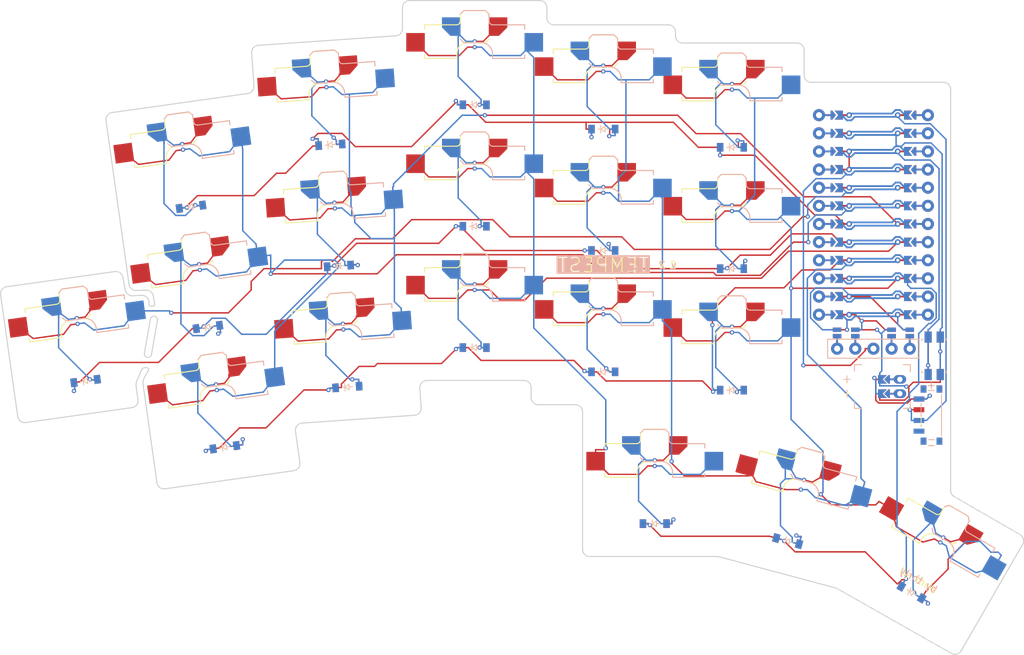
<source format=kicad_pcb>
(kicad_pcb (version 20241229) (generator "pcbnew") (generator_version "9.0")
  (title_block (title "tempest-pcb") (date "2025-07-31") (rev "2") (company "oliver thurley"))
  (layers (0 "F.Cu" signal) (2 "B.Cu" signal) (13 "F.Paste" user) (15 "B.Paste" user) (5 "F.SilkS" user "F.Silkscreen") (7 "B.SilkS" user "B.Silkscreen") (1 "F.Mask" user) (3 "B.Mask" user) (25 "Edge.Cuts" user))
  (net 0 "")
  (net 1 "extra_home")
  (net 2 "col_extra")
  (net 3 "GND")
  (net 4 "pinky_bottom")
  (net 5 "col_pinky")
  (net 6 "pinky_home")
  (net 7 "pinky_top")
  (net 8 "ring_bottom")
  (net 9 "col_ring")
  (net 10 "ring_home")
  (net 11 "ring_top")
  (net 12 "middle_bottom")
  (net 13 "col_middle")
  (net 14 "middle_home")
  (net 15 "middle_top")
  (net 16 "index_bottom")
  (net 17 "col_index")
  (net 18 "index_home")
  (net 19 "index_top")
  (net 20 "inner_bottom")
  (net 21 "col_inner")
  (net 22 "inner_home")
  (net 23 "inner_top")
  (net 24 "near_thumb-cluster")
  (net 25 "mid_thumb-cluster")
  (net 26 "far_thumb-cluster")
  (net 27 "row_home")
  (net 28 "row_bottom")
  (net 29 "row_top")
  (net 30 "row_thumb")
  (net 31 "RAW")
  (net 32 "RST")
  (net 33 "VCC")
  (net 34 "P16")
  (net 35 "CS")
  (net 36 "P1")
  (net 37 "P0")
  (net 38 "P2")
  (net 39 "P3")
  (net 40 "MOSI")
  (net 41 "SCK")
  (net 42 "MCU1_24")
  (net 43 "MCU1_1")
  (net 44 "MCU1_23")
  (net 45 "MCU1_2")
  (net 46 "MCU1_22")
  (net 47 "MCU1_3")
  (net 48 "MCU1_21")
  (net 49 "MCU1_4")
  (net 50 "MCU1_20")
  (net 51 "MCU1_5")
  (net 52 "MCU1_19")
  (net 53 "MCU1_6")
  (net 54 "MCU1_18")
  (net 55 "MCU1_7")
  (net 56 "MCU1_17")
  (net 57 "MCU1_8")
  (net 58 "MCU1_16")
  (net 59 "MCU1_9")
  (net 60 "MCU1_15")
  (net 61 "MCU1_10")
  (net 62 "MCU1_14")
  (net 63 "MCU1_11")
  (net 64 "MCU1_13")
  (net 65 "MCU1_12")
  (net 66 "DISP1_1")
  (net 67 "DISP1_2")
  (net 68 "DISP1_4")
  (net 69 "DISP1_5")
  (net 70 "BAT_P")
  (net 71 "JST1_1")
  (net 72 "JST1_2")
  (footprint "ceoloide:diode_tht_sod123" (layer "F.Cu") (at 146.5646 110.5462 -15)
    (property "Reference" "D18" (hide yes))
    (property "Value" "")
  )
  (footprint "ceoloide:diode_tht_sod123" (layer "F.Cu") (at 82.584 55.0484 4)
    (property "Reference" "D7" (hide yes))
    (property "Value" "")
  )
  (footprint "ceoloide:mounting_hole_npth" (layer "F.Cu") (at 165.7654 99.3976)
    (property "Reference" "MH7" (hide yes))
    (property "Value" "")
  )
  (footprint "ceoloide:mounting_hole_npth" (layer "F.Cu") (at 151.7654 92.8976)
    (property "Reference" "MH6" (hide yes))
    (property "Value" "")
  )
  (footprint "ceoloide:display_nice_view" (layer "F.Cu") (at 158.5654 66.8976)
    (property "Reference" "DISP1" (hide yes))
    (property "Value" "")
  )
  (footprint "ceoloide:power_switch_smd_side" (layer "F.Cu") (at 166.6654 92.8976)
    (property "Reference" "PWR1" (hide yes))
    (property "Value" "")
  )
  (footprint "ceoloide:diode_tht_sod123" (layer "F.Cu") (at 138.7654 72.3976)
    (property "Reference" "D15" (hide yes))
    (property "Value" "")
  )
  (footprint "ceoloide:diode_tht_sod123" (layer "F.Cu") (at 65.445 80.5613 8)
    (property "Reference" "D3" (hide yes))
    (property "Value" "")
  )
  (footprint "ceoloide:mounting_hole_npth" (layer "F.Cu") (at 157.3885 108.7877 -15)
    (property "Reference" "MH3" (hide yes))
    (property "Value" "")
  )
  (footprint "ceoloide:diode_tht_sod123" (layer "F.Cu") (at 102.7654 66.4476)
    (property "Reference" "D9" (hide yes))
    (property "Value" "")
  )
  (footprint "ceoloide:mounting_hole_npth" (layer "F.Cu") (at 74.4513 76.3676 4)
    (property "Reference" "MH5" (hide yes))
    (property "Value" "")
  )
  (footprint "ceoloide:diode_tht_sod123" (layer "F.Cu") (at 83.7698 72.007 4)
    (property "Reference" "D6" (hide yes))
    (property "Value" "")
  )
  (footprint "ceoloide:diode_tht_sod123" (layer "F.Cu") (at 163.8963 117.7252 -30)
    (property "Reference" "D19" (hide yes))
    (property "Value" "")
  )
  (footprint "ceoloide:diode_tht_sod123" (layer "F.Cu") (at 138.7654 89.3976)
    (property "Reference" "D14" (hide yes))
    (property "Value" "")
  )
  (footprint "ceoloide:diode_tht_sod123" (layer "F.Cu") (at 67.8109 97.3959 8)
    (property "Reference" "D2" (hide yes))
    (property "Value" "")
  )
  (footprint "ceoloide:diode_tht_sod123" (layer "F.Cu") (at 84.9557 88.9655 4)
    (property "Reference" "D5" (hide yes))
    (property "Value" "")
  )
  (footprint "ceoloide:diode_tht_sod123" (layer "F.Cu") (at 138.7654 55.3976)
    (property "Reference" "D16" (hide yes))
    (property "Value" "")
  )
  (footprint "ceoloide:diode_tht_sod123" (layer "F.Cu") (at 63.079 63.7267 8)
    (property "Reference" "D4" (hide yes))
    (property "Value" "")
  )
  (footprint "ceoloide:diode_tht_sod123" (layer "F.Cu") (at 102.7654 49.4476)
    (property "Reference" "D10" (hide yes))
    (property "Value" "")
  )
  (footprint "ceoloide:mounting_hole_npth" (layer "F.Cu") (at 92.7654 52.4476)
    (property "Reference" "MH1" (hide yes))
    (property "Value" "")
  )
  (footprint "ceoloide:mounting_hole_npth" (layer "F.Cu") (at 124.7654 92.4476)
    (property "Reference" "MH4" (hide yes))
    (property "Value" "")
  )
  (footprint "ceoloide:diode_tht_sod123" (layer "F.Cu") (at 127.9654 108.0976)
    (property "Reference" "D17" (hide yes))
    (property "Value" "")
  )
  (footprint "ceoloide:mcu_nice_nano" (layer "F.Cu") (at 158.5654 63.5976)
    (property "Reference" "MCU1" (hide yes))
    (property "Value" "")
  )
  (footprint "ceoloide:diode_tht_sod123" (layer "F.Cu") (at 48.3299 88.1168 8)
    (property "Reference" "D1" (hide yes))
    (property "Value" "")
  )
  (footprint "ceoloide:diode_tht_sod123" (layer "F.Cu") (at 102.7654 83.4476)
    (property "Reference" "D8" (hide yes))
    (property "Value" "")
  )
  (footprint "ceoloide:diode_tht_sod123" (layer "F.Cu") (at 120.7654 69.8476)
    (property "Reference" "D12" (hide yes))
    (property "Value" "")
  )
  (footprint "ceoloide:reset_switch_smd_side" (layer "F.Cu") (at 167.0654 84.5976 -90)
    (property "Reference" "RST1" (hide yes))
    (property "Value" "")
  )
  (footprint "ceoloide:diode_tht_sod123" (layer "F.Cu") (at 120.7654 52.8476)
    (property "Reference" "D13" (hide yes))
    (property "Value" "")
  )
  (footprint "ceoloide:battery_connector_jst_ph_2" (layer "F.Cu") (at 162.2654 88.8976 -90)
    (property "Reference" "JST1" (hide yes))
    (property "Value" "")
  )
  (footprint "ceoloide:diode_tht_sod123" (layer "F.Cu") (at 120.7654 86.8476)
    (property "Reference" "D11" (hide yes))
    (property "Value" "")
  )
  (footprint "ceoloide:mounting_hole_npth" (layer "F.Cu") (at 129.4054 56.3476)
    (property "Reference" "MH2" (hide yes))
    (property "Value" "")
  )
  (footprint "ceoloide:switch_choc_v1_v2" (layer "B.Cu") (at 138.7654 84.3976)
    (property "Reference" "S14" (hide yes))
    (property "Value" "")
  )
  (footprint "ceoloide:switch_choc_v1_v2" (layer "B.Cu") (at 83.4211 67.0191 4)
    (property "Reference" "S6" (hide yes))
    (property "Value" "")
  )
  (footprint "ceoloide:switch_choc_v1_v2" (layer "B.Cu") (at 102.7654 61.4476)
    (property "Reference" "S9" (hide yes))
    (property "Value" "")
  )
  (footprint "ceoloide:switch_choc_v1_v2" (layer "B.Cu") (at 138.7654 67.3976)
    (property "Reference" "S15" (hide yes))
    (property "Value" "")
  )
  (footprint "ceoloide:switch_choc_v1_v2" (layer "B.Cu") (at 82.2352 50.0605 4)
    (property "Reference" "S7" (hide yes))
    (property "Value" "")
  )
  (footprint "ceoloide:switch_choc_v1_v2" (layer "B.Cu") (at 64.7491 75.61 8)
    (property "Reference" "S3" (hide yes))
    (property "Value" "")
  )
  (footprint "ceoloide:switch_choc_v1_v2" (layer "B.Cu") (at 102.7654 44.4476)
    (property "Reference" "S10" (hide yes))
    (property "Value" "")
  )
  (footprint "ceoloide:switch_choc_v1_v2" (layer "B.Cu") (at 120.7654 47.8476)
    (property "Reference" "S13" (hide yes))
    (property "Value" "")
  )
  (footprint "ceoloide:switch_choc_v1_v2" (layer "B.Cu") (at 138.7654 50.3976)
    (property "Reference" "S16" (hide yes))
    (property "Value" "")
  )
  (footprint "ceoloide:switch_choc_v1_v2" (layer "B.Cu") (at 120.7654 81.8476)
    (property "Reference" "S11" (hide yes))
    (property "Value" "")
  )
  (footprint "ceoloide:switch_choc_v1_v2" (layer "B.Cu") (at 47.6341 83.1654 8)
    (property "Reference" "S1" (hide yes))
    (property "Value" "")
  )
  (footprint "ceoloide:switch_choc_v1_v2" (layer "B.Cu") (at 102.7654 78.4476)
    (property "Reference" "S8" (hide yes))
    (property "Value" "")
  )
  (footprint "ceoloide:switch_choc_v1_v2" (layer "B.Cu") (at 62.3832 58.7754 8)
    (property "Reference" "S4" (hide yes))
    (property "Value" "")
  )
  (footprint "ceoloide:switch_choc_v1_v2" (layer "B.Cu") (at 147.8587 105.7166 -15)
    (property "Reference" "S18" (hide yes))
    (property "Value" "")
  )
  (footprint "ceoloide:switch_choc_v1_v2" (layer "B.Cu") (at 120.7654 64.8476)
    (property "Reference" "S12" (hide yes))
    (property "Value" "")
  )
  (footprint "ceoloide:switch_choc_v1_v2" (layer "B.Cu") (at 166.3963 113.3951 -30)
    (property "Reference" "S19" (hide yes))
    (property "Value" "")
  )
  (footprint "ceoloide:switch_choc_v1_v2" (layer "B.Cu") (at 84.6069 83.9777 4)
    (property "Reference" "S5" (hide yes))
    (property "Value" "")
  )
  (footprint "ceoloide:switch_choc_v1_v2" (layer "B.Cu") (at 67.115 92.4445 8)
    (property "Reference" "S2" (hide yes))
    (property "Value" "")
  )
  (footprint "ceoloide:switch_choc_v1_v2" (layer "B.Cu") (at 127.9654 103.0976)
    (property "Reference" "S17" (hide yes))
    (property "Value" "")
  )
  (gr_arc (start 71.882998 46.806564) (mid 71.66258 47.505641) (end 71.024607 47.866588) (stroke (width 0.15)) (layer "Edge.Cuts"))
  (gr_line (start 55.412456 89.040764) (end 55.657495 90.716733) (stroke (width 0.15)) (layer "Edge.Cuts"))
  (gr_arc (start 56.906156 86.263876) (mid 57.115319 86.392921) (end 57.112934 86.638678) (stroke (width 0.15)) (layer "Edge.Cuts"))
  (gr_line (start 57.193625 77.392409) (end 57.185982 77.095573) (stroke (width 0.15)) (layer "Edge.Cuts"))
  (gr_line (start 56.557515 84.243635) (end 57.397515 79.453635) (stroke (width 0.15)) (layer "Edge.Cuts"))
  (gr_arc (start 57.44764 77.63594) (mid 57.270511 77.566449) (end 57.193625 77.392409) (stroke (width 0.15)) (layer "Edge.Cuts"))
  (gr_arc (start 57.397515 79.453635) (mid 57.976365 79.047515) (end 58.382485 79.626365) (stroke (width 0.15)) (layer "Edge.Cuts"))
  (gr_line (start 170.839947 125.898457) (end 179.443142 110.997286) (stroke (width 0.15)) (layer "Edge.Cuts"))
  (gr_line (start 57.986236 77.400798) (end 57.810757 76.225235) (stroke (width 0.15)) (layer "Edge.Cuts"))
  (gr_arc (start 36.435461 76.054785) (mid 36.62709 75.313797) (end 37.286556 74.925344) (stroke (width 0.15)) (layer "Edge.Cuts"))
  (gr_line (start 110.665392 89.047578) (end 110.665392 90.447578) (stroke (width 0.15)) (layer "Edge.Cuts"))
  (gr_arc (start 109.665392 88.047578) (mid 110.372512 88.340467) (end 110.665392 89.047578) (stroke (width 0.15)) (layer "Edge.Cuts"))
  (gr_line (start 56.799581 75.406269) (end 55.423529 75.444302) (stroke (width 0.15)) (layer "Edge.Cuts"))
  (gr_line (start 78.313638 99.555174) (end 77.695491 95.156825) (stroke (width 0.15)) (layer "Edge.Cuts"))
  (gr_arc (start 113.865392 38.247578) (mid 113.158298 37.954681) (end 112.865392 37.247578) (stroke (width 0.15)) (layer "Edge.Cuts"))
  (gr_line (start 53.547045 73.606516) (end 53.873452 75.374048) (stroke (width 0.15)) (layer "Edge.Cuts"))
  (gr_line (start 71.559899 42.186033) (end 71.882998 46.806564) (stroke (width 0.15)) (layer "Edge.Cuts"))
  (gr_line (start 57.44764 77.63594) (end 57.791706 77.630298) (stroke (width 0.15)) (layer "Edge.Cuts"))
  (gr_arc (start 54.91259 76.190894) (mid 54.238824 75.978635) (end 53.873452 75.374048) (stroke (width 0.15)) (layer "Edge.Cuts"))
  (gr_line (start 56.16782 86.558469) (end 55.671369 87.730919) (stroke (width 0.15)) (layer "Edge.Cuts"))
  (gr_arc (start 56.394012 88.731913) (mid 56.411287 88.071984) (end 56.642461 87.453629) (stroke (width 0.15)) (layer "Edge.Cuts"))
  (gr_line (start 148.865392 45.297578) (end 148.865392 41.797578) (stroke (width 0.15)) (layer "Edge.Cuts"))
  (gr_arc (start 56.16782 86.558469) (mid 56.360261 86.331308) (end 56.647713 86.253806) (stroke (width 0.15)) (layer "Edge.Cuts"))
  (gr_line (start 169.480105 126.268023) (end 153.523721 117.206565) (stroke (width 0.15)) (layer "Edge.Cuts"))
  (gr_line (start 136.94774 112.731652) (end 153.288723 117.110205) (stroke (width 0.15)) (layer "Edge.Cuts"))
  (gr_arc (start 136.688921 112.697578) (mid 136.819447 112.706136) (end 136.94774 112.731652) (stroke (width 0.15)) (layer "Edge.Cuts"))
  (gr_line (start 111.665392 91.447578) (end 116.865392 91.447578) (stroke (width 0.15)) (layer "Edge.Cuts"))
  (gr_line (start 96.088546 88.047578) (end 109.665392 88.047578) (stroke (width 0.15)) (layer "Edge.Cuts"))
  (gr_arc (start 169.865392 104.312869) (mid 169.499353 103.946846) (end 169.365392 103.446844) (stroke (width 0.15)) (layer "Edge.Cuts"))
  (gr_line (start 51.184561 51.664745) (end 53.98194 71.569134) (stroke (width 0.15)) (layer "Edge.Cuts"))
  (gr_arc (start 52.424499 72.797846) (mid 53.148185 72.97673) (end 53.547045 73.606516) (stroke (width 0.15)) (layer "Edge.Cuts"))
  (gr_line (start 95.282225 91.85223) (end 95.090982 89.117334) (stroke (width 0.15)) (layer "Edge.Cuts"))
  (gr_arc (start 78.313638 99.555174) (mid 78.121983 100.296125) (end 77.462543 100.684615) (stroke (width 0.15)) (layer "Edge.Cuts"))
  (gr_line (start 56.394012 88.731913) (end 58.310223 102.366471) (stroke (width 0.15)) (layer "Edge.Cuts"))
  (gr_line (start 112.865392 37.247578) (end 112.865392 35.847578) (stroke (width 0.15)) (layer "Edge.Cuts"))
  (gr_line (start 129.865392 38.247578) (end 113.865392 38.247578) (stroke (width 0.15)) (layer "Edge.Cuts"))
  (gr_line (start 117.865392 111.697578) (end 117.865392 92.447578) (stroke (width 0.15)) (layer "Edge.Cuts"))
  (gr_line (start 56.130549 76.122868) (end 54.91259 76.190894) (stroke (width 0.15)) (layer "Edge.Cuts"))
  (gr_arc (start 56.799581 75.406269) (mid 57.456589 75.628794) (end 57.810757 76.225235) (stroke (width 0.15)) (layer "Edge.Cuts"))
  (gr_arc (start 168.365392 46.297578) (mid 169.072499 46.590471) (end 169.365392 47.297578) (stroke (width 0.15)) (layer "Edge.Cuts"))
  (gr_arc (start 92.665392 38.786808) (mid 92.396542 39.469025) (end 91.734552 39.784414) (stroke (width 0.15)) (layer "Edge.Cuts"))
  (gr_arc (start 179.077117 109.631261) (mid 179.543044 110.23847) (end 179.443142 110.997286) (stroke (width 0.15)) (layer "Edge.Cuts"))
  (gr_arc (start 71.559899 42.186033) (mid 71.802753 41.460217) (end 72.487706 41.118711) (stroke (width 0.15)) (layer "Edge.Cuts"))
  (gr_arc (start 57.542485 84.416365) (mid 56.963635 84.822485) (end 56.557515 84.243635) (stroke (width 0.15)) (layer "Edge.Cuts"))
  (gr_arc (start 39.958679 93.938491) (mid 39.217691 93.746858) (end 38.829238 93.087396) (stroke (width 0.15)) (layer "Edge.Cuts"))
  (gr_arc (start 51.184561 51.664745) (mid 51.376208 50.923782) (end 52.035656 50.535304) (stroke (width 0.15)) (layer "Edge.Cuts"))
  (gr_arc (start 111.665392 91.447578) (mid 110.958298 91.154681) (end 110.665392 90.447578) (stroke (width 0.15)) (layer "Edge.Cuts"))
  (gr_line (start 111.865392 34.847578) (end 93.665392 34.847578) (stroke (width 0.15)) (layer "Edge.Cuts"))
  (gr_line (start 71.024607 47.866588) (end 52.035656 50.535304) (stroke (width 0.15)) (layer "Edge.Cuts"))
  (gr_arc (start 92.665392 35.847578) (mid 92.958293 35.140483) (end 93.665392 34.847578) (stroke (width 0.15)) (layer "Edge.Cuts"))
  (gr_line (start 147.865392 40.797578) (end 131.865392 40.797578) (stroke (width 0.15)) (layer "Edge.Cuts"))
  (gr_arc (start 149.865392 46.297578) (mid 149.158298 46.004681) (end 148.865392 45.297578) (stroke (width 0.15)) (layer "Edge.Cuts"))
  (gr_line (start 168.365392 46.297578) (end 149.865392 46.297578) (stroke (width 0.15)) (layer "Edge.Cuts"))
  (gr_line (start 57.112934 86.638678) (end 56.642461 87.453629) (stroke (width 0.15)) (layer "Edge.Cuts"))
  (gr_arc (start 57.986236 77.400798) (mid 57.940994 77.559644) (end 57.791706 77.630298) (stroke (width 0.15)) (layer "Edge.Cuts"))
  (gr_arc (start 129.865392 38.247578) (mid 130.572499 38.540471) (end 130.865392 39.247578) (stroke (width 0.15)) (layer "Edge.Cuts"))
  (gr_line (start 58.382485 79.626365) (end 57.542485 84.416365) (stroke (width 0.15)) (layer "Edge.Cuts"))
  (gr_line (start 179.077117 109.631261) (end 169.865392 104.312869) (stroke (width 0.15)) (layer "Edge.Cuts"))
  (gr_arc (start 95.282225 91.85223) (mid 95.039374 92.578042) (end 94.354417 92.919551) (stroke (width 0.15)) (layer "Edge.Cuts"))
  (gr_arc (start 95.090982 89.117334) (mid 95.357203 88.36561) (end 96.088546 88.047578) (stroke (width 0.15)) (layer "Edge.Cuts"))
  (gr_arc (start 59.439664 103.217566) (mid 58.698676 103.025933) (end 58.310223 102.366471) (stroke (width 0.15)) (layer "Edge.Cuts"))
  (gr_arc (start 131.865392 40.797578) (mid 131.158298 40.504681) (end 130.865392 39.797578) (stroke (width 0.15)) (layer "Edge.Cuts"))
  (gr_arc (start 147.865392 40.797578) (mid 148.572512 41.090467) (end 148.865392 41.797578) (stroke (width 0.15)) (layer "Edge.Cuts"))
  (gr_line (start 118.865392 112.697578) (end 136.688921 112.697578) (stroke (width 0.15)) (layer "Edge.Cuts"))
  (gr_line (start 56.647713 86.253806) (end 56.906156 86.263876) (stroke (width 0.15)) (layer "Edge.Cuts"))
  (gr_arc (start 77.695491 95.156825) (mid 77.908633 94.388352) (end 78.616002 94.020088) (stroke (width 0.15)) (layer "Edge.Cuts"))
  (gr_line (start 52.424499 72.797846) (end 37.286556 74.925344) (stroke (width 0.15)) (layer "Edge.Cuts"))
  (gr_arc (start 55.412456 89.040764) (mid 55.429371 88.363594) (end 55.671369 87.730919) (stroke (width 0.15)) (layer "Edge.Cuts"))
  (gr_arc (start 111.865392 34.847578) (mid 112.572512 35.140467) (end 112.865392 35.847578) (stroke (width 0.15)) (layer "Edge.Cuts"))
  (gr_line (start 36.435461 76.054785) (end 38.829238 93.087396) (stroke (width 0.15)) (layer "Edge.Cuts"))
  (gr_arc (start 55.423529 75.444302) (mid 54.750335 75.208384) (end 54.405632 74.583857) (stroke (width 0.15)) (layer "Edge.Cuts"))
  (gr_arc (start 56.130549 76.122868) (mid 56.864001 76.38598) (end 57.185982 77.095573) (stroke (width 0.15)) (layer "Edge.Cuts"))
  (gr_line (start 169.365392 103.446844) (end 169.365392 47.297578) (stroke (width 0.15)) (layer "Edge.Cuts"))
  (gr_arc (start 55.657495 90.716733) (mid 55.468317 91.461001) (end 54.807187 91.85167) (stroke (width 0.15)) (layer "Edge.Cuts"))
  (gr_line (start 53.98194 71.569134) (end 54.405632 74.583857) (stroke (width 0.15)) (layer "Edge.Cuts"))
  (gr_line (start 39.958679 93.938491) (end 54.807187 91.85167) (stroke (width 0.15)) (layer "Edge.Cuts"))
  (gr_line (start 130.865392 39.797578) (end 130.865392 39.247578) (stroke (width 0.15)) (layer "Edge.Cuts"))
  (gr_line (start 59.439664 103.217566) (end 77.462543 100.684615) (stroke (width 0.15)) (layer "Edge.Cuts"))
  (gr_line (start 91.734552 39.784414) (end 72.487706 41.118711) (stroke (width 0.15)) (layer "Edge.Cuts"))
  (gr_arc (start 153.288723 117.110205) (mid 153.409293 117.150895) (end 153.523721 117.206565) (stroke (width 0.15)) (layer "Edge.Cuts"))
  (gr_arc (start 116.865392 91.447578) (mid 117.572512 91.740467) (end 117.865392 92.447578) (stroke (width 0.15)) (layer "Edge.Cuts"))
  (gr_arc (start 118.865392 112.697578) (mid 118.158285 112.404685) (end 117.865392 111.697578) (stroke (width 0.15)) (layer "Edge.Cuts"))
  (gr_arc (start 170.839947 125.898457) (mid 170.23618 126.363489) (end 169.480105 126.268023) (stroke (width 0.15)) (layer "Edge.Cuts"))
  (gr_line (start 78.616002 94.020088) (end 94.354417 92.919551) (stroke (width 0.15)) (layer "Edge.Cuts"))
  (gr_line (start 92.665392 38.786808) (end 92.665392 35.847578) (stroke (width 0.15)) (layer "Edge.Cuts"))
  (gr_text "v 2" (at 129.765392 71.897578 0) (layer "F.SilkS") (effects (font (size 1 1))))
  (gr_text "TEMPEST" (at 120.765392 71.897578 0) (layer "F.SilkS" knockout) (effects (font (size 2 2))))
  (gr_text "by thrly" (at 164.896285 115.993181 -30) (layer "F.SilkS") (effects (font (size 1 1))))
  (gr_text "TEMPEST" (at 120.765392 71.897578 0) (layer "B.SilkS" knockout) (effects (font (size 2 2)) (justify mirror)))
  (gr_text "by thrly" (at 164.896285 115.993181 -30) (layer "B.SilkS") (effects (font (size 1 1)) (justify mirror)))
  (gr_text "v 2" (at 129.765392 71.897578 0) (layer "B.SilkS") (effects (font (size 1 1)) (justify mirror)))
  (segment (start 48.8929 78.3519) (end 48.2831 79.1611) (width 0.2) (layer "F.Cu") (net 1))
  (segment (start 49.0939 88.0094) (end 48.9717 87.8872) (width 0.2) (layer "F.Cu") (net 1))
  (segment (start 48.8929 77.9737) (end 48.8929 78.3519) (width 0.2) (layer "F.Cu") (net 1))
  (segment (start 49.9638 87.8872) (end 49.0939 88.0095) (width 0.2) (layer "F.Cu") (net 1))
  (segment (start 49.0939 88.0095) (end 49.0939 88.0094) (width 0.2) (layer "F.Cu") (net 1))
  (segment (start 50.0491 76.8175) (end 48.8929 77.9737) (width 0.2) (layer "F.Cu") (net 1))
  (segment (start 50.0491 76.8176) (end 48.8929 78.3519) (width 0.2) (layer "F.Cu") (net 1))
  (segment (start 48.2831 79.1611) (end 47.0948 79.3282) (width 0.2) (layer "F.Cu") (net 1))
  (segment (start 48.9717 87.8872) (end 48.9145 87.8872) (width 0.2) (layer "F.Cu") (net 1))
  (via (at 48.9145 87.8872) (size 0.6) (drill 0.3) (layers "F.Cu" "B.Cu") (net 1))
  (via (at 47.0948 79.3282) (size 0.6) (drill 0.3) (layers "F.Cu" "B.Cu") (net 1))
  (segment (start 49.9638 87.8872) (end 49.0939 88.0095) (width 0.2) (layer "B.Cu") (net 1))
  (segment (start 48.9431 87.8586) (end 48.9145 87.8872) (width 0.2) (layer "B.Cu") (net 1))
  (segment (start 44.5502 78.4732) (end 44.5502 79.3235) (width 0.2) (layer "B.Cu") (net 1))
  (segment (start 43.5629 77.7291) (end 44.5502 78.7164) (width 0.2) (layer "B.Cu") (net 1))
  (segment (start 44.5502 79.3235) (end 44.5502 83.4657) (width 0.2) (layer "B.Cu") (net 1))
  (segment (start 44.5502 83.4657) (end 48.9431 87.8586) (width 0.2) (layer "B.Cu") (net 1))
  (segment (start 43.5628 77.7291) (end 44.5502 78.4732) (width 0.2) (layer "B.Cu") (net 1))
  (segment (start 49.0939 88.0094) (end 49.0939 88.0095) (width 0.2) (layer "B.Cu") (net 1))
  (segment (start 44.5502 78.4732) (end 45.9064 79.4952) (width 0.2) (layer "B.Cu") (net 1))
  (segment (start 45.9064 79.4952) (end 47.0948 79.3282) (width 0.2) (layer "B.Cu") (net 1))
  (segment (start 48.9431 87.8586) (end 49.0939 88.0094) (width 0.2) (layer "B.Cu") (net 1))
  (segment (start 44.5502 78.7164) (end 44.5502 79.3235) (width 0.2) (layer "B.Cu") (net 1))
  (segment (start 81.332061 71.430271) (end 81.571163 71.191169) (width 0.2) (layer "F.Cu") (net 2))
  (segment (start 107.6878 67.9331) (end 123.3386 67.9331) (width 0.2) (layer "F.Cu") (net 2))
  (segment (start 82.850519 71.386138) (end 82.873657 71.363) (width 0.2) (layer "F.Cu") (net 2))
  (segment (start 41.0117 82.1815) (end 45.2371 81.5877) (width 0.2) (layer "F.Cu") (net 2))
  (segment (start 91.2816 68.2055) (end 93.958 65.5291) (width 0.2) (layer "F.Cu") (net 2))
  (segment (start 45.2371 81.5877) (end 46.2406 80.2561) (width 0.2) (layer "F.Cu") (net 2))
  (segment (start 93.958 65.5291) (end 105.2838 65.5291) (width 0.2) (layer "F.Cu") (net 2))
  (segment (start 81.571163 71.191169) (end 82.655549 71.191169) (width 0.2) (layer "F.Cu") (net 2))
  (segment (start 73.2935 72.39) (end 71.496574 74.186926) (width 0.2) (layer "F.Cu") (net 2))
  (segment (start 125.1039 69.6984) (end 144.0884 69.6984) (width 0.2) (layer "F.Cu") (net 2))
  (segment (start 163.34 61.0576) (end 163.3404 61.0576) (width 0.2) (layer "F.Cu") (net 2))
  (segment (start 60.32 78.58) (end 60.25 78.58) (width 0.2) (layer "F.Cu") (net 2))
  (segment (start 161.9654 61.0576) (end 161.965 61.0576) (width 0.25) (layer "F.Cu") (net 2))
  (segment (start 82.9088 71.363) (end 86.0663 68.2055) (width 0.2) (layer "F.Cu") (net 2))
  (segment (start 123.3386 67.9331) (end 125.1039 69.6984) (width 0.2) (layer "F.Cu") (net 2))
  (segment (start 82.873657 71.363) (end 82.9088 71.363) (width 0.2) (layer "F.Cu") (net 2))
  (segment (start 148.6824 65.1044) (end 149.3692 65.1044) (width 0.2) (layer "F.Cu") (net 2))
  (segment (start 71.496574 75.38344) (end 68.300014 78.58) (width 0.2) (layer "F.Cu") (net 2))
  (segment (start 38.9177 80.6036) (end 41.0117 82.1815) (width 0.2) (layer "F.Cu") (net 2))
  (segment (start 86.0663 68.2055) (end 91.2816 68.2055) (width 0.2) (layer "F.Cu") (net 2))
  (segment (start 105.2838 65.5291) (end 107.6878 67.9331) (width 0.2) (layer "F.Cu") (net 2))
  (segment (start 81.332061 72.39) (end 81.332061 71.430271) (width 0.2) (layer "F.Cu") (net 2))
  (segment (start 46.2406 80.2561) (end 47.2061 80.1204) (width 0.2) (layer "F.Cu") (net 2))
  (segment (start 144.0884 69.6984) (end 148.6824 65.1044) (width 0.2) (layer "F.Cu") (net 2))
  (segment (start 73.2935 72.39) (end 81.332061 72.39) (width 0.2) (layer "F.Cu") (net 2))
  (segment (start 163.34 61.0576) (end 161.9654 61.0576) (width 0.25) (layer "F.Cu") (net 2))
  (segment (start 71.496574 74.186926) (end 71.496574 75.38344) (width 0.2) (layer "F.Cu") (net 2))
  (segment (start 68.300014 78.58) (end 60.32 78.58) (width 0.2) (layer "F.Cu") (net 2))
  (segment (start 82.655549 71.191169) (end 82.850519 71.386138) (width 0.2) (layer "F.Cu") (net 2))
  (via (at 149.3692 65.1044) (size 0.6) (drill 0.3) (layers "F.Cu" "B.Cu") (net 2))
  (via (at 47.2061 80.1204) (size 0.6) (drill 0.3) (layers "F.Cu" "B.Cu") (net 2))
  (via (at 60.32 78.58) (size 0.6) (drill 0.3) (layers "F.Cu" "B.Cu") (net 2))
  (segment (start 49.4895 80.99) (end 48.1579 79.9866) (width 0.2) (layer "B.Cu") (net 2))
  (segment (start 154.7525 61.6701) (end 154.865 61.7826) (width 0.25) (layer "B.Cu") (net 2))
  (segment (start 55.450313 78.443881) (end 55.306669 78.300237) (width 0.2) (layer "B.Cu") (net 2))
  (segment (start 53.7287 80.3943) (end 49.4895 80.99) (width 0.2) (layer "B.Cu") (net 2))
  (segment (start 154.7525 61.6701) (end 154.095 62.3276) (width 0.2) (layer "B.Cu") (net 2))
  (segment (start 60.32 78.58) (end 60.040237 78.300237) (width 0.2) (layer "B.Cu") (net 2))
  (segment (start 154.14 61.0576) (end 154.7525 61.6701) (width 0.25) (layer "B.Cu") (net 2))
  (segment (start 56.389 77.217906) (end 55.306669 78.300237) (width 0.2) (layer "B.Cu") (net 2))
  (segment (start 56.476119 78.443881) (end 55.450313 78.443881) (width 0.2) (layer "B.Cu") (net 2))
  (segment (start 150.486 62.3276) (end 149.3692 63.4444) (width 0.2) (layer "B.Cu") (net 2))
  (segment (start 154.095 62.3276) (end 150.486 62.3276) (width 0.2) (layer "B.Cu") (net 2))
  (segment (start 155.466 61.7826) (end 155.961 61.2876) (width 0.25) (layer "B.Cu") (net 2))
  (segment (start 153.7904 61.0576) (end 154.14 61.0576) (width 0.25) (layer "B.Cu") (net 2))
  (segment (start 161.7354 61.2876) (end 161.9654 61.0576) (width 0.2) (layer "B.Cu") (net 2))
  (segment (start 60.040237 78.300237) (end 55.306669 78.300237) (width 0.2) (layer "B.Cu") (net 2))
  (segment (start 149.3692 63.4444) (end 149.3692 65.1044) (width 0.2) (layer "B.Cu") (net 2))
  (segment (start 161.735 61.2876) (end 161.7354 61.2876) (width 0.2) (layer "B.Cu") (net 2))
  (segment (start 155.961 61.2876) (end 161.735 61.2876) (width 0.25) (layer "B.Cu") (net 2))
  (segment (start 55.3066 78.3003) (end 53.7287 80.3943) (width 0.2) (layer "B.Cu") (net 2))
  (segment (start 154.865 61.7826) (end 155.466 61.7826) (width 0.25) (layer "B.Cu") (net 2))
  (segment (start 153.79 61.0576) (end 153.7904 61.0576) (width 0.25) (layer "B.Cu") (net 2))
  (segment (start 48.1579 79.9866) (end 47.2061 80.1204) (width 0.2) (layer "B.Cu") (net 2))
  (segment (start 161.9654 53.4376) (end 161.965 53.4376) (width 0.25) (layer "F.Cu") (net 3))
  (segment (start 155.165 58.5176) (end 155.1652 58.5176) (width 0.2) (layer "F.Cu") (net 3))
  (segment (start 153.79 58.5176) (end 153.7904 58.5176) (width 0.25) (layer "F.Cu") (net 3))
  (segment (start 163.5175 88.9095) (end 163.5175 90.2299) (width 0.2) (layer "F.Cu") (net 3))
  (segment (start 167.9154 87.2226) (end 167.9154 88.2993) (width 0.2) (layer "F.Cu") (net 3))
  (segment (start 155.165 55.9776) (end 155.1652 55.9776) (width 0.2) (layer "F.Cu") (net 3))
  (segment (start 153.7904 55.9776) (end 155.165 55.9776) (width 0.25) (layer "F.Cu") (net 3))
  (segment (start 163.5175 90.2299) (end 162.9481 90.7993) (width 0.2) (layer "F.Cu") (net 3))
  (segment (start 163.34 53.4376) (end 163.3404 53.4376) (width 0.2) (layer "F.Cu") (net 3))
  (segment (start 163.5175 88.9095) (end 163.176 88.9095) (width 0.2) (layer "F.Cu") (net 3))
  (segment (start 159.4494 89.8976) (end 159.4494 90.7993) (width 0.2) (layer "F.Cu") (net 3))
  (segment (start 163.34 53.4376) (end 161.9654 53.4376) (width 0.25) (layer "F.Cu") (net 3))
  (segment (start 155.1652 58.5176) (end 155.1652 55.9776) (width 0.2) (layer "F.Cu") (net 3))
  (segment (start 167.9154 83.9947) (end 167.9154 81.9726) (width 0.2) (layer "F.Cu") (net 3))
  (segment (start 167.9154 88.2993) (end 164.1277 88.2993) (width 0.2) (layer "F.Cu") (net 3))
  (segment (start 162.9481 90.7993) (end 159.4494 90.7993) (width 0.2) (layer "F.Cu") (net 3))
  (segment (start 164.1277 88.2993) (end 163.5175 88.9095) (width 0.2) (layer "F.Cu") (net 3))
  (segment (start 155.1652 58.5176) (end 155.1654 58.5176) (width 0.2) (layer "F.Cu") (net 3))
  (segment (start 153.79 55.9776) (end 153.7904 55.9776) (width 0.25) (layer "F.Cu") (net 3))
  (segment (start 156.0254 80.9476) (end 159.0624 80.9476) (width 0.2) (layer "F.Cu") (net 3))
  (segment (start 153.7904 58.5176) (end 155.165 58.5176) (width 0.25) (layer "F.Cu") (net 3))
  (segment (start 167.9154 87.2226) (end 167.9154 83.9947) (width 0.2) (layer "F.Cu") (net 3))
  (segment (start 155.1652 55.9776) (end 155.1654 55.9776) (width 0.2) (layer "F.Cu") (net 3))
  (via (at 167.9154 83.9947) (size 0.6) (drill 0.3) (layers "F.Cu" "B.Cu") (net 3))
  (via (at 163.176 88.9095) (size 0.6) (drill 0.3) (layers "F.Cu" "B.Cu") (net 3))
  (via (at 159.0624 80.9476) (size 0.6) (drill 0.3) (layers "F.Cu" "B.Cu") (net 3))
  (segment (start 163.34 55.9776) (end 162.991 55.9776) (width 0.25) (layer "B.Cu") (net 3))
  (segment (start 162.266 57.7926) (end 161.665 57.7926) (width 0.25) (layer "B.Cu") (net 3))
  (segment (start 168.177 80.6343) (end 168.177 56.3371) (width 0.2) (layer "B.Cu") (net 3))
  (segment (start 159.7323 81.6174) (end 159.7322 81.6174) (width 0.2) (layer "B.Cu") (net 3))
  (segment (start 162.991 55.9776) (end 162.3785 55.3651) (width 0.25) (layer "B.Cu") (net 3))
  (segment (start 161.9655 55.2526) (end 161.665 55.2526) (width 0.25) (layer "B.Cu") (net 3))
  (segment (start 161.9655 55.2526) (end 161.735 55.0221) (width 0.2) (layer "B.Cu") (net 3))
  (segment (start 155.466 54.1626) (end 155.961 53.6676) (width 0.25) (layer "B.Cu") (net 3))
  (segment (start 167.9154 80.8959) (end 168.177 80.6343) (width 0.2) (layer "B.Cu") (net 3))
  (segment (start 161.16 55.7576) (end 155.3854 55.7576) (width 0.25) (layer "B.Cu") (net 3))
  (segment (start 160.2037 80.9476) (end 159.7323 81.419) (width 0.2) (layer "B.Cu") (net 3))
  (segment (start 167.9154 81.9726) (end 167.9154 80.8959) (width 0.2) (layer "B.Cu") (net 3))
  (segment (start 168.177 56.3371) (end 166.631 54.7911) (width 0.2) (layer "B.Cu") (net 3))
  (segment (start 160.6546 80.9476) (end 161.1054 80.9476) (width 0.2) (layer "B.Cu") (net 3))
  (segment (start 155.3854 58.2976) (end 155.1654 58.5176) (width 0.2) (layer "B.Cu") (net 3))
  (segment (start 159.7322 81.6174) (end 159.7322 86.7131) (width 0.2) (layer "B.Cu") (net 3))
  (segment (start 167.9154 83.9947) (end 167.9154 81.9726) (width 0.2) (layer "B.Cu") (net 3))
  (segment (start 155.3854 55.7576) (end 155.1654 55.9776) (width 0.2) (layer "B.Cu") (net 3))
  (segment (start 161.735 55.0221) (end 161.735 53.6676) (width 0.2) (layer "B.Cu") (net 3))
  (segment (start 153.79 53.4376) (end 153.7904 53.4376) (width 0.25) (layer "B.Cu") (net 3))
  (segment (start 161.665 57.7926) (end 161.16 58.2976) (width 0.25) (layer "B.Cu") (net 3))
  (segment (start 159.4494 87.8976) (end 159.4494 86.9959) (width 0.2) (layer "B.Cu") (net 3))
  (segment (start 159.7323 81.419) (end 159.7323 81.6174) (width 0.2) (layer "B.Cu") (net 3))
  (segment (start 166.631 54.7911) (end 162.9525 54.7911) (width 0.2) (layer "B.Cu") (net 3))
  (segment (start 160.6546 80.9476) (end 160.2037 80.9476) (width 0.2) (layer "B.Cu") (net 3))
  (segment (start 161.8973 53.4376) (end 161.9654 53.4376) (width 0.2) (layer "B.Cu") (net 3))
  (segment (start 154.14 53.4376) (end 154.865 54.1626) (width 0.25) (layer "B.Cu") (net 3))
  (segment (start 163.34 55.9776) (end 163.3404 55.9776) (width 0.2) (layer "B.Cu") (net 3))
  (segment (start 161.6673 53.6676) (end 161.735 53.6676) (width 0.25) (layer "B.Cu") (net 3))
  (segment (start 159.4494 88.7993) (end 163.0658 88.7993) (width 0.2) (layer "B.Cu") (net 3))
  (segment (start 159.7322 86.7131) (end 159.4494 86.9959) (width 0.2) (layer "B.Cu") (net 3))
  (segment (start 153.7904 53.4376) (end 154.14 53.4376) (width 0.25) (layer "B.Cu") (net 3))
  (segment (start 163.0658 88.7993) (end 163.176 88.9095) (width 0.2) (layer "B.Cu") (net 3))
  (segment (start 162.3785 55.3651) (end 162.266 55.2526) (width 0.25) (layer "B.Cu") (net 3))
  (segment (start 154.865 54.1626) (end 155.466 54.1626) (width 0.25) (layer "B.Cu") (net 3))
  (segment (start 162.991 58.5176) (end 162.266 57.7926) (width 0.25) (layer "B.Cu") (net 3))
  (segment (start 167.9154 87.2226) (end 167.9154 83.9947) (width 0.2) (layer "B.Cu") (net 3))
  (segment (start 161.6673 53.6676) (end 161.8973 53.4376) (width 0.2) (layer "B.Cu") (net 3))
  (segment (start 162.266 55.2526) (end 161.9655 55.2526) (width 0.25) (layer "B.Cu") (net 3))
  (segment (start 161.665 55.2526) (end 161.16 55.7576) (width 0.25) (layer "B.Cu") (net 3))
  (segment (start 159.4494 87.8976) (end 159.4494 88.7993) (width 0.2) (layer "B.Cu") (net 3))
  (segment (start 155.3854 58.2976) (end 155.385 58.2976) (width 0.25) (layer "B.Cu") (net 3))
  (segment (start 163.34 58.5176) (end 162.991 58.5176) (width 0.25) (layer "B.Cu") (net 3))
  (segment (start 159.7322 81.6174) (end 159.0624 80.9476) (width 0.2) (layer "B.Cu") (net 3))
  (segment (start 163.34 58.5176) (end 163.3404 58.5176) (width 0.2) (layer "B.Cu") (net 3))
  (segment (start 161.16 58.2976) (end 155.3854 58.2976) (width 0.25) (layer "B.Cu") (net 3))
  (segment (start 155.3854 55.7576) (end 155.385 55.7576) (width 0.25) (layer "B.Cu") (net 3))
  (segment (start 162.9525 54.7911) (end 162.3785 55.3651) (width 0.2) (layer "B.Cu") (net 3))
  (segment (start 155.961 53.6676) (end 161.6673 53.6676) (width 0.25) (layer "B.Cu") (net 3))
  (segment (start 68.3738 87.6311) (end 67.7641 88.4402) (width 0.2) (layer "F.Cu") (net 4))
  (segment (start 70.3148 97.044) (end 70.3148 96.2963) (width 0.2) (layer "F.Cu") (net 4))
  (segment (start 68.3738 87.2528) (end 68.3738 87.6311) (width 0.2) (layer "F.Cu") (net 4))
  (segment (start 69.5301 86.0966) (end 68.3738 87.6311) (width 0.2) (layer "F.Cu") (net 4))
  (segment (start 69.53 86.0966) (end 68.3738 87.2528) (width 0.2) (layer "F.Cu") (net 4))
  (segment (start 67.7641 88.4402) (end 66.5757 88.6072) (width 0.2) (layer "F.Cu") (net 4))
  (segment (start 69.4448 97.1663) (end 70.3148 97.044) (width 0.2) (layer "F.Cu") (net 4))
  (via (at 66.5757 88.6072) (size 0.6) (drill 0.3) (layers "F.Cu" "B.Cu") (net 4))
  (via (at 70.3148 96.2963) (size 0.6) (drill 0.3) (layers "F.Cu" "B.Cu") (net 4))
  (segment (start 64.0311 87.7522) (end 65.3874 88.7742) (width 0.2) (layer "B.Cu") (net 4))
  (segment (start 68.5749 97.2886) (end 68.5749 97.1409) (width 0.2) (layer "B.Cu") (net 4))
  (segment (start 65.3874 88.7742) (end 66.5757 88.6072) (width 0.2) (layer "B.Cu") (net 4))
  (segment (start 69.4448 97.1663) (end 70.3148 97.044) (width 0.2) (layer "B.Cu") (net 4))
  (segment (start 68.5749 97.1409) (end 64.0311 92.5971) (width 0.2) (layer "B.Cu") (net 4))
  (segment (start 63.0438 87.0082) (end 64.0311 87.7522) (width 0.2) (layer "B.Cu") (net 4))
  (segment (start 70.3148 96.2963) (end 70.3148 97.044) (width 0.2) (layer "B.Cu") (net 4))
  (segment (start 69.4448 97.1663) (end 68.5749 97.2886) (width 0.2) (layer "B.Cu") (net 4))
  (segment (start 64.0311 92.5971) (end 64.0311 87.7522) (width 0.2) (layer "B.Cu") (net 4))
  (segment (start 64.7181 90.8667) (end 65.7216 89.5351) (width 0.2) (layer "F.Cu") (net 5))
  (segment (start 55.7608 57.7915) (end 59.9862 57.1976) (width 0.2) (layer "F.Cu") (net 5))
  (segment (start 65.7216 89.5351) (end 66.6871 89.3994) (width 0.2) (layer "F.Cu") (net 5))
  (segment (start 60.9897 55.866) (end 61.9552 55.7303) (width 0.2) (layer "F.Cu") (net 5))
  (segment (start 136.1677 72.9266) (end 136.5678 73.3267) (width 0.2) (layer "F.Cu") (net 5))
  (segment (start 58.1267 74.626) (end 62.3522 74.0322) (width 0.2) (layer "F.Cu") (net 5))
  (segment (start 117.9042 70.4459) (end 120.3848 72.9265) (width 0.2) (layer "F.Cu") (net 5))
  (segment (start 120.3848 72.9265) (end 136.1677 72.9265) (width 0.2) (layer "F.Cu") (net 5))
  (segment (start 63.3556 72.7006) (end 64.3211 72.5649) (width 0.2) (layer "F.Cu") (net 5))
  (segment (start 147.3773 68.6776) (end 149.4371 68.6776) (width 0.2) (layer "F.Cu") (net 5))
  (segment (start 163.34 63.5976) (end 161.9654 63.5976) (width 0.25) (layer "F.Cu") (net 5))
  (segment (start 142.7282 73.3267) (end 147.3773 68.6776) (width 0.2) (layer "F.Cu") (net 5))
  (segment (start 59.9862 57.1976) (end 60.9897 55.866) (width 0.2) (layer "F.Cu") (net 5))
  (segment (start 58.3987 89.8827) (end 60.4927 91.4606) (width 0.2) (layer "F.Cu") (net 5))
  (segment (start 74.2307 73.1115) (end 89.143 73.1115) (width 0.2) (layer "F.Cu") (net 5))
  (segment (start 53.6668 56.2136) (end 55.7608 57.7915) (width 0.2) (layer "F.Cu") (net 5))
  (segment (start 163.34 63.5976) (end 163.3404 63.5976) (width 0.2) (layer "F.Cu") (net 5))
  (segment (start 161.9654 63.5976) (end 161.965 63.5976) (width 0.25) (layer "F.Cu") (net 5))
  (segment (start 56.0327 73.0481) (end 58.1267 74.626) (width 0.2) (layer "F.Cu") (net 5))
  (segment (start 136.1677 72.9265) (end 136.1677 72.9266) (width 0.2) (layer "F.Cu") (net 5))
  (segment (start 89.143 73.1115) (end 91.8086 70.4459) (width 0.2) (layer "F.Cu") (net 5))
  (segment (start 91.8086 70.4459) (end 117.9042 70.4459) (width 0.2) (layer "F.Cu") (net 5))
  (segment (start 62.3522 74.0322) (end 63.3556 72.7006) (width 0.2) (layer "F.Cu") (net 5))
  (segment (start 60.4927 91.4606) (end 64.7181 90.8667) (width 0.2) (layer "F.Cu") (net 5))
  (segment (start 136.5678 73.3267) (end 142.7282 73.3267) (width 0.2) (layer "F.Cu") (net 5))
  (via (at 66.6871 89.3994) (size 0.6) (drill 0.3) (layers "F.Cu" "B.Cu") (net 5))
  (via (at 149.4371 68.6776) (size 0.6) (drill 0.3) (layers "F.Cu" "B.Cu") (net 5))
  (via (at 61.9552 55.7303) (size 0.6) (drill 0.3) (layers "F.Cu" "B.Cu") (net 5))
  (via (at 64.3211 72.5649) (size 0.6) (drill 0.3) (layers "F.Cu" "B.Cu") (net 5))
  (via (at 74.2307 73.1115) (size 0.6) (drill 0.3) (layers "F.Cu" "B.Cu") (net 5))
  (segment (start 154.095 64.8676) (end 154.7525 64.2101) (width 0.2) (layer "B.Cu") (net 5))
  (segment (start 83.7236 71.715057) (end 83.7236 72.212943) (width 0.2) (layer "B.Cu") (net 5))
  (segment (start 153.79 63.5976) (end 153.7904 63.5976) (width 0.25) (layer "B.Cu") (net 5))
  (segment (start 67.6389 89.2657) (end 66.6871 89.3994) (width 0.2) (layer "B.Cu") (net 5))
  (segment (start 74.2307 73.1115) (end 76.151031 71.191169) (width 0.2) (layer "B.Cu") (net 5))
  (segment (start 68.9705 90.2691) (end 67.6389 89.2657) (width 0.2) (layer "B.Cu") (net 5))
  (segment (start 64.2386 56.6) (end 62.907 55.5966) (width 0.2) (layer "B.Cu") (net 5))
  (segment (start 70.0557 53.9102) (end 68.4778 56.0042) (width 0.2) (layer "B.Cu") (net 5))
  (segment (start 70.8437 72.8388) (end 66.6046 73.4346) (width 0.2) (layer "B.Cu") (net 5))
  (segment (start 74.7876 87.5794) (end 74.7876 87.5793) (width 0.2) (layer "B.Cu") (net 5))
  (segment (start 154.865 64.3226) (end 155.466 64.3226) (width 0.25) (layer "B.Cu") (net 5))
  (segment (start 70.0558 53.9102) (end 70.3101 55.7193) (width 0.2) (layer "B.Cu") (net 5))
  (segment (start 161.7354 63.8276) (end 161.9654 63.5976) (width 0.2) (layer "B.Cu") (net 5))
  (segment (start 62.907 55.5966) (end 61.9552 55.7303) (width 0.2) (layer "B.Cu") (net 5))
  (segment (start 155.466 64.3226) (end 155.961 63.8276) (width 0.25) (layer "B.Cu") (net 5))
  (segment (start 70.31 67.0784) (end 72.1674 68.9358) (width 0.2) (layer "B.Cu") (net 5))
  (segment (start 65.273 72.4311) (end 64.3211 72.5649) (width 0.2) (layer "B.Cu") (net 5))
  (segment (start 83.7236 72.212943) (end 74.787569 81.148974) (width 0.2) (layer "B.Cu") (net 5))
  (segment (start 83.199712 71.191169) (end 83.7236 71.715057) (width 0.2) (layer "B.Cu") (net 5))
  (segment (start 70.31 55.7193) (end 70.31 67.0784) (width 0.2) (layer "B.Cu") (net 5))
  (segment (start 149.4371 65.9529) (end 150.5224 64.8676) (width 0.2) (layer "B.Cu") (net 5))
  (segment (start 154.14 63.5976) (end 154.7525 64.2101) (width 0.25) (layer "B.Cu") (net 5))
  (segment (start 72.4217 70.7448) (end 70.8437 72.8388) (width 0.2) (layer "B.Cu") (net 5))
  (segment (start 74.2307 70.4905) (end 74.2307 73.1115) (width 0.2) (layer "B.Cu") (net 5))
  (segment (start 149.4371 68.6776) (end 149.4371 65.9529) (width 0.2) (layer "B.Cu") (net 5))
  (segment (start 74.7876 87.5794) (end 73.2097 89.6733) (width 0.2) (layer "B.Cu") (net 5))
  (segment (start 72.4217 70.7448) (end 74.2307 70.4905) (width 0.2) (layer "B.Cu") (net 5))
  (segment (start 70.3101 55.7193) (end 70.31 55.7193) (width 0.2) (layer "B.Cu") (net 5))
  (segment (start 73.2097 89.6733) (end 68.9705 90.2691) (width 0.2) (layer "B.Cu") (net 5))
  (segment (start 154.7525 64.2101) (end 154.865 64.3226) (width 0.25) (layer "B.Cu") (net 5))
  (segment (start 155.961 63.8276) (end 161.735 63.8276) (width 0.25) (layer "B.Cu") (net 5))
  (segment (start 161.735 63.8276) (end 161.7354 63.8276) (width 0.2) (layer "B.Cu") (net 5))
  (segment (start 150.5224 64.8676) (end 154.095 64.8676) (width 0.2) (layer "B.Cu") (net 5))
  (segment (start 76.151031 71.191169) (end 83.199712 71.191169) (width 0.2) (layer "B.Cu") (net 5))
  (segment (start 68.4778 56.0042) (end 64.2386 56.6) (width 0.2) (layer "B.Cu") (net 5))
  (segment (start 72.4217 70.7448) (end 72.1674 68.9358) (width 0.2) (layer "B.Cu") (net 5))
  (segment (start 66.6046 73.4346) (end 65.273 72.4311) (width 0.2) (layer "B.Cu") (net 5))
  (segment (start 153.7904 63.5976) (end 154.14 63.5976) (width 0.25) (layer "B.Cu") (net 5))
  (segment (start 74.787569 81.148974) (end 74.787569 87.579337) (width 0.2) (layer "B.Cu") (net 5))
  (segment (start 67.0789 80.3317) (end 67.2191 81.3294) (width 0.2) (layer "F.Cu") (net 6))
  (segment (start 65.3981 71.6057) (end 64.2098 71.7727) (width 0.2) (layer "F.Cu") (net 6))
  (segment (start 67.1641 69.2621) (end 65.3981 71.6057) (width 0.2) (layer "F.Cu") (net 6))
  (segment (start 67.0498 81.3294) (end 66.8876 81.4916) (width 0.2) (layer "F.Cu") (net 6))
  (segment (start 67.2191 81.3294) (end 67.0498 81.3294) (width 0.2) (layer "F.Cu") (net 6))
  (via (at 64.2098 71.7727) (size 0.6) (drill 0.3) (layers "F.Cu" "B.Cu") (net 6))
  (via (at 66.8876 81.4916) (size 0.6) (drill 0.3) (layers "F.Cu" "B.Cu") (net 6))
  (segment (start 67.2191 81.3294) (end 67.0498 81.3294) (width 0.2) (layer "B.Cu") (net 6))
  (segment (start 61.6652 80.1156) (end 61.6652 70.9177) (width 0.2) (layer "B.Cu") (net 6))
  (segment (start 66.209 80.454) (end 64.8906 81.7724) (width 0.2) (layer "B.Cu") (net 6))
  (segment (start 67.0789 80.3317) (end 66.209 80.454) (width 0.2) (layer "B.Cu") (net 6))
  (segment (start 60.6779 70.1737) (end 61.6652 70.9177) (width 0.2) (layer "B.Cu") (net 6))
  (segment (start 63.322 81.7724) (end 61.6652 80.1156) (width 0.2) (layer "B.Cu") (net 6))
  (segment (start 67.0789 80.3317) (end 67.2191 81.3294) (width 0.2) (layer "B.Cu") (net 6))
  (segment (start 61.6652 70.9177) (end 63.0215 71.9397) (width 0.2) (layer "B.Cu") (net 6))
  (segment (start 63.0215 71.9397) (end 64.2098 71.7727) (width 0.2) (layer "B.Cu") (net 6))
  (segment (start 64.8906 81.7724) (end 63.322 81.7724) (width 0.2) (layer "B.Cu") (net 6))
  (segment (start 67.0498 81.3294) (end 66.8876 81.4916) (width 0.2) (layer "B.Cu") (net 6))
  (segment (start 63.843 63.6194) (end 63.843 63.6193) (width 0.2) (layer "F.Cu") (net 7))
  (segment (start 63.0322 54.7711) (end 61.8439 54.9381) (width 0.2) (layer "F.Cu") (net 7))
  (segment (start 63.843 63.6193) (end 63.7208 63.4971) (width 0.2) (layer "F.Cu") (net 7))
  (segment (start 64.7982 52.4275) (end 63.0322 54.7711) (width 0.2) (layer "F.Cu") (net 7))
  (segment (start 63.7208 63.4971) (end 63.6775 63.4971) (width 0.2) (layer "F.Cu") (net 7))
  (segment (start 64.7129 63.4971) (end 63.843 63.6194) (width 0.2) (layer "F.Cu") (net 7))
  (via (at 63.6775 63.4971) (size 0.6) (drill 0.3) (layers "F.Cu" "B.Cu") (net 7))
  (via (at 61.8439 54.9381) (size 0.6) (drill 0.3) (layers "F.Cu" "B.Cu") (net 7))
  (segment (start 60.956 64.9381) (end 62.3084 64.9381) (width 0.2) (layer "B.Cu") (net 7))
  (segment (start 58.312 53.3391) (end 59.2993 54.3264) (width 0.2) (layer "B.Cu") (net 7))
  (segment (start 64.7129 63.4971) (end 63.843 63.6194) (width 0.2) (layer "B.Cu") (net 7))
  (segment (start 58.3119 53.3391) (end 59.2993 54.0831) (width 0.2) (layer "B.Cu") (net 7))
  (segment (start 63.843 63.6194) (end 63.7998 63.6194) (width 0.2) (layer "B.Cu") (net 7))
  (segment (start 59.2993 54.3264) (end 59.2993 54.9335) (width 0.2) (layer "B.Cu") (net 7))
  (segment (start 62.3084 64.9381) (end 63.7135 63.533) (width 0.2) (layer "B.Cu") (net 7))
  (segment (start 59.2993 54.0831) (end 60.6555 55.1051) (width 0.2) (layer "B.Cu") (net 7))
  (segment (start 63.7998 63.6194) (end 63.7135 63.533) (width 0.2) (layer "B.Cu") (net 7))
  (segment (start 59.2993 63.2814) (end 60.956 64.9381) (width 0.2) (layer "B.Cu") (net 7))
  (segment (start 59.2993 54.0831) (end 59.2993 54.9335) (width 0.2) (layer "B.Cu") (net 7))
  (segment (start 63.7135 63.533) (end 63.6775 63.4971) (width 0.2) (layer "B.Cu") (net 7))
  (segment (start 60.6555 55.1051) (end 61.8439 54.9381) (width 0.2) (layer "B.Cu") (net 7))
  (segment (start 59.2993 54.9335) (end 59.2993 63.2814) (width 0.2) (layer "B.Cu") (net 7))
  (segment (start 85.5337 80.0285) (end 84.3366 80.1122) (width 0.2) (layer "F.Cu") (net 8))
  (segment (start 86.2206 79.2383) (end 85.5337 80.0285) (width 0.2) (layer "F.Cu") (net 8))
  (segment (start 87.4589 77.8137) (end 86.2206 79.052) (width 0.2) (layer "F.Cu") (net 8))
  (segment (start 86.2206 79.052) (end 86.2206 79.2383) (width 0.2) (layer "F.Cu") (net 8))
  (segment (start 86.5351 87.8985) (end 85.6411 87.8985) (width 0.2) (layer "F.Cu") (net 8))
  (segment (start 86.6017 88.8504) (end 86.5351 87.8985) (width 0.2) (layer "F.Cu") (net 8))
  (segment (start 87.4589 77.8138) (end 86.2206 79.2383) (width 0.2) (layer "F.Cu") (net 8))
  (via (at 85.6411 87.8985) (size 0.6) (drill 0.3) (layers "F.Cu" "B.Cu") (net 8))
  (via (at 84.3366 80.1122) (size 0.6) (drill 0.3) (layers "F.Cu" "B.Cu") (net 8))
  (segment (start 81.9451 79.1576) (end 81.9451 84.5321) (width 0.2) (layer "B.Cu") (net 8))
  (segment (start 81.8118 79.1576) (end 81.9451 79.1576) (width 0.2) (layer "B.Cu") (net 8))
  (segment (start 83.1395 80.1959) (end 84.3366 80.1122) (width 0.2) (layer "B.Cu") (net 8))
  (segment (start 86.5351 87.8985) (end 85.6411 87.8985) (width 0.2) (layer "B.Cu") (net 8))
  (segment (start 80.9248 78.2707) (end 81.9451 79.1576) (width 0.2) (layer "B.Cu") (net 8))
  (segment (start 80.9248 78.2706) (end 81.8118 79.1576) (width 0.2) (layer "B.Cu") (net 8))
  (segment (start 86.6017 88.8504) (end 86.5351 87.8985) (width 0.2) (layer "B.Cu") (net 8))
  (segment (start 81.9451 79.1576) (end 83.1395 80.1959) (width 0.2) (layer "B.Cu") (net 8))
  (segment (start 81.9451 84.5321) (end 85.3115 87.8985) (width 0.2) (layer "B.Cu") (net 8))
  (segment (start 85.3115 87.8985) (end 85.6411 87.8985) (width 0.2) (layer "B.Cu") (net 8))
  (segment (start 81.0481 47.061) (end 82.0207 46.993) (width 0.2) (layer "F.Cu") (net 9))
  (segment (start 73.7188 46.8969) (end 75.6976 48.6171) (width 0.2) (layer "F.Cu") (net 9))
  (segment (start 75.6976 48.6171) (end 79.9542 48.3194) (width 0.2) (layer "F.Cu") (net 9))
  (segment (start 133.7495 53.4819) (end 131.1799 50.9123) (width 0.2) (layer "F.Cu") (net 9))
  (segment (start 76.0905 80.8141) (end 78.0693 82.5342) (width 0.2) (layer "F.Cu") (net 9))
  (segment (start 163.34 66.1376) (end 163.3404 66.1376) (width 0.2) (layer "F.Cu") (net 9))
  (segment (start 79.9542 48.3194) (end 81.0481 47.061) (width 0.2) (layer "F.Cu") (net 9))
  (segment (start 161.9654 66.1376) (end 161.965 66.1376) (width 0.25) (layer "F.Cu") (net 9))
  (segment (start 78.0693 82.5342) (end 82.3259 82.2366) (width 0.2) (layer "F.Cu") (net 9))
  (segment (start 158.155 62.3276) (end 148.8221 62.3276) (width 0.2) (layer "F.Cu") (net 9))
  (segment (start 139.9764 53.4819) (end 133.7495 53.4819) (width 0.2) (layer "F.Cu") (net 9))
  (segment (start 131.1799 50.9123) (end 104.1945 50.9123) (width 0.2) (layer "F.Cu") (net 9))
  (segment (start 83.4198 80.9782) (end 84.3924 80.9102) (width 0.2) (layer "F.Cu") (net 9))
  (segment (start 74.9046 63.8555) (end 76.8834 65.5757) (width 0.2) (layer "F.Cu") (net 9))
  (segment (start 82.3259 82.2366) (end 83.4198 80.9782) (width 0.2) (layer "F.Cu") (net 9))
  (segment (start 74.9047 63.8555) (end 74.9046 63.8555) (width 0.2) (layer "F.Cu") (net 9))
  (segment (start 163.34 66.1376) (end 161.9654 66.1376) (width 0.25) (layer "F.Cu") (net 9))
  (segment (start 161.965 66.1376) (end 158.155 62.3276) (width 0.2) (layer "F.Cu") (net 9))
  (segment (start 148.8221 62.3276) (end 139.9764 53.4819) (width 0.2) (layer "F.Cu") (net 9))
  (segment (start 81.1401 65.278) (end 82.2339 64.0196) (width 0.2) (layer "F.Cu") (net 9))
  (segment (start 76.8834 65.5757) (end 81.1401 65.278) (width 0.2) (layer "F.Cu") (net 9))
  (segment (start 82.2339 64.0196) (end 83.2066 63.9516) (width 0.2) (layer "F.Cu") (net 9))
  (via (at 83.2066 63.9516) (size 0.6) (drill 0.3) (layers "F.Cu" "B.Cu") (net 9))
  (via (at 104.1945 50.9123) (size 0.6) (drill 0.3) (layers "F.Cu" "B.Cu") (net 9))
  (via (at 84.3924 80.9102) (size 0.6) (drill 0.3) (layers "F.Cu" "B.Cu") (net 9))
  (via (at 82.0207 46.993) (size 0.6) (drill 0.3) (layers "F.Cu" "B.Cu") (net 9))
  (segment (start 155.961 66.3676) (end 161.735 66.3676) (width 0.25) (layer "B.Cu") (net 9))
  (segment (start 101.0263 50.9123) (end 91.4144 60.5242) (width 0.2) (layer "B.Cu") (net 9))
  (segment (start 91.4143 62.701) (end 89.6942 64.6798) (width 0.2) (layer "B.Cu") (net 9))
  (segment (start 82.9795 46.926) (end 82.0207 46.993) (width 0.2) (layer "B.Cu") (net 9))
  (segment (start 153.7904 66.1376) (end 154.14 66.1376) (width 0.25) (layer "B.Cu") (net 9))
  (segment (start 154.14 66.1376) (end 154.865 66.8626) (width 0.25) (layer "B.Cu") (net 9))
  (segment (start 85.2455 47.9495) (end 85.2455 61.4689) (width 0.2) (layer "B.Cu") (net 9))
  (segment (start 90.88 81.6384) (end 86.6096 81.937) (width 0.2) (layer "B.Cu") (net 9))
  (segment (start 85.3512 80.8432) (end 84.3924 80.9102) (width 0.2) (layer "B.Cu") (net 9))
  (segment (start 85.2456 47.9494) (end 85.2455 47.9495) (width 0.2) (layer "B.Cu") (net 9))
  (segment (start 161.7354 66.3676) (end 161.9654 66.1376) (width 0.2) (layer "B.Cu") (net 9))
  (segment (start 161.735 66.3676) (end 161.7354 66.3676) (width 0.2) (layer "B.Cu") (net 9))
  (segment (start 154.865 66.8626) (end 155.466 66.8626) (width 0.25) (layer "B.Cu") (net 9))
  (segment (start 91.4144 62.701) (end 91.534 64.4105) (width 0.2) (layer "B.Cu") (net 9))
  (segment (start 84.2379 48.0199) (end 82.9795 46.926) (width 0.2) (layer "B.Cu") (net 9))
  (segment (start 85.2456 47.9494) (end 84.2379 48.0199) (width 0.2) (layer "B.Cu") (net 9))
  (segment (start 85.4238 64.9785) (end 84.1654 63.8846) (width 0.2) (layer "B.Cu") (net 9))
  (segment (start 104.1945 50.9123) (end 101.0263 50.9123) (width 0.2) (layer "B.Cu") (net 9))
  (segment (start 85.987 64.9391) (end 85.5582 64.9691) (width 0.2) (layer "B.Cu") (net 9))
  (segment (start 88.2582 68.1836) (end 85.987 65.9124) (width 0.2) (layer "B.Cu") (net 9))
  (segment (start 85.5582 64.9691) (end 85.4238 64.9785) (width 0.2) (layer "B.Cu") (net 9))
  (segment (start 90.2285 45.7424) (end 88.5083 47.7213) (width 0.2) (layer "B.Cu") (net 9))
  (segment (start 92.6002 79.6596) (end 92.4806 77.9501) (width 0.2) (layer "B.Cu") (net 9))
  (segment (start 84.1654 63.8846) (end 83.2066 63.9516) (width 0.2) (layer "B.Cu") (net 9))
  (segment (start 92.4805 77.9501) (end 92.4806 77.9501) (width 0.2) (layer "B.Cu") (net 9))
  (segment (start 92.6002 79.6596) (end 90.88 81.6384) (width 0.2) (layer "B.Cu") (net 9))
  (segment (start 91.534 68.1836) (end 91.534 77.0036) (width 0.2) (layer "B.Cu") (net 9))
  (segment (start 85.2455 61.4689) (end 85.4649 61.6883) (width 0.2) (layer "B.Cu") (net 9))
  (segment (start 86.6096 81.937) (end 85.3512 80.8432) (width 0.2) (layer "B.Cu") (net 9))
  (segment (start 91.534 64.4105) (end 91.534 68.1836) (width 0.2) (layer "B.Cu") (net 9))
  (segment (start 91.4144 62.701) (end 91.2948 60.9915) (width 0.2) (layer "B.Cu") (net 9))
  (segment (start 91.534 68.1836) (end 88.2582 68.1836) (width 0.2) (layer "B.Cu") (net 9))
  (segment (start 91.4144 60.8719) (end 91.2948 60.9915) (width 0.2) (layer "B.Cu") (net 9))
  (segment (start 85.4649 63.7538) (end 85.5582 63.8471) (width 0.2) (layer "B.Cu") (net 9))
  (segment (start 91.4144 60.5242) (end 91.4144 60.8719) (width 0.2) (layer "B.Cu") (net 9))
  (segment (start 155.466 66.8626) (end 155.961 66.3676) (width 0.25) (layer "B.Cu") (net 9))
  (segment (start 85.5582 63.8471) (end 85.5582 64.9691) (width 0.2) (layer "B.Cu") (net 9))
  (segment (start 153.79 66.1376) (end 153.7904 66.1376) (width 0.25) (layer "B.Cu") (net 9))
  (segment (start 85.987 65.9124) (end 85.987 64.9391) (width 0.2) (layer "B.Cu") (net 9))
  (segment (start 91.534 77.0036) (end 92.4805 77.9501) (width 0.2) (layer "B.Cu") (net 9))
  (segment (start 89.6942 64.6798) (end 85.987 64.9391) (width 0.2) (layer "B.Cu") (net 9))
  (segment (start 85.4649 61.6883) (end 85.4649 63.7538) (width 0.2) (layer "B.Cu") (net 9))
  (segment (start 88.5083 47.7213) (end 85.2456 47.9494) (width 0.2) (layer "B.Cu") (net 9))
  (segment (start 85.4158 71.8919) (end 86.2285 71.835) (width 0.2) (layer "F.Cu") (net 10))
  (segment (start 86.2285 71.8351) (end 86.2853 71.8919) (width 0.2) (layer "F.Cu") (net 10))
  (segment (start 86.273 60.8552) (end 84.3478 63.0699) (width 0.2) (layer "F.Cu") (net 10))
  (segment (start 86.2731 60.8551) (end 86.273 60.8552) (width 0.2) (layer "F.Cu") (net 10))
  (segment (start 84.3478 63.0699) (end 83.1508 63.1536) (width 0.2) (layer "F.Cu") (net 10))
  (segment (start 86.2285 71.835) (end 86.2285 71.8351) (width 0.2) (layer "F.Cu") (net 10))
  (segment (start 86.2853 71.8919) (end 86.4097 71.8919) (width 0.2) (layer "F.Cu") (net 10))
  (via (at 83.1508 63.1536) (size 0.6) (drill 0.3) (layers "F.Cu" "B.Cu") (net 10))
  (via (at 86.4097 71.8919) (size 0.6) (drill 0.3) (layers "F.Cu" "B.Cu") (net 10))
  (segment (start 84.603 71.4172) (end 80.7593 67.5735) (width 0.2) (layer "B.Cu") (net 10))
  (segment (start 86.4097 71.8919) (end 86.2853 71.8919) (width 0.2) (layer "B.Cu") (net 10))
  (segment (start 85.4158 71.8919) (end 86.2285 71.835) (width 0.2) (layer "B.Cu") (net 10))
  (segment (start 79.739 61.3121) (end 80.7593 62.199) (width 0.2) (layer "B.Cu") (net 10))
  (segment (start 79.739 61.312) (end 80.626 62.199) (width 0.2) (layer "B.Cu") (net 10))
  (segment (start 84.603 71.9488) (end 84.603 71.4172) (width 0.2) (layer "B.Cu") (net 10))
  (segment (start 80.626 62.199) (end 80.7593 62.199) (width 0.2) (layer "B.Cu") (net 10))
  (segment (start 81.9537 63.2373) (end 83.1508 63.1536) (width 0.2) (layer "B.Cu") (net 10))
  (segment (start 80.7593 62.199) (end 81.9537 63.2373) (width 0.2) (layer "B.Cu") (net 10))
  (segment (start 86.2285 71.8351) (end 86.2285 71.835) (width 0.2) (layer "B.Cu") (net 10))
  (segment (start 86.2853 71.8919) (end 86.2285 71.8351) (width 0.2) (layer "B.Cu") (net 10))
  (segment (start 80.7593 67.5735) (end 80.7593 62.199) (width 0.2) (layer "B.Cu") (net 10))
  (segment (start 85.4158 71.8919) (end 84.603 71.9488) (width 0.2) (layer "B.Cu") (net 10))
  (segment (start 83.8489 45.3211) (end 83.162 46.1113) (width 0.2) (layer "F.Cu") (net 11))
  (segment (start 83.4172 54.4269) (end 83.0439 54.0536) (width 0.2) (layer "F.Cu") (net 11))
  (segment (start 85.0872 43.8966) (end 83.8489 45.3211) (width 0.2) (layer "F.Cu") (net 11))
  (segment (start 85.0872 43.8965) (end 83.8489 45.1348) (width 0.2) (layer "F.Cu") (net 11))
  (segment (start 84.23 54.9333) (end 83.4172 54.9902) (width 0.2) (layer "F.Cu") (net 11))
  (segment (start 83.4172 54.9902) (end 83.4172 54.4269) (width 0.2) (layer "F.Cu") (net 11))
  (segment (start 83.8489 45.1348) (end 83.8489 45.3211) (width 0.2) (layer "F.Cu") (net 11))
  (segment (start 83.162 46.1113) (end 81.9649 46.195) (width 0.2) (layer "F.Cu") (net 11))
  (via (at 83.0439 54.0536) (size 0.6) (drill 0.3) (layers "F.Cu" "B.Cu") (net 11))
  (via (at 81.9649 46.195) (size 0.6) (drill 0.3) (layers "F.Cu" "B.Cu") (net 11))
  (segment (start 78.6456 44.3534) (end 79.2616 44.9694) (width 0.2) (layer "B.Cu") (net 11))
  (segment (start 78.5531 44.3534) (end 78.6456 44.3534) (width 0.2) (layer "B.Cu") (net 11))
  (segment (start 79.9835 50.9932) (end 79.9835 47.063) (width 0.2) (layer "B.Cu") (net 11))
  (segment (start 83.4172 54.4269) (end 83.4172 54.9902) (width 0.2) (layer "B.Cu") (net 11))
  (segment (start 78.5531 44.3535) (end 79.2616 44.9694) (width 0.2) (layer "B.Cu") (net 11))
  (segment (start 83.0439 54.0536) (end 79.9835 50.9932) (width 0.2) (layer "B.Cu") (net 11))
  (segment (start 83.0439 54.0536) (end 83.4172 54.4269) (width 0.2) (layer "B.Cu") (net 11))
  (segment (start 79.9835 47.063) (end 80.7678 46.2787) (width 0.2) (layer "B.Cu") (net 11))
  (segment (start 80.7678 46.2787) (end 81.9649 46.195) (width 0.2) (layer "B.Cu") (net 11))
  (segment (start 79.2616 44.9694) (end 80.7678 46.2787) (width 0.2) (layer "B.Cu") (net 11))
  (segment (start 84.23 54.9333) (end 83.4172 54.9902) (width 0.2) (layer "B.Cu") (net 11))
  (segment (start 105.3281 73.2099) (end 106.0404 72.4976) (width 0.2) (layer "F.Cu") (net 12))
  (segment (start 105.3277 73.2099) (end 105.3281 73.2099) (width 0.2) (layer "F.Cu") (net 12))
  (segment (start 104.4154 83.4476) (end 103.4522 83.4476) (width 0.2) (layer "F.Cu") (net 12))
  (segment (start 105.3277 73.2099) (end 103.965 74.5726) (width 0.2) (layer "F.Cu") (net 12))
  (segment (start 106.04 72.4976) (end 105.3277 73.2099) (width 0.2) (layer "F.Cu") (net 12))
  (segment (start 103.965 74.5726) (end 102.765 74.5726) (width 0.2) (layer "F.Cu") (net 12))
  (via (at 103.4522 83.4476) (size 0.6) (drill 0.3) (layers "F.Cu" "B.Cu") (net 12))
  (via (at 102.765 74.5726) (size 0.6) (drill 0.3) (layers "F.Cu" "B.Cu") (net 12))
  (segment (start 104.4154 83.4476) (end 103.6637 83.4476) (width 0.2) (layer "B.Cu") (net 12))
  (segment (start 99.4904 72.4976) (end 100.686 73.6934) (width 0.2) (layer "B.Cu") (net 12))
  (segment (start 103.6637 83.4476) (end 103.6637 82.6959) (width 0.2) (layer "B.Cu") (net 12))
  (segment (start 100.686 73.6934) (end 101.565 74.5726) (width 0.2) (layer "B.Cu") (net 12))
  (segment (start 100.459 79.4912) (end 100.459 73.9204) (width 0.2) (layer "B.Cu") (net 12))
  (segment (start 103.6637 82.6959) (end 100.459 79.4912) (width 0.2) (layer "B.Cu") (net 12))
  (segment (start 104.4154 83.4476) (end 103.6637 83.4476) (width 0.2) (layer "B.Cu") (net 12))
  (segment (start 103.6637 83.4476) (end 103.4522 83.4476) (width 0.2) (layer "B.Cu") (net 12))
  (segment (start 101.565 74.5726) (end 102.765 74.5726) (width 0.2) (layer "B.Cu") (net 12))
  (segment (start 100.459 73.9204) (end 100.686 73.6934) (width 0.2) (layer "B.Cu") (net 12))
  (segment (start 94.4904 74.6976) (end 96.3444 76.5516) (width 0.2) (layer "F.Cu") (net 13))
  (segment (start 109.7834 76.7942) (end 112.8492 73.7284) (width 0.2) (layer "F.Cu") (net 13))
  (segment (start 121.544 101.202) (end 121.5448 101.202) (width 0.2) (layer "F.Cu") (net 13))
  (segment (start 142.8969 73.7284) (end 146.6777 69.9476) (width 0.2) (layer "F.Cu") (net 13))
  (segment (start 101.79 41.3726) (end 102.765 41.3726) (width 0.2) (layer "F.Cu") (net 13))
  (segment (start 119.6904 99.3476) (end 121.5448 101.202) (width 0.2) (layer "F.Cu") (net 13))
  (segment (start 104.8904 75.3726) (end 106.312 76.7942) (width 0.2) (layer "F.Cu") (net 13))
  (segment (start 94.4904 57.6976) (end 96.3444 59.5516) (width 0.2) (layer "F.Cu") (net 13))
  (segment (start 100.611 76.5516) (end 101.79 75.3726) (width 0.2) (layer "F.Cu") (net 13))
  (segment (start 163.34 68.6776) (end 161.9654 68.6776) (width 0.25) (layer "F.Cu") (net 13))
  (segment (start 125.811 101.202) (end 126.99 100.023) (width 0.2) (layer "F.Cu") (net 13))
  (segment (start 119.6904 99.3476) (end 119.6904 97.7459) (width 0.2) (layer "F.Cu") (net 13))
  (segment (start 100.611 42.5516) (end 101.79 41.3726) (width 0.2) (layer "F.Cu") (net 13))
  (segment (start 96.3444 76.5516) (end 100.611 76.5516) (width 0.2) (layer "F.Cu") (net 13))
  (segment (start 96.3444 42.5516) (end 100.611 42.5516) (width 0.2) (layer "F.Cu") (net 13))
  (segment (start 146.6777 69.9476) (end 160.6952 69.9476) (width 0.2) (layer "F.Cu") (net 13))
  (segment (start 102.765 75.3726) (end 104.8904 75.3726) (width 0.2) (layer "F.Cu") (net 13))
  (segment (start 100.611 59.5516) (end 101.79 58.3726) (width 0.2) (layer "F.Cu") (net 13))
  (segment (start 96.3444 59.5516) (end 100.611 59.5516) (width 0.2) (layer "F.Cu") (net 13))
  (segment (start 161.9654 68.6776) (end 161.9652 68.6776) (width 0.25) (layer "F.Cu") (net 13))
  (segment (start 119.6904 97.7459) (end 120.8947 97.7459) (width 0.2) (layer "F.Cu") (net 13))
  (segment (start 101.79 58.3726) (end 102.765 58.3726) (width 0.2) (layer "F.Cu") (net 13))
  (segment (start 121.5448 101.202) (end 125.811 101.202) (width 0.2) (layer "F.Cu") (net 13))
  (segment (start 161.9652 68.6776) (end 161.965 68.6776) (width 0.25) (layer "F.Cu") (net 13))
  (segment (start 163.34 68.6776) (end 163.3404 68.6776) (width 0.2) (layer "F.Cu") (net 13))
  (segment (start 160.6952 69.9476) (end 161.9652 68.6776) (width 0.2) (layer "F.Cu") (net 13))
  (segment (start 119.69 99.3476) (end 121.544 101.202) (width 0.2) (layer "F.Cu") (net 13))
  (segment (start 106.312 76.7942) (end 109.7834 76.7942) (width 0.2) (layer "F.Cu") (net 13))
  (segment (start 101.79 75.3726) (end 102.765 75.3726) (width 0.2) (layer "F.Cu") (net 13))
  (segment (start 112.8492 73.7284) (end 142.8969 73.7284) (width 0.2) (layer "F.Cu") (net 13))
  (segment (start 126.99 100.023) (end 127.965 100.023) (width 0.2) (layer "F.Cu") (net 13))
  (segment (start 94.4904 40.6976) (end 96.3444 42.5516) (width 0.2) (layer "F.Cu") (net 13))
  (segment (start 120.8947 97.7459) (end 121.1116 97.529) (width 0.2) (layer "F.Cu") (net 13))
  (via (at 102.765 58.3726) (size 0.6) (drill 0.3) (layers "F.Cu" "B.Cu") (net 13))
  (via (at 102.765 75.3726) (size 0.6) (drill 0.3) (layers "F.Cu" "B.Cu") (net 13))
  (via (at 121.1116 97.529) (size 0.6) (drill 0.3) (layers "F.Cu" "B.Cu") (net 13))
  (via (at 127.965 100.023) (size 0.6) (drill 0.3) (layers "F.Cu" "B.Cu") (net 13))
  (via (at 102.765 41.3726) (size 0.6) (drill 0.3) (layers "F.Cu" "B.Cu") (net 13))
  (segment (start 103.727 58.3726) (end 102.765 58.3726) (width 0.2) (layer "B.Cu") (net 13))
  (segment (start 109.9716 58.766) (end 109.186 59.5516) (width 0.2) (layer "B.Cu") (net 13))
  (segment (start 109.186 59.5516) (end 104.906 59.5516) (width 0.2) (layer "B.Cu") (net 13))
  (segment (start 110.3281 75.4099) (end 111.0404 74.6976) (width 0.2) (layer "B.Cu") (net 13))
  (segment (start 110.3277 58.4099) (end 109.9716 58.766) (width 0.2) (layer "B.Cu") (net 13))
  (segment (start 110.3277 75.4099) (end 109.186 76.5516) (width 0.2) (layer "B.Cu") (net 13))
  (segment (start 155.466 69.4026) (end 155.961 68.9076) (width 0.25) (layer "B.Cu") (net 13))
  (segment (start 161.7354 68.9076) (end 161.9654 68.6776) (width 0.2) (layer "B.Cu") (net 13))
  (segment (start 110.3277 58.4099) (end 110.3281 58.4099) (width 0.2) (layer "B.Cu") (net 13))
  (segment (start 121.1116 97.529) (end 121.1116 90.7716) (width 0.2) (layer "B.Cu") (net 13))
  (segment (start 109.9716 41.766) (end 111.0404 42.8348) (width 0.2) (layer "B.Cu") (net 13))
  (segment (start 136.2404 99.3476) (end 134.386 101.202) (width 0.2) (layer "B.Cu") (net 13))
  (segment (start 128.927 100.023) (end 127.965 100.023) (width 0.2) (layer "B.Cu") (net 13))
  (segment (start 153.79 68.6776) (end 153.7904 68.6776) (width 0.25) (layer "B.Cu") (net 13))
  (segment (start 154.14 68.6776) (end 154.865 69.4026) (width 0.25) (layer "B.Cu") (net 13))
  (segment (start 153.7904 68.6776) (end 154.14 68.6776) (width 0.25) (layer "B.Cu") (net 13))
  (segment (start 111.0404 80.7004) (end 111.0404 74.6976) (width 0.2) (layer "B.Cu") (net 13))
  (segment (start 110.3277 41.4099) (end 109.9716 41.766) (width 0.2) (layer "B.Cu") (net 13))
  (segment (start 109.9716 41.766) (end 109.186 42.5516) (width 0.2) (layer "B.Cu") (net 13))
  (segment (start 104.906 59.5516) (end 103.727 58.3726) (width 0.2) (layer "B.Cu") (net 13))
  (segment (start 111.04 74.6976) (end 110.3277 75.4099) (width 0.2) (layer "B.Cu") (net 13))
  (segment (start 134.386 101.202) (end 130.106 101.202) (width 0.2) (layer "B.Cu") (net 13))
  (segment (start 104.906 42.5516) (end 103.727 41.3726) (width 0.2) (layer "B.Cu") (net 13))
  (segment (start 109.186 76.5516) (end 104.906 76.5516) (width 0.2) (layer "B.Cu") (net 13))
  (segment (start 103.727 75.3726) (end 102.765 75.3726) (width 0.2) (layer "B.Cu") (net 13))
  (segment (start 111.04 40.6976) (end 110.3277 41.4099) (width 0.2) (layer "B.Cu") (net 13))
  (segment (start 104.906 76.5516) (end 103.727 75.3726) (width 0.2) (layer "B.Cu") (net 13))
  (segment (start 111.0404 42.8348) (end 111.0404 57.6976) (width 0.2) (layer "B.Cu") (net 13))
  (segment (start 154.865 69.4026) (end 155.466 69.4026) (width 0.25) (layer "B.Cu") (net 13))
  (segment (start 109.9716 58.766) (end 111.0404 59.8348) (width 0.2) (layer "B.Cu") (net 13))
  (segment (start 130.106 101.202) (end 128.927 100.023) (width 0.2) (layer "B.Cu") (net 13))
  (segment (start 110.3277 75.4099) (end 110.3281 75.4099) (width 0.2) (layer "B.Cu") (net 13))
  (segment (start 110.3281 58.4099) (end 111.0404 57.6976) (width 0.2) (layer "B.Cu") (net 13))
  (segment (start 111.0404 59.8348) (end 111.0404 74.6976) (width 0.2) (layer "B.Cu") (net 13))
  (segment (start 103.727 41.3726) (end 102.765 41.3726) (width 0.2) (layer "B.Cu") (net 13))
  (segment (start 161.735 68.9076) (end 161.7354 68.9076) (width 0.2) (layer "B.Cu") (net 13))
  (segment (start 155.961 68.9076) (end 161.735 68.9076) (width 0.25) (layer "B.Cu") (net 13))
  (segment (start 110.3281 41.4099) (end 111.0404 40.6976) (width 0.2) (layer "B.Cu") (net 13))
  (segment (start 136.24 99.3476) (end 134.386 101.202) (width 0.2) (layer "B.Cu") (net 13))
  (segment (start 111.04 57.6976) (end 110.3277 58.4099) (width 0.2) (layer "B.Cu") (net 13))
  (segment (start 110.3277 41.4099) (end 110.3281 41.4099) (width 0.2) (layer "B.Cu") (net 13))
  (segment (start 121.1116 90.7716) (end 111.0404 80.7004) (width 0.2) (layer "B.Cu") (net 13))
  (segment (start 109.186 42.5516) (end 104.906 42.5516) (width 0.2) (layer "B.Cu") (net 13))
  (segment (start 104.4154 66.4476) (end 103.4628 66.4476) (width 0.2) (layer "F.Cu") (net 14))
  (segment (start 105.3277 56.2099) (end 103.965 57.5726) (width 0.2) (layer "F.Cu") (net 14))
  (segment (start 105.3277 56.2099) (end 105.3281 56.2099) (width 0.2) (layer "F.Cu") (net 14))
  (segment (start 103.965 57.5726) (end 102.765 57.5726) (width 0.2) (layer "F.Cu") (net 14))
  (segment (start 105.3281 56.2099) (end 106.0404 55.4976) (width 0.2) (layer "F.Cu") (net 14))
  (segment (start 106.04 55.4976) (end 105.3277 56.2099) (width 0.2) (layer "F.Cu") (net 14))
  (via (at 102.765 57.5726) (size 0.6) (drill 0.3) (layers "F.Cu" "B.Cu") (net 14))
  (via (at 103.4628 66.4476) (size 0.6) (drill 0.3) (layers "F.Cu" "B.Cu") (net 14))
  (segment (start 100.686 56.6934) (end 101.565 57.5726) (width 0.2) (layer "B.Cu") (net 14))
  (segment (start 103.6637 65.6959) (end 100.459 62.4912) (width 0.2) (layer "B.Cu") (net 14))
  (segment (start 104.4154 66.4476) (end 103.6637 66.4476) (width 0.2) (layer "B.Cu") (net 14))
  (segment (start 103.6637 66.4476) (end 103.6637 65.6959) (width 0.2) (layer "B.Cu") (net 14))
  (segment (start 100.459 56.9204) (end 100.686 56.6934) (width 0.2) (layer "B.Cu") (net 14))
  (segment (start 99.4904 55.4976) (end 100.686 56.6934) (width 0.2) (layer "B.Cu") (net 14))
  (segment (start 103.6637 66.4476) (end 103.4628 66.4476) (width 0.2) (layer "B.Cu") (net 14))
  (segment (start 100.459 62.4912) (end 100.459 56.9204) (width 0.2) (layer "B.Cu") (net 14))
  (segment (start 101.565 57.5726) (end 102.765 57.5726) (width 0.2) (layer "B.Cu") (net 14))
  (segment (start 106.04 38.4976) (end 105.3277 39.2099) (width 0.2) (layer "F.Cu") (net 15))
  (segment (start 103.6637 49.4476) (end 103.4548 49.4476) (width 0.2) (layer "F.Cu") (net 15))
  (segment (start 103.965 40.5726) (end 102.765 40.5726) (width 0.2) (layer "F.Cu") (net 15))
  (segment (start 105.3277 39.2099) (end 103.965 40.5726) (width 0.2) (layer "F.Cu") (net 15))
  (segment (start 105.3281 39.2099) (end 106.0404 38.4976) (width 0.2) (layer "F.Cu") (net 15))
  (segment (start 105.3277 39.2099) (end 105.3281 39.2099) (width 0.2) (layer "F.Cu") (net 15))
  (segment (start 104.4154 49.4476) (end 103.6637 49.4476) (width 0.2) (layer "F.Cu") (net 15))
  (via (at 102.765 40.5726) (size 0.6) (drill 0.3) (layers "F.Cu" "B.Cu") (net 15))
  (via (at 103.4548 49.4476) (size 0.6) (drill 0.3) (layers "F.Cu" "B.Cu") (net 15))
  (segment (start 100.686 39.6934) (end 101.565 40.5726) (width 0.2) (layer "B.Cu") (net 15))
  (segment (start 103.6637 48.6959) (end 100.459 45.4912) (width 0.2) (layer "B.Cu") (net 15))
  (segment (start 100.459 45.4912) (end 100.459 39.9204) (width 0.2) (layer "B.Cu") (net 15))
  (segment (start 100.459 39.9204) (end 100.686 39.6934) (width 0.2) (layer "B.Cu") (net 15))
  (segment (start 104.4154 49.4476) (end 103.6637 49.4476) (width 0.2) (layer "B.Cu") (net 15))
  (segment (start 101.565 40.5726) (end 102.765 40.5726) (width 0.2) (layer "B.Cu") (net 15))
  (segment (start 103.6637 49.4476) (end 103.4548 49.4476) (width 0.2) (layer "B.Cu") (net 15))
  (segment (start 99.4904 38.4976) (end 100.686 39.6934) (width 0.2) (layer "B.Cu") (net 15))
  (segment (start 103.6637 49.4476) (end 103.6637 48.6959) (width 0.2) (layer "B.Cu") (net 15))
  (segment (start 122.4154 86.8476) (end 121.6637 86.8476) (width 0.2) (layer "F.Cu") (net 16))
  (segment (start 121.6637 86.8476) (end 121.1723 86.3562) (width 0.2) (layer "F.Cu") (net 16))
  (segment (start 123.3277 76.6099) (end 123.3281 76.6099) (width 0.2) (layer "F.Cu") (net 16))
  (segment (start 124.04 75.8976) (end 123.3277 76.6099) (width 0.2) (layer "F.Cu") (net 16))
  (segment (start 123.3277 76.6099) (end 121.965 77.9726) (width 0.2) (layer "F.Cu") (net 16))
  (segment (start 123.3281 76.6099) (end 124.0404 75.8976) (width 0.2) (layer "F.Cu") (net 16))
  (segment (start 121.965 77.9726) (end 120.765 77.9726) (width 0.2) (layer "F.Cu") (net 16))
  (via (at 120.765 77.9726) (size 0.6) (drill 0.3) (layers "F.Cu" "B.Cu") (net 16))
  (via (at 121.1723 86.3562) (size 0.6) (drill 0.3) (layers "F.Cu" "B.Cu") (net 16))
  (segment (start 122.4154 86.8476) (end 121.6637 86.8476) (width 0.2) (layer "B.Cu") (net 16))
  (segment (start 119.565 77.9726) (end 120.765 77.9726) (width 0.2) (layer "B.Cu") (net 16))
  (segment (start 119.34 77.7476) (end 119.565 77.9726) (width 0.2) (layer "B.Cu") (net 16))
  (segment (start 121.1723 86.3562) (end 118.5033 83.6872) (width 0.2) (layer "B.Cu") (net 16))
  (segment (start 117.49 75.8976) (end 119.34 77.7476) (width 0.2) (layer "B.Cu") (net 16))
  (segment (start 118.5033 78.5843) (end 119.34 77.7476) (width 0.2) (layer "B.Cu") (net 16))
  (segment (start 118.5033 83.6872) (end 118.5033 78.5843) (width 0.2) (layer "B.Cu") (net 16))
  (segment (start 117.4904 75.8976) (end 117.49 75.8976) (width 0.2) (layer "B.Cu") (net 16))
  (segment (start 121.6637 86.8476) (end 121.1723 86.3562) (width 0.2) (layer "B.Cu") (net 16))
  (segment (start 161.9654 71.2176) (end 161.965 71.2176) (width 0.25) (layer "F.Cu") (net 17))
  (segment (start 114.344 62.9516) (end 118.611 62.9516) (width 0.2) (layer "F.Cu") (net 17))
  (segment (start 112.4904 78.098) (end 114.344 79.9516) (width 0.2) (layer "F.Cu") (net 17))
  (segment (start 141.4915 101.0878) (end 140.8362 100.4325) (width 0.2) (layer "F.Cu") (net 17))
  (segment (start 112.4904 61.098) (end 112.4904 61.0976) (width 0.2) (layer "F.Cu") (net 17))
  (segment (start 142.147 102.223) (end 141.4915 101.0878) (width 0.2) (layer "F.Cu") (net 17))
  (segment (start 163.34 71.2176) (end 163.3404 71.2176) (width 0.2) (layer "F.Cu") (net 17))
  (segment (start 141.1618 101.4175) (end 132.1126 101.4175) (width 0.2) (layer "F.Cu") (net 17))
  (segment (start 114.344 79.9516) (end 118.611 79.9516) (width 0.2) (layer "F.Cu") (net 17))
  (segment (start 112.49 78.0976) (end 112.4904 78.098) (width 0.2) (layer "F.Cu") (net 17))
  (segment (start 114.344 45.9516) (end 118.611 45.9516) (width 0.2) (layer "F.Cu") (net 17))
  (segment (start 112.4904 44.098) (end 114.344 45.9516) (width 0.2) (layer "F.Cu") (net 17))
  (segment (start 132.1126 101.4175) (end 130.3204 99.6253) (width 0.2) (layer "F.Cu") (net 17))
  (segment (start 112.4904 61.098) (end 114.344 62.9516) (width 0.2) (layer "F.Cu") (net 17))
  (segment (start 112.49 44.0976) (end 112.4904 44.098) (width 0.2) (layer "F.Cu") (net 17))
  (segment (start 112.4904 78.098) (end 112.4904 78.0976) (width 0.2) (layer "F.Cu") (net 17))
  (segment (start 118.611 62.9516) (end 119.79 61.7726) (width 0.2) (layer "F.Cu") (net 17))
  (segment (start 163.34 71.2176) (end 161.9654 71.2176) (width 0.25) (layer "F.Cu") (net 17))
  (segment (start 130.3204 99.6253) (end 130.3204 99.3798) (width 0.2) (layer "F.Cu") (net 17))
  (segment (start 141.4915 101.0878) (end 141.1618 101.4175) (width 0.2) (layer "F.Cu") (net 17))
  (segment (start 140.8362 100.4325) (end 140.8362 99.9527) (width 0.2) (layer "F.Cu") (net 17))
  (segment (start 112.4904 44.098) (end 112.4904 44.0976) (width 0.2) (layer "F.Cu") (net 17))
  (segment (start 140.836 99.9526) (end 141.4915 101.0878) (width 0.2) (layer "F.Cu") (net 17))
  (segment (start 118.611 79.9516) (end 119.79 78.7726) (width 0.2) (layer "F.Cu") (net 17))
  (segment (start 148.4 103.33) (end 146.271 103.33) (width 0.2) (layer "F.Cu") (net 17))
  (segment (start 146.271 103.33) (end 146.269 103.328) (width 0.2) (layer "F.Cu") (net 17))
  (segment (start 119.79 44.7726) (end 120.765 44.7726) (width 0.2) (layer "F.Cu") (net 17))
  (segment (start 146.269 103.328) (end 142.147 102.223) (width 0.2) (layer "F.Cu") (net 17))
  (segment (start 118.611 45.9516) (end 119.79 44.7726) (width 0.2) (layer "F.Cu") (net 17))
  (segment (start 119.79 61.7726) (end 120.765 61.7726) (width 0.2) (layer "F.Cu") (net 17))
  (segment (start 119.79 78.7726) (end 120.765 78.7726) (width 0.2) (layer "F.Cu") (net 17))
  (segment (start 112.49 61.0976) (end 112.4904 61.098) (width 0.2) (layer "F.Cu") (net 17))
  (segment (start 130.3204 99.3798) (end 130.3203 99.3798) (width 0.2) (layer "F.Cu") (net 17))
  (via (at 120.765 78.7726) (size 0.6) (drill 0.3) (layers "F.Cu" "B.Cu") (net 17))
  (via (at 120.765 61.7726) (size 0.6) (drill 0.3) (layers "F.Cu" "B.Cu") (net 17))
  (via (at 120.765 44.7726) (size 0.6) (drill 0.3) (layers "F.Cu" "B.Cu") (net 17))
  (via (at 130.3203 99.3798) (size 0.6) (drill 0.3) (layers "F.Cu" "B.Cu") (net 17))
  (via (at 148.4 103.33) (size 0.6) (drill 0.3) (layers "F.Cu" "B.Cu") (net 17))
  (segment (start 122.906 45.9516) (end 121.727 44.7726) (width 0.2) (layer "B.Cu") (net 17))
  (segment (start 156.8223 91.911) (end 156.8223 101.7488) (width 0.2) (layer "B.Cu") (net 17))
  (segment (start 129.04 61.0976) (end 128.3277 61.8099) (width 0.2) (layer "B.Cu") (net 17))
  (segment (start 154.14 71.2176) (end 154.7525 71.8301) (width 0.25) (layer "B.Cu") (net 17))
  (segment (start 122.906 79.9516) (end 121.727 78.7726) (width 0.2) (layer "B.Cu") (net 17))
  (segment (start 129.0404 78.8984) (end 129.0404 79.6993) (width 0.2) (layer "B.Cu") (net 17))
  (segment (start 122.902 59.6844) (end 122.902 62.9476) (width 0.2) (layer "B.Cu") (net 17))
  (segment (start 149.3225 84.4112) (end 156.8223 91.911) (width 0.2) (layer "B.Cu") (net 17))
  (segment (start 123.9357 58.6507) (end 122.902 59.6844) (width 0.2) (layer "B.Cu") (net 17))
  (segment (start 148.4 103.33) (end 149.308 103.33) (width 0.2) (layer "B.Cu") (net 17))
  (segment (start 156.822 104.236) (end 154.5653 105.5393) (width 0.2) (layer "B.Cu") (net 17))
  (segment (start 154.7525 71.8301) (end 154.095 72.4876) (width 0.2) (layer "B.Cu") (net 17))
  (segment (start 128.3277 61.8099) (end 127.186 62.9516) (width 0.2) (layer "B.Cu") (net 17))
  (segment (start 155.5191 105.5393) (end 154.5653 105.5393) (width 0.2) (layer "B.Cu") (net 17))
  (segment (start 153.7904 71.2176) (end 154.14 71.2176) (width 0.25) (layer "B.Cu") (net 17))
  (segment (start 154.552 105.547) (end 154.5653 105.5393) (width 0.2) (layer "B.Cu") (net 17))
  (segment (start 122.906 62.9516) (end 122.902 62.9476) (width 0.2) (layer "B.Cu") (net 17))
  (segment (start 155.961 71.4476) (end 161.735 71.4476) (width 0.25) (layer "B.Cu") (net 17))
  (segment (start 122.902 62.9476) (end 121.727 61.7726) (width 0.2) (layer "B.Cu") (net 17))
  (segment (start 156.8223 104.2361) (end 157.3479 102.2744) (width 0.2) (layer "B.Cu") (net 17))
  (segment (start 123.9357 45.9516) (end 122.906 45.9516) (width 0.2) (layer "B.Cu") (net 17))
  (segment (start 121.727 78.7726) (end 120.765 78.7726) (width 0.2) (layer "B.Cu") (net 17))
  (segment (start 128.3277 61.8099) (end 129.0404 62.5226) (width 0.2) (layer "B.Cu") (net 17))
  (segment (start 154.865 71.9426) (end 155.466 71.9426) (width 0.25) (layer "B.Cu") (net 17))
  (segment (start 129.04 44.0976) (end 127.186 45.9516) (width 0.2) (layer "B.Cu") (net 17))
  (segment (start 127.186 45.9516) (end 123.9357 45.9516) (width 0.2) (layer "B.Cu") (net 17))
  (segment (start 153.79 71.2176) (end 153.7904 71.2176) (width 0.25) (layer "B.Cu") (net 17))
  (segment (start 121.727 61.7726) (end 120.765 61.7726) (width 0.2) (layer "B.Cu") (net 17))
  (segment (start 130.3203 99.3798) (end 130.3203 80.9792) (width 0.2) (layer "B.Cu") (net 17))
  (segment (start 149.3225 73.7432) (end 149.3225 84.4112) (width 0.2) (layer "B.Cu") (net 17))
  (segment (start 129.0404 62.5226) (end 129.0404 78.0976) (width 0.2) (layer "B.Cu") (net 17))
  (segment (start 129.0404 44.0976) (end 129.04 44.0976) (width 0.2) (layer "B.Cu") (net 17))
  (segment (start 150.5781 72.4876) (end 149.3225 73.7432) (width 0.2) (layer "B.Cu") (net 17))
  (segment (start 121.727 44.7726) (end 120.765 44.7726) (width 0.2) (layer "B.Cu") (net 17))
  (segment (start 155.466 71.9426) (end 155.961 71.4476) (width 0.25) (layer "B.Cu") (net 17))
  (segment (start 127.186 79.9516) (end 122.906 79.9516) (width 0.2) (layer "B.Cu") (net 17))
  (segment (start 154.7525 71.8301) (end 154.865 71.9426) (width 0.25) (layer "B.Cu") (net 17))
  (segment (start 161.7354 71.4476) (end 161.9654 71.2176) (width 0.2) (layer "B.Cu") (net 17))
  (segment (start 130.3203 80.9792) (end 129.0404 79.6993) (width 0.2) (layer "B.Cu") (net 17))
  (segment (start 129.0404 78.8984) (end 128.6398 78.4978) (width 0.2) (layer "B.Cu") (net 17))
  (segment (start 129.04 78.0976) (end 128.6398 78.4978) (width 0.2) (layer "B.Cu") (net 17))
  (segment (start 129.0404 61.0976) (end 129.04 61.0976) (width 0.2) (layer "B.Cu") (net 17))
  (segment (start 123.9357 45.9516) (end 123.9357 58.6507) (width 0.2) (layer "B.Cu") (net 17))
  (segment (start 161.735 71.4476) (end 161.7354 71.4476) (width 0.2) (layer "B.Cu") (net 17))
  (segment (start 149.308 103.33) (end 150.417 104.439) (width 0.2) (layer "B.Cu") (net 17))
  (segment (start 129.0404 78.0976) (end 129.0404 78.8984) (width 0.2) (layer "B.Cu") (net 17))
  (segment (start 127.186 62.9516) (end 122.906 62.9516) (width 0.2) (layer "B.Cu") (net 17))
  (segment (start 150.417 104.439) (end 154.552 105.547) (width 0.2) (layer "B.Cu") (net 17))
  (segment (start 156.8223 104.2361) (end 155.5191 105.5393) (width 0.2) (layer "B.Cu") (net 17))
  (segment (start 154.095 72.4876) (end 150.5781 72.4876) (width 0.2) (layer "B.Cu") (net 17))
  (segment (start 156.8223 101.7488) (end 157.3479 102.2744) (width 0.2) (layer "B.Cu") (net 17))
  (segment (start 128.6398 78.4978) (end 127.186 79.9516) (width 0.2) (layer "B.Cu") (net 17))
  (segment (start 124.04 58.8976) (end 123.3277 59.6099) (width 0.2) (layer "F.Cu") (net 18))
  (segment (start 121.6637 69.8476) (end 121.6637 69.0959) (width 0.2) (layer "F.Cu") (net 18))
  (segment (start 123.3281 59.6099) (end 124.0404 58.8976) (width 0.2) (layer "F.Cu") (net 18))
  (segment (start 123.3277 59.6099) (end 123.3281 59.6099) (width 0.2) (layer "F.Cu") (net 18))
  (segment (start 121.965 60.9726) (end 120.765 60.9726) (width 0.2) (layer "F.Cu") (net 18))
  (segment (start 122.4154 69.8476) (end 121.6637 69.8476) (width 0.2) (layer "F.Cu") (net 18))
  (segment (start 123.3277 59.6099) (end 121.965 60.9726) (width 0.2) (layer "F.Cu") (net 18))
  (segment (start 121.6637 69.0959) (end 121.5088 68.941) (width 0.2) (layer "F.Cu") (net 18))
  (via (at 120.765 60.9726) (size 0.6) (drill 0.3) (layers "F.Cu" "B.Cu") (net 18))
  (via (at 121.5088 68.941) (size 0.6) (drill 0.3) (layers "F.Cu" "B.Cu") (net 18))
  (segment (start 118.5033 61.5843) (end 119.34 60.7476) (width 0.2) (layer "B.Cu") (net 18))
  (segment (start 121.6637 69.8476) (end 118.5033 66.6872) (width 0.2) (layer "B.Cu") (net 18))
  (segment (start 117.4904 58.8976) (end 117.49 58.8976) (width 0.2) (layer "B.Cu") (net 18))
  (segment (start 121.6637 69.0959) (end 121.6637 69.8476) (width 0.2) (layer "B.Cu") (net 18))
  (segment (start 122.4154 69.8476) (end 121.6637 69.8476) (width 0.2) (layer "B.Cu") (net 18))
  (segment (start 118.5033 66.6872) (end 118.5033 61.5843) (width 0.2) (layer "B.Cu") (net 18))
  (segment (start 121.5088 68.941) (end 121.6637 69.0959) (width 0.2) (layer "B.Cu") (net 18))
  (segment (start 119.34 60.7476) (end 119.565 60.9726) (width 0.2) (layer "B.Cu") (net 18))
  (segment (start 119.565 60.9726) (end 120.765 60.9726) (width 0.2) (layer "B.Cu") (net 18))
  (segment (start 117.49 58.8976) (end 119.34 60.7476) (width 0.2) (layer "B.Cu") (net 18))
  (segment (start 123.3277 42.6099) (end 123.3281 42.6099) (width 0.2) (layer "F.Cu") (net 19))
  (segment (start 122.4154 52.8476) (end 121.6637 52.8476) (width 0.2) (layer "F.Cu") (net 19))
  (segment (start 121.6637 52.8476) (end 121.6637 53.7537) (width 0.2) (layer "F.Cu") (net 19))
  (segment (start 121.965 43.9726) (end 120.765 43.9726) (width 0.2) (layer "F.Cu") (net 19))
  (segment (start 121.6637 53.7537) (end 121.5931 53.8243) (width 0.2) (layer "F.Cu") (net 19))
  (segment (start 123.3281 42.6099) (end 124.0404 41.8976) (width 0.2) (layer "F.Cu") (net 19))
  (segment (start 124.04 41.8976) (end 123.3277 42.6099) (width 0.2) (layer "F.Cu") (net 19))
  (segment (start 123.3277 42.6099) (end 121.965 43.9726) (width 0.2) (layer "F.Cu") (net 19))
  (via (at 121.5931 53.8243) (size 0.6) (drill 0.3) (layers "F.Cu" "B.Cu") (net 19))
  (via (at 120.765 43.9726) (size 0.6) (drill 0.3) (layers "F.Cu" "B.Cu") (net 19))
  (segment (start 121.6681 53.7493) (end 121.5931 53.8243) (width 0.2) (layer "B.Cu") (net 19))
  (segment (start 119.565 43.9726) (end 120.765 43.9726) (width 0.2) (layer "B.Cu") (net 19))
  (segment (start 122.4154 52.8476) (end 121.6637 52.8476) (width 0.2) (layer "B.Cu") (net 19))
  (segment (start 122.4154 53.7493) (end 121.6681 53.7493) (width 0.2) (layer "B.Cu") (net 19))
  (segment (start 117.49 41.8976) (end 119.34 43.7476) (width 0.2) (layer "B.Cu") (net 19))
  (segment (start 118.5033 44.5843) (end 119.34 43.7476) (width 0.2) (layer "B.Cu") (net 19))
  (segment (start 119.34 43.7476) (end 119.565 43.9726) (width 0.2) (layer "B.Cu") (net 19))
  (segment (start 117.4904 41.8976) (end 117.49 41.8976) (width 0.2) (layer "B.Cu") (net 19))
  (segment (start 122.4154 52.8476) (end 122.4154 53.7493) (width 0.2) (layer "B.Cu") (net 19))
  (segment (start 121.6637 52.8476) (end 118.5033 49.6872) (width 0.2) (layer "B.Cu") (net 19))
  (segment (start 118.5033 49.6872) (end 118.5033 44.5843) (width 0.2) (layer "B.Cu") (net 19))
  (segment (start 139.6637 89.4634) (end 139.4591 89.668) (width 0.2) (layer "F.Cu") (net 20))
  (segment (start 141.3277 79.1599) (end 141.3281 79.1599) (width 0.2) (layer "F.Cu") (net 20))
  (segment (start 140.4154 89.3976) (end 139.6637 89.3976) (width 0.2) (layer "F.Cu") (net 20))
  (segment (start 139.6637 89.3976) (end 139.6637 89.4634) (width 0.2) (layer "F.Cu") (net 20))
  (segment (start 139.965 80.5226) (end 138.765 80.5226) (width 0.2) (layer "F.Cu") (net 20))
  (segment (start 141.3277 79.1599) (end 139.965 80.5226) (width 0.2) (layer "F.Cu") (net 20))
  (segment (start 141.3281 79.1599) (end 142.0404 78.4476) (width 0.2) (layer "F.Cu") (net 20))
  (segment (start 142.04 78.4476) (end 141.3277 79.1599) (width 0.2) (layer "F.Cu") (net 20))
  (via (at 139.4591 89.668) (size 0.6) (drill 0.3) (layers "F.Cu" "B.Cu") (net 20))
  (via (at 138.765 80.5226) (size 0.6) (drill 0.3) (layers "F.Cu" "B.Cu") (net 20))
  (segment (start 137.34 80.2976) (end 137.565 80.5226) (width 0.2) (layer "B.Cu") (net 20))
  (segment (start 136.5033 86.2372) (end 136.5033 81.1343) (width 0.2) (layer "B.Cu") (net 20))
  (segment (start 135.4902 78.4478) (end 137.34 80.2976) (width 0.2) (layer "B.Cu") (net 20))
  (segment (start 139.6637 89.3976) (end 136.5033 86.2372) (width 0.2) (layer "B.Cu") (net 20))
  (segment (start 139.4591 89.668) (end 139.6637 89.4634) (width 0.2) (layer "B.Cu") (net 20))
  (segment (start 140.4154 89.3976) (end 139.6637 89.3976) (width 0.2) (layer "B.Cu") (net 20))
  (segment (start 137.565 80.5226) (end 138.765 80.5226) (width 0.2) (layer "B.Cu") (net 20))
  (segment (start 135.4904 78.4476) (end 135.4902 78.4478) (width 0.2) (layer "B.Cu") (net 20))
  (segment (start 135.49 78.4476) (end 135.4902 78.4478) (width 0.2) (layer "B.Cu") (net 20))
  (segment (start 136.5033 81.1343) (end 137.34 80.2976) (width 0.2) (layer "B.Cu") (net 20))
  (segment (start 139.6637 89.4634) (end 139.6637 89.3976) (width 0.2) (layer "B.Cu") (net 20))
  (segment (start 130.4904 46.648) (end 132.344 48.5016) (width 0.2) (layer "F.Cu") (net 21))
  (segment (start 161.9654 73.7576) (end 161.965 73.7576) (width 0.25) (layer "F.Cu") (net 21))
  (segment (start 132.344 48.5016) (end 136.611 48.5016) (width 0.2) (layer "F.Cu") (net 21))
  (segment (start 137.79 47.3226) (end 138.765 47.3226) (width 0.2) (layer "F.Cu") (net 21))
  (segment (start 136.611 65.5016) (end 137.79 64.3226) (width 0.2) (layer "F.Cu") (net 21))
  (segment (start 158.8695 105.4712) (end 152.682 105.4712) (width 0.2) (layer "F.Cu") (net 21))
  (segment (start 136.611 48.5016) (end 137.79 47.3226) (width 0.2) (layer "F.Cu") (net 21))
  (segment (start 161.784 108.543) (end 165.479 110.676) (width 0.2) (layer "F.Cu") (net 21))
  (segment (start 163.34 73.7576) (end 163.3404 73.7576) (width 0.2) (layer "F.Cu") (net 21))
  (segment (start 130.4904 46.648) (end 130.4904 46.6476) (width 0.2) (layer "F.Cu") (net 21))
  (segment (start 167.089 110.245) (end 167.934 110.732) (width 0.2) (layer "F.Cu") (net 21))
  (segment (start 160.5904 75.1322) (end 147.04 75.1322) (width 0.2) (layer "F.Cu") (net 21))
  (segment (start 130.4904 63.648) (end 130.4904 63.6476) (width 0.2) (layer "F.Cu") (net 21))
  (segment (start 136.611 82.5016) (end 137.79 81.3226) (width 0.2) (layer "F.Cu") (net 21))
  (segment (start 161.1049 106.01) (end 159.3461 104.9946) (width 0.2) (layer "F.Cu") (net 21))
  (segment (start 159.3461 104.9946) (end 158.8695 105.4712) (width 0.2) (layer "F.Cu") (net 21))
  (segment (start 137.79 81.3226) (end 138.765 81.3226) (width 0.2) (layer "F.Cu") (net 21))
  (segment (start 161.105 106.01) (end 161.1049 106.01) (width 0.2) (layer "F.Cu") (net 21))
  (segment (start 132.344 65.5016) (end 136.611 65.5016) (width 0.2) (layer "F.Cu") (net 21))
  (segment (start 130.4904 80.648) (end 130.4904 80.6476) (width 0.2) (layer "F.Cu") (net 21))
  (segment (start 163.34 73.7576) (end 161.9654 73.7576) (width 0.25) (layer "F.Cu") (net 21))
  (segment (start 130.49 63.6476) (end 130.4904 63.648) (width 0.2) (layer "F.Cu") (net 21))
  (segment (start 165.479 110.676) (end 167.089 110.245) (width 0.2) (layer "F.Cu") (net 21))
  (segment (start 132.344 82.5016) (end 136.611 82.5016) (width 0.2) (layer "F.Cu") (net 21))
  (segment (start 130.49 80.6476) (end 130.4904 80.648) (width 0.2) (layer "F.Cu") (net 21))
  (segment (start 161.105 106.01) (end 161.784 108.543) (width 0.2) (layer "F.Cu") (net 21))
  (segment (start 152.682 105.4712) (end 151.2022 103.9914) (width 0.2) (layer "F.Cu") (net 21))
  (segment (start 130.4904 63.648) (end 132.344 65.5016) (width 0.2) (layer "F.Cu") (net 21))
  (segment (start 130.49 46.6476) (end 130.4904 46.648) (width 0.2) (layer "F.Cu") (net 21))
  (segment (start 161.965 73.7576) (end 160.5904 75.1322) (width 0.2) (layer "F.Cu") (net 21))
  (segment (start 137.79 64.3226) (end 138.765 64.3226) (width 0.2) (layer "F.Cu") (net 21))
  (segment (start 130.4904 80.648) (end 132.344 82.5016) (width 0.2) (layer "F.Cu") (net 21))
  (via (at 138.765 47.3226) (size 0.6) (drill 0.3) (layers "F.Cu" "B.Cu") (net 21))
  (via (at 147.04 75.1322) (size 0.6) (drill 0.3) (layers "F.Cu" "B.Cu") (net 21))
  (via (at 138.765 64.3226) (size 0.6) (drill 0.3) (layers "F.Cu" "B.Cu") (net 21))
  (via (at 151.2022 103.9914) (size 0.6) (drill 0.3) (layers "F.Cu" "B.Cu") (net 21))
  (via (at 167.934 110.732) (size 0.6) (drill 0.3) (layers "F.Cu" "B.Cu") (net 21))
  (via (at 138.765 81.3226) (size 0.6) (drill 0.3) (layers "F.Cu" "B.Cu") (net 21))
  (segment (start 147.0404 80.6476) (end 147.0404 93.4991) (width 0.2) (layer "B.Cu") (net 21))
  (segment (start 147.04 66.678) (end 145.5248 65.1628) (width 0.2) (layer "B.Cu") (net 21))
  (segment (start 147.0404 46.6476) (end 147.04 46.6476) (width 0.2) (layer "B.Cu") (net 21))
  (segment (start 172.905 114.964) (end 169.2669 112.8628) (width 0.2) (layer "B.Cu") (net 21))
  (segment (start 176.4532 112.5262) (end 176.024 112.097) (width 0.2) (layer "B.Cu") (net 21))
  (segment (start 141.9411 48.5016) (end 140.906 48.5016) (width 0.2) (layer "B.Cu") (net 21))
  (segment (start 145.186 82.5016) (end 140.906 82.5016) (width 0.2) (layer "B.Cu") (net 21))
  (segment (start 147.04 80.6476) (end 147.04 75.1322) (width 0.2) (layer "B.Cu") (net 21))
  (segment (start 147.0404 93.4991) (end 151.5057 97.9644) (width 0.2) (layer "B.Cu") (net 21))
  (segment (start 147.0404 63.6476) (end 147.04 63.6476) (width 0.2) (layer "B.Cu") (net 21))
  (segment (start 168.766 111.213) (end 167.934 110.732) (width 0.2) (layer "B.Cu") (net 21))
  (segment (start 155.961 73.9876) (end 161.735 73.9876) (width 0.25) (layer "B.Cu") (net 21))
  (segment (start 139.727 81.3226) (end 138.765 81.3226) (width 0.2) (layer "B.Cu") (net 21))
  (segment (start 154.14 73.7576) (end 154.865 74.4826) (width 0.25) (layer "B.Cu") (net 21))
  (segment (start 151.5057 103.6879) (end 151.2022 103.9914) (width 0.2) (layer "B.Cu") (net 21))
  (segment (start 147.04 63.6476) (end 145.5248 65.1628) (width 0.2) (layer "B.Cu") (net 21))
  (segment (start 171.5456 110.584) (end 169.2669 112.8627) (width 0.2) (layer "B.Cu") (net 21))
  (segment (start 141.9411 48.5016) (end 141.9411 62.1085) (width 0.2) (layer "B.Cu") (net 21))
  (segment (start 169.2669 112.8628) (end 169.198 112.823) (width 0.2) (layer "B.Cu") (net 21))
  (segment (start 169.2669 112.8627) (end 169.2669 112.8628) (width 0.2) (layer "B.Cu") (net 21))
  (segment (start 140.906 65.5016) (end 139.727 64.3226) (width 0.2) (layer "B.Cu") (net 21))
  (segment (start 176.024 112.097) (end 175.0015 112.097) (width 0.2) (layer "B.Cu") (net 21))
  (segment (start 147.04 46.6476) (end 145.186 48.5016) (width 0.2) (layer "B.Cu") (net 21))
  (segment (start 145.186 48.5016) (end 141.9411 48.5016) (width 0.2) (layer "B.Cu") (net 21))
  (segment (start 141.9411 62.1085) (end 139.727 64.3226) (width 0.2) (layer "B.Cu") (net 21))
  (segment (start 161.735 73.9876) (end 161.7354 73.9876) (width 0.2) (layer "B.Cu") (net 21))
  (segment (start 145.5248 65.1628) (end 145.186 65.5016) (width 0.2) (layer "B.Cu") (net 21))
  (segment (start 147.0404 80.6476) (end 147.04 80.6476) (width 0.2) (layer "B.Cu") (net 21))
  (segment (start 175.4377 114.285) (end 176.4532 112.5262) (width 0.2) (layer "B.Cu") (net 21))
  (segment (start 153.79 73.7576) (end 153.7904 73.7576) (width 0.25) (layer "B.Cu") (net 21))
  (segment (start 154.865 74.4826) (end 155.466 74.4826) (width 0.25) (layer "B.Cu") (net 21))
  (segment (start 169.198 112.823) (end 168.766 111.213) (width 0.2) (layer "B.Cu") (net 21))
  (segment (start 140.906 48.5016) (end 139.727 47.3226) (width 0.2) (layer "B.Cu") (net 21))
  (segment (start 155.466 74.4826) (end 155.961 73.9876) (width 0.25) (layer "B.Cu") (net 21))
  (segment (start 140.906 82.5016) (end 139.727 81.3226) (width 0.2) (layer "B.Cu") (net 21))
  (segment (start 145.186 65.5016) (end 140.906 65.5016) (width 0.2) (layer "B.Cu") (net 21))
  (segment (start 151.5057 97.9644) (end 151.5057 103.6879) (width 0.2) (layer "B.Cu") (net 21))
  (segment (start 139.727 64.3226) (end 138.765 64.3226) (width 0.2) (layer "B.Cu") (net 21))
  (segment (start 173.4885 110.584) (end 171.5456 110.584) (width 0.2) (layer "B.Cu") (net 21))
  (segment (start 161.7354 73.9876) (end 161.9654 73.7576) (width 0.2) (layer "B.Cu") (net 21))
  (segment (start 175.0015 112.097) (end 173.4885 110.584) (width 0.2) (layer "B.Cu") (net 21))
  (segment (start 147.04 80.6476) (end 145.186 82.5016) (width 0.2) (layer "B.Cu") (net 21))
  (segment (start 139.727 47.3226) (end 138.765 47.3226) (width 0.2) (layer "B.Cu") (net 21))
  (segment (start 153.7904 73.7576) (end 154.14 73.7576) (width 0.25) (layer "B.Cu") (net 21))
  (segment (start 147.04 75.1322) (end 147.04 66.678) (width 0.2) (layer "B.Cu") (net 21))
  (segment (start 175.438 114.285) (end 172.905 114.964) (width 0.2) (layer "B.Cu") (net 21))
  (segment (start 142.04 61.4476) (end 141.3277 62.1599) (width 0.2) (layer "F.Cu") (net 22))
  (segment (start 139.965 63.5226) (end 138.765 63.5226) (width 0.2) (layer "F.Cu") (net 22))
  (segment (start 140.4218 71.4959) (end 140.6237 71.294) (width 0.2) (layer "F.Cu") (net 22))
  (segment (start 141.3277 62.1599) (end 139.965 63.5226) (width 0.2) (layer "F.Cu") (net 22))
  (segment (start 141.3277 62.1599) (end 141.3281 62.1599) (width 0.2) (layer "F.Cu") (net 22))
  (segment (start 140.4154 71.4959) (end 140.4218 71.4959) (width 0.2) (layer "F.Cu") (net 22))
  (segment (start 141.3281 62.1599) (end 142.0404 61.4476) (width 0.2) (layer "F.Cu") (net 22))
  (segment (start 140.4154 72.3976) (end 140.4154 71.4959) (width 0.2) (layer "F.Cu") (net 22))
  (via (at 138.765 63.5226) (size 0.6) (drill 0.3) (layers "F.Cu" "B.Cu") (net 22))
  (via (at 140.6237 71.294) (size 0.6) (drill 0.3) (layers "F.Cu" "B.Cu") (net 22))
  (segment (start 140.4154 71.4959) (end 140.4218 71.4959) (width 0.2) (layer "B.Cu") (net 22))
  (segment (start 135.49 61.4476) (end 137.34 63.2976) (width 0.2) (layer "B.Cu") (net 22))
  (segment (start 137.565 63.5226) (end 138.765 63.5226) (width 0.2) (layer "B.Cu") (net 22))
  (segment (start 140.4154 72.3976) (end 140.4154 71.4959) (width 0.2) (layer "B.Cu") (net 22))
  (segment (start 139.6637 72.3976) (end 136.5033 69.2372) (width 0.2) (layer "B.Cu") (net 22))
  (segment (start 135.4904 61.4476) (end 135.49 61.4476) (width 0.2) (layer "B.Cu") (net 22))
  (segment (start 137.34 63.2976) (end 137.565 63.5226) (width 0.2) (layer "B.Cu") (net 22))
  (segment (start 136.5033 69.2372) (end 136.5033 64.1343) (width 0.2) (layer "B.Cu") (net 22))
  (segment (start 136.5033 64.1343) (end 137.34 63.2976) (width 0.2) (layer "B.Cu") (net 22))
  (segment (start 140.4218 71.4959) (end 140.6237 71.294) (width 0.2) (layer "B.Cu") (net 22))
  (segment (start 140.4154 72.3976) (end 139.6637 72.3976) (width 0.2) (layer "B.Cu") (net 22))
  (segment (start 141.3277 45.1599) (end 139.965 46.5226) (width 0.2) (layer "F.Cu") (net 23))
  (segment (start 142.04 44.4476) (end 141.3277 45.1599) (width 0.2) (layer "F.Cu") (net 23))
  (segment (start 141.3281 45.1599) (end 142.0404 44.4476) (width 0.2) (layer "F.Cu") (net 23))
  (segment (start 141.3277 45.1599) (end 141.3281 45.1599) (width 0.2) (layer "F.Cu") (net 23))
  (segment (start 139.965 46.5226) (end 138.765 46.5226) (width 0.2) (layer "F.Cu") (net 23))
  (segment (start 140.4154 55.3976) (end 139.6637 55.3976) (width 0.2) (layer "F.Cu") (net 23))
  (segment (start 139.6637 55.3976) (end 139.6637 54.5374) (width 0.2) (layer "F.Cu") (net 23))
  (segment (start 139.6637 54.5374) (end 139.5691 54.4428) (width 0.2) (layer "F.Cu") (net 23))
  (via (at 138.765 46.5226) (size 0.6) (drill 0.3) (layers "F.Cu" "B.Cu") (net 23))
  (via (at 139.5691 54.4428) (size 0.6) (drill 0.3) (layers "F.Cu" "B.Cu") (net 23))
  (segment (start 140.4154 55.3976) (end 140.4154 54.4959) (width 0.2) (layer "B.Cu") (net 23))
  (segment (start 137.34 46.2976) (end 137.565 46.5226) (width 0.2) (layer "B.Cu") (net 23))
  (segment (start 136.5033 52.2372) (end 136.5033 47.1343) (width 0.2) (layer "B.Cu") (net 23))
  (segment (start 139.6637 55.3976) (end 136.5033 52.2372) (width 0.2) (layer "B.Cu") (net 23))
  (segment (start 139.6222 54.4959) (end 139.5691 54.4428) (width 0.2) (layer "B.Cu") (net 23))
  (segment (start 140.4154 55.3976) (end 139.6637 55.3976) (width 0.2) (layer "B.Cu") (net 23))
  (segment (start 136.5033 47.1343) (end 137.34 46.2976) (width 0.2) (layer "B.Cu") (net 23))
  (segment (start 135.49 44.4476) (end 137.34 46.2976) (width 0.2) (layer "B.Cu") (net 23))
  (segment (start 135.4904 44.4476) (end 135.49 44.4476) (width 0.2) (layer "B.Cu") (net 23))
  (segment (start 137.565 46.5226) (end 138.765 46.5226) (width 0.2) (layer "B.Cu") (net 23))
  (segment (start 140.4154 54.4959) (end 139.6222 54.4959) (width 0.2) (layer "B.Cu") (net 23))
  (segment (start 129.6154 108.0976) (end 130.3671 108.0976) (width 0.2) (layer "F.Cu") (net 24))
  (segment (start 130.5277 97.8599) (end 129.165 99.2226) (width 0.2) (layer "F.Cu") (net 24))
  (segment (start 130.5277 97.8599) (end 130.5281 97.8599) (width 0.2) (layer "F.Cu") (net 24))
  (segment (start 130.5281 97.8599) (end 131.2404 97.1476) (width 0.2) (layer "F.Cu") (net 24))
  (segment (start 130.3671 107.7302) (end 130.5783 107.519) (width 0.2) (layer "F.Cu") (net 24))
  (segment (start 130.3671 108.0976) (end 130.3671 107.7302) (width 0.2) (layer "F.Cu") (net 24))
  (segment (start 129.165 99.2226) (end 127.965 99.2226) (width 0.2) (layer "F.Cu") (net 24))
  (segment (start 131.24 97.1476) (end 130.5277 97.8599) (width 0.2) (layer "F.Cu") (net 24))
  (via (at 127.965 99.2226) (size 0.6) (drill 0.3) (layers "F.Cu" "B.Cu") (net 24))
  (via (at 130.5783 107.519) (size 0.6) (drill 0.3) (layers "F.Cu" "B.Cu") (net 24))
  (segment (start 124.69 97.1476) (end 126.54 98.9976) (width 0.2) (layer "B.Cu") (net 24))
  (segment (start 125.7031 104.937) (end 125.7031 99.8345) (width 0.2) (layer "B.Cu") (net 24))
  (segment (start 129.6154 108.0976) (end 128.8637 108.0976) (width 0.2) (layer "B.Cu") (net 24))
  (segment (start 130.5783 107.519) (end 130.3671 107.7302) (width 0.2) (layer "B.Cu") (net 24))
  (segment (start 125.7031 99.8345) (end 126.54 98.9976) (width 0.2) (layer "B.Cu") (net 24))
  (segment (start 129.6154 108.0976) (end 130.3671 108.0976) (width 0.2) (layer "B.Cu") (net 24))
  (segment (start 128.8637 108.0976) (end 125.7031 104.937) (width 0.2) (layer "B.Cu") (net 24))
  (segment (start 130.3671 107.7302) (end 130.3671 108.0976) (width 0.2) (layer "B.Cu") (net 24))
  (segment (start 126.54 98.9976) (end 126.765 99.2226) (width 0.2) (layer "B.Cu") (net 24))
  (segment (start 126.765 99.2226) (end 127.965 99.2226) (width 0.2) (layer "B.Cu") (net 24))
  (segment (start 124.6904 97.1476) (end 124.69 97.1476) (width 0.2) (layer "B.Cu") (net 24))
  (segment (start 148.1584 110.9733) (end 148.4439 109.9077) (width 0.2) (layer "F.Cu") (net 25))
  (segment (start 148.4439 109.9077) (end 147.934 109.9077) (width 0.2) (layer "F.Cu") (net 25))
  (segment (start 147.934 109.9077) (end 147.7872 109.7609) (width 0.2) (layer "F.Cu") (net 25))
  (segment (start 152.5621 100.817) (end 152.562 100.817) (width 0.2) (layer "F.Cu") (net 25))
  (segment (start 150.021 102.284) (end 148.862 101.974) (width 0.2) (layer "F.Cu") (net 25))
  (segment (start 152.562 100.817) (end 150.021 102.284) (width 0.2) (layer "F.Cu") (net 25))
  (via (at 147.7872 109.7609) (size 0.6) (drill 0.3) (layers "F.Cu" "B.Cu") (net 25))
  (via (at 148.862 101.974) (size 0.6) (drill 0.3) (layers "F.Cu" "B.Cu") (net 25))
  (segment (start 148.4439 109.9077) (end 147.934 109.9077) (width 0.2) (layer "B.Cu") (net 25))
  (segment (start 147.934 109.9077) (end 147.7872 109.7609) (width 0.2) (layer "B.Cu") (net 25))
  (segment (start 146.2353 101.8195) (end 146.2353 101.8194) (width 0.2) (layer "B.Cu") (net 25))
  (segment (start 145.5557 108.3706) (end 145.5557 102.4991) (width 0.2) (layer "B.Cu") (net 25))
  (segment (start 145.5557 102.4991) (end 146.2353 101.8195) (width 0.2) (layer "B.Cu") (net 25))
  (segment (start 147.702 101.663) (end 148.285 101.8193) (width 0.2) (layer "B.Cu") (net 25))
  (segment (start 148.1584 110.9733) (end 147.1989 110.7162) (width 0.2) (layer "B.Cu") (net 25))
  (segment (start 146.235 99.1217) (end 147.702 101.663) (width 0.2) (layer "B.Cu") (net 25))
  (segment (start 147.1989 110.7162) (end 147.1989 110.0138) (width 0.2) (layer "B.Cu") (net 25))
  (segment (start 146.2353 101.8194) (end 148.2849 101.8194) (width 0.2) (layer "B.Cu") (net 25))
  (segment (start 148.1584 110.9733) (end 148.4439 109.9077) (width 0.2) (layer "B.Cu") (net 25))
  (segment (start 146.2353 101.8194) (end 146.2353 99.1217) (width 0.2) (layer "B.Cu") (net 25))
  (segment (start 148.285 101.8193) (end 148.862 101.974) (width 0.2) (layer "B.Cu") (net 25))
  (segment (start 148.2849 101.8194) (end 148.285 101.8193) (width 0.2) (layer "B.Cu") (net 25))
  (segment (start 147.1989 110.0138) (end 145.5557 108.3706) (width 0.2) (layer "B.Cu") (net 25))
  (segment (start 166.1855 119.0469) (end 166.1854 119.047) (width 0.2) (layer "F.Cu") (net 26))
  (segment (start 169.0125 114.459) (end 165.8768 117.5947) (width 0.2) (layer "F.Cu") (net 26))
  (segment (start 172.208 109.88) (end 169.373 110.639) (width 0.2) (layer "F.Cu") (net 26))
  (segment (start 172.2075 109.8797) (end 169.0125 113.0747) (width 0.2) (layer "F.Cu") (net 26))
  (segment (start 165.3252 118.5502) (end 165.8768 117.5947) (width 0.2) (layer "F.Cu") (net 26))
  (segment (start 169.0125 113.0747) (end 169.0125 114.459) (width 0.2) (layer "F.Cu") (net 26))
  (segment (start 166.1854 119.047) (end 166.1854 119.2741) (width 0.2) (layer "F.Cu") (net 26))
  (segment (start 169.373 110.639) (end 168.334 110.039) (width 0.2) (layer "F.Cu") (net 26))
  (segment (start 165.3252 118.5502) (end 166.1855 119.0469) (width 0.2) (layer "F.Cu") (net 26))
  (via (at 168.334 110.039) (size 0.6) (drill 0.3) (layers "F.Cu" "B.Cu") (net 26))
  (via (at 166.1854 119.2741) (size 0.6) (drill 0.3) (layers "F.Cu" "B.Cu") (net 26))
  (segment (start 164.1174 117.3424) (end 164.1174 110.4397) (width 0.2) (layer "B.Cu") (net 26))
  (segment (start 167.295 109.439) (end 168.334 110.039) (width 0.2) (layer "B.Cu") (net 26))
  (segment (start 166.535 106.605) (end 166.915 108.022) (width 0.2) (layer "B.Cu") (net 26))
  (segment (start 166.1854 119.047) (end 166.1855 119.0469) (width 0.2) (layer "B.Cu") (net 26))
  (segment (start 164.465 117.69) (end 164.1174 117.3424) (width 0.2) (layer "B.Cu") (net 26))
  (segment (start 164.465 118.0535) (end 164.465 117.69) (width 0.2) (layer "B.Cu") (net 26))
  (segment (start 166.915 108.022) (end 167.295 109.439) (width 0.2) (layer "B.Cu") (net 26))
  (segment (start 166.1854 119.2741) (end 166.1854 119.047) (width 0.2) (layer "B.Cu") (net 26))
  (segment (start 166.915 108.022) (end 166.5351 108.022) (width 0.2) (layer "B.Cu") (net 26))
  (segment (start 165.3252 118.5502) (end 164.465 118.0535) (width 0.2) (layer "B.Cu") (net 26))
  (segment (start 166.5351 108.022) (end 166.5351 106.6047) (width 0.2) (layer "B.Cu") (net 26))
  (segment (start 164.1174 110.4397) (end 166.5351 108.022) (width 0.2) (layer "B.Cu") (net 26))
  (segment (start 165.3252 118.5502) (end 166.1855 119.0469) (width 0.2) (layer "B.Cu") (net 26))
  (segment (start 83.1226 71.964) (end 86.2446 68.842) (width 0.2) (layer "F.Cu") (net 27))
  (segment (start 64.8605 80.4879) (end 64.681 80.6674) (width 0.2) (layer "F.Cu") (net 27))
  (segment (start 63.2591 80.7909) (end 58.5283 85.5217) (width 0.2) (layer "F.Cu") (net 27))
  (segment (start 118.3637 69.8476) (end 118.1602 69.8476) (width 0.2) (layer "F.Cu") (net 27))
  (segment (start 138.0967 72.3269) (end 137.9378 72.3269) (width 0.2) (layer "F.Cu") (net 27))
  (segment (start 46.696 89.4842) (end 46.696 89.5221) (width 0.2) (layer "F.Cu") (net 27))
  (segment (start 64.681 80.6686) (end 63.8111 80.7909) (width 0.2) (layer "F.Cu") (net 27))
  (segment (start 152.7531 67.5211) (end 153.7902 68.5582) (width 0.2) (layer "F.Cu") (net 27))
  (segment (start 137.1154 72.3976) (end 122.4171 72.3976) (width 0.2) (layer "F.Cu") (net 27))
  (segment (start 82.1238 72.1221) (end 82.9366 72.0652) (width 0.2) (layer "F.Cu") (net 27))
  (segment (start 50.2668 85.5232) (end 47.5659 88.2241) (width 0.2) (layer "F.Cu") (net 27))
  (segment (start 153.7904 68.6776) (end 155.165 68.6776) (width 0.25) (layer "F.Cu") (net 27))
  (segment (start 139.9204 70.5032) (end 144.1346 70.5032) (width 0.2) (layer "F.Cu") (net 27))
  (segment (start 119.1154 69.8476) (end 118.3637 69.8476) (width 0.2) (layer "F.Cu") (net 27))
  (segment (start 104.1396 69.8476) (end 100.7396 66.4476) (width 0.2) (layer "F.Cu") (net 27))
  (segment (start 153.79 68.6776) (end 153.7902 68.6776) (width 0.25) (layer "F.Cu") (net 27))
  (segment (start 153.7902 68.6776) (end 153.7904 68.6776) (width 0.25) (layer "F.Cu") (net 27))
  (segment (start 46.696 88.3464) (end 46.8362 89.344) (width 0.2) (layer "F.Cu") (net 27))
  (segment (start 118.1602 69.8476) (end 104.1396 69.8476) (width 0.2) (layer "F.Cu") (net 27))
  (segment (start 64.681 80.6674) (end 64.681 80.6686) (width 0.2) (layer "F.Cu") (net 27))
  (segment (start 97.7485 68.8419) (end 100.1428 66.4476) (width 0.2) (layer "F.Cu") (net 27))
  (segment (start 97.7485 68.842) (end 97.7485 68.8419) (width 0.2) (layer "F.Cu") (net 27))
  (segment (start 56.509 85.5217) (end 56.5075 85.5232) (width 0.2) (layer "F.Cu") (net 27))
  (segment (start 137.4913 72.3976) (end 137.8671 72.3976) (width 0.2) (layer "F.Cu") (net 27))
  (segment (start 86.2446 68.842) (end 97.7485 68.842) (width 0.2) (layer "F.Cu") (net 27))
  (segment (start 83.0378 71.964) (end 83.1226 71.964) (width 0.2) (layer "F.Cu") (net 27))
  (segment (start 155.165 68.6776) (end 155.1654 68.6776) (width 0.2) (layer "F.Cu") (net 27))
  (segment (start 63.8111 80.7909) (end 63.2591 80.7909) (width 0.2) (layer "F.Cu") (net 27))
  (segment (start 138.0967 72.3269) (end 139.9204 70.5032) (width 0.2) (layer "F.Cu") (net 27))
  (segment (start 46.8362 89.344) (end 46.696 89.4842) (width 0.2) (layer "F.Cu") (net 27))
  (segment (start 82.9366 72.0652) (end 83.0378 71.964) (width 0.2) (layer "F.Cu") (net 27))
  (segment (start 122.4171 72.3976) (end 119.8671 69.8476) (width 0.2) (layer "F.Cu") (net 27))
  (segment (start 147.1167 67.5211) (end 152.7531 67.5211) (width 0.2) (layer "F.Cu") (net 27))
  (segment (start 100.7396 66.4476) (end 100.1428 66.4476) (width 0.2) (layer "F.Cu") (net 27))
  (segment (start 58.5283 85.5217) (end 56.509 85.5217) (width 0.2) (layer "F.Cu") (net 27))
  (segment (start 56.5075 85.5232) (end 50.2668 85.5232) (width 0.2) (layer "F.Cu") (net 27))
  (segment (start 153.7902 68.5582) (end 153.7902 68.6776) (width 0.2) (layer "F.Cu") (net 27))
  (segment (start 119.1154 69.8476) (end 119.8671 69.8476) (width 0.2) (layer "F.Cu") (net 27))
  (segment (start 137.9378 72.3269) (end 137.8671 72.3976) (width 0.2) (layer "F.Cu") (net 27))
  (segment (start 101.1154 66.4476) (end 100.7396 66.4476) (width 0.2) (layer "F.Cu") (net 27))
  (segment (start 47.5659 88.2241) (end 46.696 88.3464) (width 0.2) (layer "F.Cu") (net 27))
  (segment (start 137.4913 72.3976) (end 137.1154 72.3976) (width 0.2) (layer "F.Cu") (net 27))
  (segment (start 144.1346 70.5032) (end 147.1167 67.5211) (width 0.2) (layer "F.Cu") (net 27))
  (via (at 64.8605 80.4879) (size 0.6) (drill 0.3) (layers "F.Cu" "B.Cu") (net 27))
  (via (at 138.0967 72.3269) (size 0.6) (drill 0.3) (layers "F.Cu" "B.Cu") (net 27))
  (via (at 46.696 89.5221) (size 0.6) (drill 0.3) (layers "F.Cu" "B.Cu") (net 27))
  (via (at 118.1602 69.8476) (size 0.6) (drill 0.3) (layers "F.Cu" "B.Cu") (net 27))
  (via (at 83.1226 71.964) (size 0.6) (drill 0.3) (layers "F.Cu" "B.Cu") (net 27))
  (via (at 100.1428 66.4476) (size 0.6) (drill 0.3) (layers "F.Cu" "B.Cu") (net 27))
  (segment (start 46.696 88.3464) (end 46.8362 89.344) (width 0.2) (layer "B.Cu") (net 27))
  (segment (start 155.3854 68.4576) (end 155.385 68.4576) (width 0.25) (layer "B.Cu") (net 27))
  (segment (start 137.1154 72.3976) (end 138.026 72.3976) (width 0.2) (layer "B.Cu") (net 27))
  (segment (start 82.1238 72.1221) (end 82.9366 72.0652) (width 0.2) (layer "B.Cu") (net 27))
  (segment (start 82.9366 72.0652) (end 82.9366 72.0653) (width 0.2) (layer "B.Cu") (net 27))
  (segment (start 163.34 68.6776) (end 163.3404 68.6776) (width 0.2) (layer "B.Cu") (net 27))
  (segment (start 138.026 72.3976) (end 138.0967 72.3269) (width 0.2) (layer "B.Cu") (net 27))
  (segment (start 63.8111 80.7909) (end 64.681 80.6686) (width 0.2) (layer "B.Cu") (net 27))
  (segment (start 66.015 79.3334) (end 67.9134 79.3334) (width 0.2) (layer "B.Cu") (net 27))
  (segment (start 82.0983 73.074) (end 82.1904 73.074) (width 0.2) (layer "B.Cu") (net 27))
  (segment (start 73.5923 81.58) (end 82.0983 73.074) (width 0.2) (layer "B.Cu") (net 27))
  (segment (start 64.681 80.6674) (end 64.8605 80.4879) (width 0.2) (layer "B.Cu") (net 27))
  (segment (start 64.8605 80.4879) (end 66.015 79.3334) (width 0.2) (layer "B.Cu") (net 27))
  (segment (start 101.1154 66.4476) (end 100.3637 66.4476) (width 0.2) (layer "B.Cu") (net 27))
  (segment (start 155.3854 68.4576) (end 155.1654 68.6776) (width 0.2) (layer "B.Cu") (net 27))
  (segment (start 119.1154 69.8476) (end 118.1602 69.8476) (width 0.2) (layer "B.Cu") (net 27))
  (segment (start 83.0213 72.0653) (end 83.1226 71.964) (width 0.2) (layer "B.Cu") (net 27))
  (segment (start 82.9366 72.0653) (end 83.0213 72.0653) (width 0.2) (layer "B.Cu") (net 27))
  (segment (start 64.681 80.6686) (end 64.681 80.6674) (width 0.2) (layer "B.Cu") (net 27))
  (segment (start 161.665 67.9526) (end 161.16 68.4576) (width 0.25) (layer "B.Cu") (net 27))
  (segment (start 82.1904 73.074) (end 82.1238 72.1221) (width 0.2) (layer "B.Cu") (net 27))
  (segment (start 161.16 68.4576) (end 155.3854 68.4576) (width 0.25) (layer "B.Cu") (net 27))
  (segment (start 100.3637 66.4476) (end 100.1428 66.4476) (width 0.2) (layer "B.Cu") (net 27))
  (segment (start 162.266 67.9526) (end 161.665 67.9526) (width 0.25) (layer "B.Cu") (net 27))
  (segment (start 46.696 89.4842) (end 46.696 89.5221) (width 0.2) (layer "B.Cu") (net 27))
  (segment (start 162.991 68.6776) (end 162.266 67.9526) (width 0.25) (layer "B.Cu") (net 27))
  (segment (start 67.9134 79.3334) (end 70.16 81.58) (width 0.2) (layer "B.Cu") (net 27))
  (segment (start 163.34 68.6776) (end 162.991 68.6776) (width 0.25) (layer "B.Cu") (net 27))
  (segment (start 46.8362 89.344) (end 46.696 89.4842) (width 0.2) (layer "B.Cu") (net 27))
  (segment (start 70.16 81.58) (end 73.5923 81.58) (width 0.2) (layer "B.Cu") (net 27))
  (segment (start 84.1225 88.5534) (end 86.5948 86.0811) (width 0.2) (layer "F.Cu") (net 28))
  (segment (start 153.79 71.2176) (end 153.7904 71.2176) (width 0.25) (layer "F.Cu") (net 28))
  (segment (start 83.3097 89.0806) (end 82.497 89.1375) (width 0.2) (layer "F.Cu") (net 28))
  (segment (start 89.1612 85.6794) (end 98.1319 85.6794) (width 0.2) (layer "F.Cu") (net 28))
  (segment (start 134.6325 88.1158) (end 136.139 89.6223) (width 0.2) (layer "F.Cu") (net 28))
  (segment (start 66.177 97.6255) (end 65.307 97.7478) (width 0.2) (layer "F.Cu") (net 28))
  (segment (start 146.0494 75.0726) (end 139.2096 75.0726) (width 0.2) (layer "F.Cu") (net 28))
  (segment (start 82.497 89.1375) (end 82.497 89.1833) (width 0.2) (layer "F.Cu") (net 28))
  (segment (start 118.243 86.7269) (end 118.1384 86.7269) (width 0.2) (layer "F.Cu") (net 28))
  (segment (start 65.307 97.7478) (end 65.1457 97.9091) (width 0.2) (layer "F.Cu") (net 28))
  (segment (start 82.3043 89.376) (end 78.884 89.376) (width 0.2) (layer "F.Cu") (net 28))
  (segment (start 121.1353 88.1158) (end 134.6325 88.1158) (width 0.2) (layer "F.Cu") (net 28))
  (segment (start 84.1225 89.0237) (end 84.1225 88.5534) (width 0.2) (layer "F.Cu") (net 28))
  (segment (start 116.6515 85.24) (end 103.6595 85.24) (width 0.2) (layer "F.Cu") (net 28))
  (segment (start 155.165 71.2176) (end 155.1654 71.2176) (width 0.2) (layer "F.Cu") (net 28))
  (segment (start 100.3637 83.4476) (end 100.161 83.6503) (width 0.2) (layer "F.Cu") (net 28))
  (segment (start 88.7595 86.0811) (end 89.1612 85.6794) (width 0.2) (layer "F.Cu") (net 28))
  (segment (start 67.0469 97.5032) (end 66.177 97.6255) (width 0.2) (layer "F.Cu") (net 28))
  (segment (start 152.5133 72.5738) (end 148.5482 72.5738) (width 0.2) (layer "F.Cu") (net 28))
  (segment (start 73.5653 94.6947) (end 69.8554 94.6947) (width 0.2) (layer "F.Cu") (net 28))
  (segment (start 118.3637 86.8476) (end 118.243 86.7269) (width 0.2) (layer "F.Cu") (net 28))
  (segment (start 148.5482 72.5738) (end 146.0494 75.0726) (width 0.2) (layer "F.Cu") (net 28))
  (segment (start 119.1154 86.8476) (end 119.8671 86.8476) (width 0.2) (layer "F.Cu") (net 28))
  (segment (start 82.497 89.1833) (end 82.3043 89.376) (width 0.2) (layer "F.Cu") (net 28))
  (segment (start 153.79 71.2971) (end 152.5133 72.5738) (width 0.2) (layer "F.Cu") (net 28))
  (segment (start 78.884 89.376) (end 73.5653 94.6947) (width 0.2) (layer "F.Cu") (net 28))
  (segment (start 119.8671 86.8476) (end 121.1353 88.1158) (width 0.2) (layer "F.Cu") (net 28))
  (segment (start 136.0381 78.2441) (end 136.0381 80.288) (width 0.2) (layer "F.Cu") (net 28))
  (segment (start 118.1384 86.7269) (end 116.6515 85.24) (width 0.2) (layer "F.Cu") (net 28))
  (segment (start 153.7904 71.2176) (end 155.165 71.2176) (width 0.25) (layer "F.Cu") (net 28))
  (segment (start 98.1319 85.6794) (end 100.161 83.6503) (width 0.2) (layer "F.Cu") (net 28))
  (segment (start 101.1154 83.4476) (end 100.3637 83.4476) (width 0.2) (layer "F.Cu") (net 28))
  (segment (start 83.3097 89.0806) (end 84.1225 89.0237) (width 0.2) (layer "F.Cu") (net 28))
  (segment (start 103.6595 85.24) (end 101.8671 83.4476) (width 0.2) (layer "F.Cu") (net 28))
  (segment (start 139.2096 75.0726) (end 136.0381 78.2441) (width 0.2) (layer "F.Cu") (net 28))
  (segment (start 101.8671 83.4476) (end 101.1154 83.4476) (width 0.2) (layer "F.Cu") (net 28))
  (segment (start 119.1154 86.8476) (end 118.3637 86.8476) (width 0.2) (layer "F.Cu") (net 28))
  (segment (start 153.79 71.2176) (end 153.79 71.2971) (width 0.2) (layer "F.Cu") (net 28))
  (segment (start 137.1154 89.3976) (end 136.3637 89.3976) (width 0.2) (layer "F.Cu") (net 28))
  (segment (start 136.139 89.6223) (end 136.3637 89.3976) (width 0.2) (layer "F.Cu") (net 28))
  (segment (start 69.8554 94.6947) (end 67.0469 97.5032) (width 0.2) (layer "F.Cu") (net 28))
  (segment (start 86.5948 86.0811) (end 88.7595 86.0811) (width 0.2) (layer "F.Cu") (net 28))
  (via (at 100.161 83.6503) (size 0.6) (drill 0.3) (layers "F.Cu" "B.Cu") (net 28))
  (via (at 136.139 89.6223) (size 0.6) (drill 0.3) (layers "F.Cu" "B.Cu") (net 28))
  (via (at 65.1457 97.9091) (size 0.6) (drill 0.3) (layers "F.Cu" "B.Cu") (net 28))
  (via (at 118.1384 86.7269) (size 0.6) (drill 0.3) (layers "F.Cu" "B.Cu") (net 28))
  (via (at 136.0381 80.288) (size 0.6) (drill 0.3) (layers "F.Cu" "B.Cu") (net 28))
  (via (at 82.3043 89.376) (size 0.6) (drill 0.3) (layers "F.Cu" "B.Cu") (net 28))
  (segment (start 163.34 71.2176) (end 162.991 71.2176) (width 0.25) (layer "B.Cu") (net 28))
  (segment (start 155.3854 70.9976) (end 155.1654 71.2176) (width 0.2) (layer "B.Cu") (net 28))
  (segment (start 162.266 70.4926) (end 161.665 70.4926) (width 0.25) (layer "B.Cu") (net 28))
  (segment (start 100.3637 83.4476) (end 100.161 83.6503) (width 0.2) (layer "B.Cu") (net 28))
  (segment (start 161.665 70.4926) (end 161.16 70.9976) (width 0.25) (layer "B.Cu") (net 28))
  (segment (start 82.497 89.1375) (end 82.497 89.1833) (width 0.2) (layer "B.Cu") (net 28))
  (segment (start 119.1154 86.8476) (end 118.2591 86.8476) (width 0.2) (layer "B.Cu") (net 28))
  (segment (start 101.1154 83.4476) (end 100.3637 83.4476) (width 0.2) (layer "B.Cu") (net 28))
  (segment (start 161.16 70.9976) (end 155.3854 70.9976) (width 0.25) (layer "B.Cu") (net 28))
  (segment (start 155.3854 70.9976) (end 155.385 70.9976) (width 0.25) (layer "B.Cu") (net 28))
  (segment (start 162.991 71.2176) (end 162.266 70.4926) (width 0.25) (layer "B.Cu") (net 28))
  (segment (start 136.3637 89.3976) (end 136.0381 89.072) (width 0.2) (layer "B.Cu") (net 28))
  (segment (start 66.177 97.6255) (end 65.307 97.7478) (width 0.2) (layer "B.Cu") (net 28))
  (segment (start 136.139 89.6223) (end 136.3637 89.3976) (width 0.2) (layer "B.Cu") (net 28))
  (segment (start 136.0381 89.072) (end 136.0381 80.288) (width 0.2) (layer "B.Cu") (net 28))
  (segment (start 82.497 89.1833) (end 82.3043 89.376) (width 0.2) (layer "B.Cu") (net 28))
  (segment (start 65.307 97.7478) (end 65.1457 97.9091) (width 0.2) (layer "B.Cu") (net 28))
  (segment (start 118.2591 86.8476) (end 118.1384 86.7269) (width 0.2) (layer "B.Cu") (net 28))
  (segment (start 163.34 71.2176) (end 163.3404 71.2176) (width 0.2) (layer "B.Cu") (net 28))
  (segment (start 137.1154 89.3976) (end 136.3637 89.3976) (width 0.2) (layer "B.Cu") (net 28))
  (segment (start 83.3097 89.0806) (end 82.497 89.1375) (width 0.2) (layer "B.Cu") (net 28))
  (segment (start 154.4777 66.1376) (end 155.165 66.1376) (width 0.25) (layer "F.Cu") (net 29))
  (segment (start 86.057938 55.2986) (end 84.211938 53.4526) (width 0.2) (layer "F.Cu") (net 29))
  (segment (start 93.946323 55.2986) (end 86.057938 55.2986) (width 0.2) (layer "F.Cu") (net 29))
  (segment (start 118.3637 52.8476) (end 118.3637 51.8993) (width 0.2) (layer "F.Cu") (net 29))
  (segment (start 76.3123 59.0334) (end 80.1253 55.2204) (width 0.2) (layer "F.Cu") (net 29))
  (segment (start 119.1154 53.9749) (end 119.1154 52.8476) (width 0.2) (layer "F.Cu") (net 29))
  (segment (start 80.938 55.1635) (end 80.1253 55.2204) (width 0.2) (layer "F.Cu") (net 29))
  (segment (start 100.149 48.9056) (end 100.149 49.095923) (width 0.2) (layer "F.Cu") (net 29))
  (segment (start 80.8558 53.4526) (end 80.0968 54.2116) (width 0.2) (layer "F.Cu") (net 29))
  (segment (start 101.4913 49.4476) (end 101.1154 49.4476) (width 0.2) (layer "F.Cu") (net 29))
  (segment (start 118.3637 51.8993) (end 130.5711 51.8993) (width 0.2) (layer "F.Cu") (net 29))
  (segment (start 63.9812 62.1678) (end 71.9066 62.1678) (width 0.2) (layer "F.Cu") (net 29))
  (segment (start 101.4913 49.4476) (end 101.8671 49.4476) (width 0.2) (layer "F.Cu") (net 29))
  (segment (start 118.3637 51.8993) (end 104.3188 51.8993) (width 0.2) (layer "F.Cu") (net 29))
  (segment (start 141.9683 56.5058) (end 150.3301 64.8676) (width 0.2) (layer "F.Cu") (net 29))
  (segment (start 62.318 63.8371) (end 62.315 63.8341) (width 0.2) (layer "F.Cu") (net 29))
  (segment (start 80.0968 54.2116) (end 80.8714 54.2116) (width 0.2) (layer "F.Cu") (net 29))
  (segment (start 100.149 49.095923) (end 93.946323 55.2986) (width 0.2) (layer "F.Cu") (net 29))
  (segment (start 150.3301 64.8676) (end 153.2077 64.8676) (width 0.2) (layer "F.Cu") (net 29))
  (segment (start 119.1154 52.8476) (end 118.3637 52.8476) (width 0.2) (layer "F.Cu") (net 29))
  (segment (start 104.3188 51.8993) (end 101.8671 49.4476) (width 0.2) (layer "F.Cu") (net 29))
  (segment (start 71.9066 62.1678) (end 75.041 59.0334) (width 0.2) (layer "F.Cu") (net 29))
  (segment (start 130.5711 51.8993) (end 134.0694 55.3976) (width 0.2) (layer "F.Cu") (net 29))
  (segment (start 137.1154 56.5058) (end 141.9683 56.5058) (width 0.2) (layer "F.Cu") (net 29))
  (segment (start 80.938 55.1635) (end 80.8714 54.2116) (width 0.2) (layer "F.Cu") (net 29))
  (segment (start 153.79 66.1376) (end 153.7904 66.1376) (width 0.25) (layer "F.Cu") (net 29))
  (segment (start 153.2077 64.8676) (end 154.4777 66.1376) (width 0.2) (layer "F.Cu") (net 29))
  (segment (start 101.1154 49.4476) (end 100.3637 49.4476) (width 0.2) (layer "F.Cu") (net 29))
  (segment (start 134.0694 55.3976) (end 137.1154 55.3976) (width 0.2) (layer "F.Cu") (net 29))
  (segment (start 62.315 63.834) (end 63.9812 62.1678) (width 0.2) (layer "F.Cu") (net 29))
  (segment (start 61.4451 63.9563) (end 62.315 63.834) (width 0.2) (layer "F.Cu") (net 29))
  (segment (start 153.7904 66.1376) (end 154.4777 66.1376) (width 0.25) (layer "F.Cu") (net 29))
  (segment (start 137.1154 56.5058) (end 137.1154 55.3976) (width 0.2) (layer "F.Cu") (net 29))
  (segment (start 155.165 66.1376) (end 155.1654 66.1376) (width 0.2) (layer "F.Cu") (net 29))
  (segment (start 75.041 59.0334) (end 76.3123 59.0334) (width 0.2) (layer "F.Cu") (net 29))
  (segment (start 62.4931 63.8371) (end 62.318 63.8371) (width 0.2) (layer "F.Cu") (net 29))
  (segment (start 100.3637 49.1203) (end 100.149 48.9056) (width 0.2) (layer "F.Cu") (net 29))
  (segment (start 100.3637 49.4476) (end 100.3637 49.1203) (width 0.2) (layer "F.Cu") (net 29))
  (segment (start 62.315 63.8341) (end 62.315 63.834) (width 0.2) (layer "F.Cu") (net 29))
  (segment (start 84.211938 53.4526) (end 80.8558 53.4526) (width 0.2) (layer "F.Cu") (net 29))
  (via (at 119.1154 53.9749) (size 0.6) (drill 0.3) (layers "F.Cu" "B.Cu") (net 29))
  (via (at 80.0968 54.2116) (size 0.6) (drill 0.3) (layers "F.Cu" "B.Cu") (net 29))
  (via (at 62.4931 63.8371) (size 0.6) (drill 0.3) (layers "F.Cu" "B.Cu") (net 29))
  (via (at 137.1154 56.5058) (size 0.6) (drill 0.3) (layers "F.Cu" "B.Cu") (net 29))
  (via (at 100.149 48.9056) (size 0.6) (drill 0.3) (layers "F.Cu" "B.Cu") (net 29))
  (segment (start 163.34 66.1376) (end 162.991 66.1376) (width 0.25) (layer "B.Cu") (net 29))
  (segment (start 100.149 48.9056) (end 100.3637 49.1203) (width 0.2) (layer "B.Cu") (net 29))
  (segment (start 100.3637 49.1203) (end 100.3637 49.4476) (width 0.2) (layer "B.Cu") (net 29))
  (segment (start 119.1154 52.8476) (end 119.1154 53.9749) (width 0.2) (layer "B.Cu") (net 29))
  (segment (start 80.938 55.1635) (end 80.8714 54.2116) (width 0.2) (layer "B.Cu") (net 29))
  (segment (start 62.315 63.8341) (end 62.318 63.8371) (width 0.2) (layer "B.Cu") (net 29))
  (segment (start 163.34 66.1376) (end 163.3404 66.1376) (width 0.2) (layer "B.Cu") (net 29))
  (segment (start 101.1154 49.4476) (end 100.3637 49.4476) (width 0.2) (layer "B.Cu") (net 29))
  (segment (start 161.665 65.4126) (end 161.16 65.9176) (width 0.25) (layer "B.Cu") (net 29))
  (segment (start 162.991 66.1376) (end 162.266 65.4126) (width 0.25) (layer "B.Cu") (net 29))
  (segment (start 155.3854 65.9176) (end 155.385 65.9176) (width 0.25) (layer "B.Cu") (net 29))
  (segment (start 137.1154 55.3976) (end 137.1154 56.5058) (width 0.2) (layer "B.Cu") (net 29))
  (segment (start 162.266 65.4126) (end 161.665 65.4126) (width 0.25) (layer "B.Cu") (net 29))
  (segment (start 155.3854 65.9176) (end 155.1654 66.1376) (width 0.2) (layer "B.Cu") (net 29))
  (segment (start 161.16 65.9176) (end 155.3854 65.9176) (width 0.25) (layer "B.Cu") (net 29))
  (segment (start 62.315 63.834) (end 62.315 63.8341) (width 0.2) (layer "B.Cu") (net 29))
  (segment (start 80.8714 54.2116) (end 80.0968 54.2116) (width 0.2) (layer "B.Cu") (net 29))
  (segment (start 62.318 63.8371) (end 62.4931 63.8371) (width 0.2) (layer "B.Cu") (net 29))
  (segment (start 61.4451 63.9563) (end 62.315 63.834) (width 0.2) (layer "B.Cu") (net 29))
  (segment (start 128.8316 109.8621) (end 144.0114 109.8621) (width 0.2) (layer "F.Cu") (net 30))
  (segment (start 144.0114 109.8621) (end 144.0114 109.862) (width 0.2) (layer "F.Cu") (net 30))
  (segment (start 127.2714 108.3019) (end 128.8316 109.8621) (width 0.2) (layer "F.Cu") (net 30))
  (segment (start 147.6039 112.0498) (end 146.08 110.5259) (width 0.2) (layer "F.Cu") (net 30))
  (segment (start 157.4161 112.0498) (end 147.6039 112.0498) (width 0.2) (layer "F.Cu") (net 30))
  (segment (start 162.4674 116.9002) (end 163.019 115.9448) (width 0.2) (layer "F.Cu") (net 30))
  (segment (start 161.8893 116.523) (end 157.4161 112.0498) (width 0.2) (layer "F.Cu") (net 30))
  (segment (start 163.019 115.9448) (end 163.1199 115.8439) (width 0.2) (layer "F.Cu") (net 30))
  (segment (start 153.7904 73.7576) (end 155.165 73.7576) (width 0.25) (layer "F.Cu") (net 30))
  (segment (start 162.5501 115.9448) (end 161.9719 116.523) (width 0.2) (layer "F.Cu") (net 30))
  (segment (start 144.9708 110.1191) (end 145.9303 110.3762) (width 0.2) (layer "F.Cu") (net 30))
  (segment (start 126.3154 108.0976) (end 127.0671 108.0976) (width 0.2) (layer "F.Cu") (net 30))
  (segment (start 163.019 115.9448) (end 162.5501 115.9448) (width 0.2) (layer "F.Cu") (net 30))
  (segment (start 155.165 73.7576) (end 155.1654 73.7576) (width 0.2) (layer "F.Cu") (net 30))
  (segment (start 144.9708 110.1191) (end 144.0114 109.862) (width 0.2) (layer "F.Cu") (net 30))
  (segment (start 127.2714 108.3019) (end 127.0671 108.0976) (width 0.2) (layer "F.Cu") (net 30))
  (segment (start 161.9719 116.523) (end 161.8893 116.523) (width 0.2) (layer "F.Cu") (net 30))
  (segment (start 146.08 110.5259) (end 145.9303 110.3762) (width 0.2) (layer "F.Cu") (net 30))
  (segment (start 153.79 73.7576) (end 153.7904 73.7576) (width 0.25) (layer "F.Cu") (net 30))
  (via (at 163.1199 115.8439) (size 0.6) (drill 0.3) (layers "F.Cu" "B.Cu") (net 30))
  (via (at 146.08 110.5259) (size 0.6) (drill 0.3) (layers "F.Cu" "B.Cu") (net 30))
  (via (at 127.2714 108.3019) (size 0.6) (drill 0.3) (layers "F.Cu" "B.Cu") (net 30))
  (segment (start 163.019 115.9448) (end 163.1199 115.8439) (width 0.2) (layer "B.Cu") (net 30))
  (segment (start 166.314 80.0706) (end 164.8927 81.4919) (width 0.2) (layer "B.Cu") (net 30))
  (segment (start 163.34 73.7576) (end 163.3404 73.7576) (width 0.2) (layer "B.Cu") (net 30))
  (segment (start 162.4674 116.9002) (end 163.019 115.9448) (width 0.2) (layer "B.Cu") (net 30))
  (segment (start 163.1662 115.7976) (end 163.1199 115.8439) (width 0.2) (layer "B.Cu") (net 30))
  (segment (start 166.5812 80.0706) (end 166.314 80.0706) (width 0.2) (layer "B.Cu") (net 30))
  (segment (start 155.3854 73.5376) (end 155.385 73.5376) (width 0.25) (layer "B.Cu") (net 30))
  (segment (start 166.6625 75.1459) (end 167.3431 75.8265) (width 0.2) (layer "B.Cu") (net 30))
  (segment (start 163.3404 74.6843) (end 163.802 75.1459) (width 0.2) (layer "B.Cu") (net 30))
  (segment (start 167.3431 79.3087) (end 166.5812 80.0706) (width 0.2) (layer "B.Cu") (net 30))
  (segment (start 163.34 73.7576) (end 162.991 73.7576) (width 0.25) (layer "B.Cu") (net 30))
  (segment (start 127.0671 108.0976) (end 127.2714 108.3019) (width 0.2) (layer "B.Cu") (net 30))
  (segment (start 164.8927 81.4919) (end 164.8927 88.5353) (width 0.2) (layer "B.Cu") (net 30))
  (segment (start 162.266 73.0326) (end 161.665 73.0326) (width 0.25) (layer "B.Cu") (net 30))
  (segment (start 163.6096 89.8184) (end 163.6096 90.6409) (width 0.2) (layer "B.Cu") (net 30))
  (segment (start 163.1662 109.8045) (end 163.1662 115.7976) (width 0.2) (layer "B.Cu") (net 30))
  (segment (start 167.3431 75.8265) (end 167.3431 79.3087) (width 0.2) (layer "B.Cu") (net 30))
  (segment (start 126.3154 108.0976) (end 127.0671 108.0976) (width 0.2) (layer "B.Cu") (net 30))
  (segment (start 163.802 75.1459) (end 166.6625 75.1459) (width 0.2) (layer "B.Cu") (net 30))
  (segment (start 145.9303 110.3762) (end 146.08 110.5259) (width 0.2) (layer "B.Cu") (net 30))
  (segment (start 161.867 92.3835) (end 161.867 108.5053) (width 0.2) (layer "B.Cu") (net 30))
  (segment (start 161.665 73.0326) (end 161.16 73.5376) (width 0.25) (layer "B.Cu") (net 30))
  (segment (start 161.16 73.5376) (end 155.3854 73.5376) (width 0.25) (layer "B.Cu") (net 30))
  (segment (start 161.867 108.5053) (end 163.1662 109.8045) (width 0.2) (layer "B.Cu") (net 30))
  (segment (start 163.6096 90.6409) (end 161.867 92.3835) (width 0.2) (layer "B.Cu") (net 30))
  (segment (start 163.3404 73.7576) (end 163.3404 74.6843) (width 0.2) (layer "B.Cu") (net 30))
  (segment (start 155.3854 73.5376) (end 155.1654 73.7576) (width 0.2) (layer "B.Cu") (net 30))
  (segment (start 164.8927 88.5353) (end 163.6096 89.8184) (width 0.2) (layer "B.Cu") (net 30))
  (segment (start 162.991 73.7576) (end 162.266 73.0326) (width 0.25) (layer "B.Cu") (net 30))
  (segment (start 144.9708 110.1191) (end 145.9303 110.3762) (width 0.2) (layer "B.Cu") (net 30))
  (segment (start 163.8787 92.1476) (end 163.6512 92.1476) (width 0.2) (layer "F.Cu") (net 31))
  (segment (start 163.34 50.8976) (end 161.9654 50.8976) (width 0.25) (layer "F.Cu") (net 31))
  (segment (start 163.34 50.8976) (end 163.3404 50.8976) (width 0.2) (layer "F.Cu") (net 31))
  (segment (start 164.9304 92.1476) (end 163.8787 92.1476) (width 0.2) (layer "F.Cu") (net 31))
  (segment (start 161.9654 50.8976) (end 161.965 50.8976) (width 0.25) (layer "F.Cu") (net 31))
  (via (at 163.6512 92.1476) (size 0.6) (drill 0.3) (layers "F.Cu" "B.Cu") (net 31))
  (segment (start 163.8787 92.3751) (end 163.6512 92.1476) (width 0.2) (layer "B.Cu") (net 31))
  (segment (start 161.9654 51.134) (end 161.9654 50.8976) (width 0.2) (layer "B.Cu") (net 31))
  (segment (start 163.8787 93.6476) (end 163.8787 92.3751) (width 0.2) (layer "B.Cu") (net 31))
  (segment (start 164.9304 93.6476) (end 165.9821 93.6476) (width 0.2) (layer "B.Cu") (net 31))
  (segment (start 153.7904 50.8976) (end 154.14 50.8976) (width 0.25) (layer "B.Cu") (net 31))
  (segment (start 154.14 50.8976) (end 154.865 51.6226) (width 0.25) (layer "B.Cu") (net 31))
  (segment (start 161.7354 51.1276) (end 161.9654 50.8976) (width 0.2) (layer "B.Cu") (net 31))
  (segment (start 154.865 51.6226) (end 155.466 51.6226) (width 0.25) (layer "B.Cu") (net 31))
  (segment (start 165.9821 93.6476) (end 168.7201 90.9096) (width 0.2) (layer "B.Cu") (net 31))
  (segment (start 155.466 51.6226) (end 155.961 51.1276) (width 0.25) (layer "B.Cu") (net 31))
  (segment (start 164.4046 93.6476) (end 164.9304 93.6476) (width 0.2) (layer "B.Cu") (net 31))
  (segment (start 162.9342 52.1028) (end 161.9654 51.134) (width 0.2) (layer "B.Cu") (net 31))
  (segment (start 164.4046 93.6476) (end 163.8787 93.6476) (width 0.2) (layer "B.Cu") (net 31))
  (segment (start 153.79 50.8976) (end 153.7904 50.8976) (width 0.25) (layer "B.Cu") (net 31))
  (segment (start 168.7201 90.9096) (end 168.7201 54.2937) (width 0.2) (layer "B.Cu") (net 31))
  (segment (start 155.961 51.1276) (end 161.735 51.1276) (width 0.25) (layer "B.Cu") (net 31))
  (segment (start 168.7201 54.2937) (end 166.5292 52.1028) (width 0.2) (layer "B.Cu") (net 31))
  (segment (start 161.735 51.1276) (end 161.7354 51.1276) (width 0.2) (layer "B.Cu") (net 31))
  (segment (start 166.5292 52.1028) (end 162.9342 52.1028) (width 0.2) (layer "B.Cu") (net 31))
  (segment (start 163.34 55.9776) (end 161.9654 55.9776) (width 0.25) (layer "F.Cu") (net 32))
  (segment (start 163.34 55.9776) (end 163.3404 55.9776) (width 0.2) (layer "F.Cu") (net 32))
  (segment (start 166.2154 81.9726) (end 166.2154 85.934) (width 0.2) (layer "F.Cu") (net 32))
  (segment (start 166.2154 87.2226) (end 166.2154 85.934) (width 0.2) (layer "F.Cu") (net 32))
  (segment (start 161.9654 55.9776) (end 161.965 55.9776) (width 0.25) (layer "F.Cu") (net 32))
  (via (at 166.2154 85.934) (size 0.6) (drill 0.3) (layers "F.Cu" "B.Cu") (net 32))
  (segment (start 166.2154 87.2226) (end 166.2154 85.934) (width 0.2) (layer "B.Cu") (net 32))
  (segment (start 166.5292 57.1828) (end 167.7449 58.3985) (width 0.2) (layer "B.Cu") (net 32))
  (segment (start 154.865 56.7026) (end 155.466 56.7026) (width 0.25) (layer "B.Cu") (net 32))
  (segment (start 167.7449 58.3985) (end 167.7449 79.4749) (width 0.2) (layer "B.Cu") (net 32))
  (segment (start 166.2154 81.9726) (end 166.2154 80.8959) (width 0.2) (layer "B.Cu") (net 32))
  (segment (start 161.7354 56.2076) (end 161.9654 55.9776) (width 0.2) (layer "B.Cu") (net 32))
  (segment (start 167.7449 79.4749) (end 166.3239 80.8959) (width 0.2) (layer "B.Cu") (net 32))
  (segment (start 153.7904 55.9776) (end 154.14 55.9776) (width 0.25) (layer "B.Cu") (net 32))
  (segment (start 161.735 56.2076) (end 161.7354 56.2076) (width 0.2) (layer "B.Cu") (net 32))
  (segment (start 154.14 55.9776) (end 154.865 56.7026) (width 0.25) (layer "B.Cu") (net 32))
  (segment (start 161.9654 55.9776) (end 161.9654 56.214) (width 0.2) (layer "B.Cu") (net 32))
  (segment (start 153.79 55.9776) (end 153.7904 55.9776) (width 0.25) (layer "B.Cu") (net 32))
  (segment (start 161.9654 56.214) (end 162.9342 57.1828) (width 0.2) (layer "B.Cu") (net 32))
  (segment (start 155.466 56.7026) (end 155.961 56.2076) (width 0.25) (layer "B.Cu") (net 32))
  (segment (start 155.961 56.2076) (end 161.735 56.2076) (width 0.25) (layer "B.Cu") (net 32))
  (segment (start 166.2154 85.934) (end 166.2154 81.9726) (width 0.2) (layer "B.Cu") (net 32))
  (segment (start 166.3239 80.8959) (end 166.2154 80.8959) (width 0.2) (layer "B.Cu") (net 32))
  (segment (start 162.9342 57.1828) (end 166.5292 57.1828) (width 0.2) (layer "B.Cu") (net 32))
  (segment (start 161.9654 58.5176) (end 161.965 58.5176) (width 0.25) (layer "F.Cu") (net 33))
  (segment (start 158.5654 83.5976) (end 157.4137 83.5976) (width 0.2) (layer "F.Cu") (net 33))
  (segment (start 163.34 58.5176) (end 161.9654 58.5176) (width 0.25) (layer "F.Cu") (net 33))
  (segment (start 155.3551 85.9247) (end 148.7675 85.9247) (width 0.2) (layer "F.Cu") (net 33))
  (segment (start 157.4137 83.8661) (end 155.3551 85.9247) (width 0.2) (layer "F.Cu") (net 33))
  (segment (start 163.34 58.5176) (end 163.3404 58.5176) (width 0.2) (layer "F.Cu") (net 33))
  (segment (start 157.4137 83.5976) (end 157.4137 83.8661) (width 0.2) (layer "F.Cu") (net 33))
  (via (at 148.7675 85.9247) (size 0.6) (drill 0.3) (layers "F.Cu" "B.Cu") (net 33))
  (segment (start 155.961 58.7476) (end 161.735 58.7476) (width 0.25) (layer "B.Cu") (net 33))
  (segment (start 154.095 59.7876) (end 150.5183 59.7876) (width 0.2) (layer "B.Cu") (net 33))
  (segment (start 154.14 58.5176) (end 154.7525 59.1301) (width 0.25) (layer "B.Cu") (net 33))
  (segment (start 153.79 58.5176) (end 153.7904 58.5176) (width 0.25) (layer "B.Cu") (net 33))
  (segment (start 154.7525 59.1301) (end 154.865 59.2426) (width 0.25) (layer "B.Cu") (net 33))
  (segment (start 153.7904 58.5176) (end 154.14 58.5176) (width 0.25) (layer "B.Cu") (net 33))
  (segment (start 154.7525 59.1301) (end 154.095 59.7876) (width 0.2) (layer "B.Cu") (net 33))
  (segment (start 148.7675 61.5384) (end 148.7675 85.9247) (width 0.2) (layer "B.Cu") (net 33))
  (segment (start 161.7354 58.7476) (end 161.9654 58.5176) (width 0.2) (layer "B.Cu") (net 33))
  (segment (start 155.466 59.2426) (end 155.961 58.7476) (width 0.25) (layer "B.Cu") (net 33))
  (segment (start 150.5183 59.7876) (end 148.7675 61.5384) (width 0.2) (layer "B.Cu") (net 33))
  (segment (start 161.735 58.7476) (end 161.7354 58.7476) (width 0.2) (layer "B.Cu") (net 33))
  (segment (start 154.865 59.2426) (end 155.466 59.2426) (width 0.25) (layer "B.Cu") (net 33))
  (segment (start 161.9654 76.2976) (end 161.965 76.2976) (width 0.25) (layer "F.Cu") (net 34))
  (segment (start 163.34 76.2976) (end 163.3404 76.2976) (width 0.2) (layer "F.Cu") (net 34))
  (segment (start 163.34 76.2976) (end 161.9654 76.2976) (width 0.25) (layer "F.Cu") (net 34))
  (segment (start 155.466 77.0226) (end 155.961 76.5276) (width 0.25) (layer "B.Cu") (net 34))
  (segment (start 154.14 76.2976) (end 154.865 77.0226) (width 0.25) (layer "B.Cu") (net 34))
  (segment (start 153.79 76.2976) (end 153.7904 76.2976) (width 0.25) (layer "B.Cu") (net 34))
  (segment (start 161.735 76.5276) (end 161.7354 76.5276) (width 0.2) (layer "B.Cu") (net 34))
  (segment (start 153.7904 76.2976) (end 154.14 76.2976) (width 0.25) (layer "B.Cu") (net 34))
  (segment (start 154.865 77.0226) (end 155.466 77.0226) (width 0.25) (layer "B.Cu") (net 34))
  (segment (start 155.961 76.5276) (end 161.735 76.5276) (width 0.25) (layer "B.Cu") (net 34))
  (segment (start 161.7354 76.5276) (end 161.9654 76.2976) (width 0.2) (layer "B.Cu") (net 34))
  (segment (start 163.34 78.8376) (end 163.3404 78.8376) (width 0.2) (layer "F.Cu") (net 35))
  (segment (start 154.3871 80.9476) (end 154.865 80.9476) (width 0.2) (layer "F.Cu") (net 35))
  (segment (start 163.34 78.8376) (end 161.9654 78.8376) (width 0.25) (layer "F.Cu") (net 35))
  (segment (start 161.9654 78.8376) (end 161.965 78.8376) (width 0.25) (layer "F.Cu") (net 35))
  (segment (start 153.4854 80.9476) (end 154.3871 80.9476) (width 0.2) (layer "F.Cu") (net 35))
  (via (at 154.865 80.9476) (size 0.6) (drill 0.3) (layers "F.Cu" "B.Cu") (net 35))
  (segment (start 154.14 78.8376) (end 154.865 79.5626) (width 0.25) (layer "B.Cu") (net 35))
  (segment (start 155.961 79.0676) (end 161.735 79.0676) (width 0.25) (layer "B.Cu") (net 35))
  (segment (start 154.865 79.5626) (end 154.865 80.9476) (width 0.2) (layer "B.Cu") (net 35))
  (segment (start 154.865 79.5626) (end 155.466 79.5626) (width 0.25) (layer "B.Cu") (net 35))
  (segment (start 161.735 79.0676) (end 161.7354 79.0676) (width 0.2) (layer "B.Cu") (net 35))
  (segment (start 161.9654 80.1693) (end 161.9654 78.8376) (width 0.2) (layer "B.Cu") (net 35))
  (segment (start 162.7437 80.9476) (end 161.9654 80.1693) (width 0.2) (layer "B.Cu") (net 35))
  (segment (start 163.6454 80.9476) (end 162.7437 80.9476) (width 0.2) (layer "B.Cu") (net 35))
  (segment (start 153.79 78.8376) (end 153.7904 78.8376) (width 0.25) (layer "B.Cu") (net 35))
  (segment (start 161.7354 79.0676) (end 161.9654 78.8376) (width 0.2) (layer "B.Cu") (net 35))
  (segment (start 153.7904 78.8376) (end 154.14 78.8376) (width 0.25) (layer "B.Cu") (net 35))
  (segment (start 155.466 79.5626) (end 155.961 79.0676) (width 0.25) (layer "B.Cu") (net 35))
  (segment (start 155.165 50.8976) (end 155.1654 50.8976) (width 0.2) (layer "F.Cu") (net 36))
  (segment (start 153.7904 50.8976) (end 155.165 50.8976) (width 0.25) (layer "F.Cu") (net 36))
  (segment (start 153.79 50.8976) (end 153.7904 50.8976) (width 0.25) (layer "F.Cu") (net 36))
  (segment (start 163.34 50.8976) (end 163.3404 50.8976) (width 0.2) (layer "B.Cu") (net 36))
  (segment (start 161.665 50.1726) (end 161.16 50.6776) (width 0.25) (layer "B.Cu") (net 36))
  (segment (start 155.3854 50.6776) (end 155.385 50.6776) (width 0.25) (layer "B.Cu") (net 36))
  (segment (start 163.34 50.8976) (end 162.991 50.8976) (width 0.25) (layer "B.Cu") (net 36))
  (segment (start 162.266 50.1726) (end 161.665 50.1726) (width 0.25) (layer "B.Cu") (net 36))
  (segment (start 161.16 50.6776) (end 155.3854 50.6776) (width 0.25) (layer "B.Cu") (net 36))
  (segment (start 162.991 50.8976) (end 162.266 50.1726) (width 0.25) (layer "B.Cu") (net 36))
  (segment (start 155.3854 50.6776) (end 155.1654 50.8976) (width 0.2) (layer "B.Cu") (net 36))
  (segment (start 153.7904 53.4376) (end 155.165 53.4376) (width 0.25) (layer "F.Cu") (net 37))
  (segment (start 153.79 53.4376) (end 153.7904 53.4376) (width 0.25) (layer "F.Cu") (net 37))
  (segment (start 155.165 53.4376) (end 155.1654 53.4376) (width 0.2) (layer "F.Cu") (net 37))
  (segment (start 162.266 52.7126) (end 161.665 52.7126) (width 0.25) (layer "B.Cu") (net 37))
  (segment (start 162.991 53.4376) (end 162.266 52.7126) (width 0.25) (layer "B.Cu") (net 37))
  (segment (start 163.34 53.4376) (end 163.3404 53.4376) (width 0.2) (layer "B.Cu") (net 37))
  (segment (start 161.665 52.7126) (end 161.16 53.2176) (width 0.25) (layer "B.Cu") (net 37))
  (segment (start 155.3854 53.2176) (end 155.1654 53.4376) (width 0.2) (layer "B.Cu") (net 37))
  (segment (start 163.34 53.4376) (end 162.991 53.4376) (width 0.25) (layer "B.Cu") (net 37))
  (segment (start 155.3854 53.2176) (end 155.385 53.2176) (width 0.25) (layer "B.Cu") (net 37))
  (segment (start 161.16 53.2176) (end 155.3854 53.2176) (width 0.25) (layer "B.Cu") (net 37))
  (segment (start 155.165 61.0576) (end 155.1654 61.0576) (width 0.2) (layer "F.Cu") (net 38))
  (segment (start 153.7904 61.0576) (end 155.165 61.0576) (width 0.25) (layer "F.Cu") (net 38))
  (segment (start 153.79 61.0576) (end 153.7904 61.0576) (width 0.25) (layer "F.Cu") (net 38))
  (segment (start 155.3854 60.8376) (end 155.385 60.8376) (width 0.25) (layer "B.Cu") (net 38))
  (segment (start 163.34 61.0576) (end 163.3404 61.0576) (width 0.2) (layer "B.Cu") (net 38))
  (segment (start 162.266 60.3326) (end 161.665 60.3326) (width 0.25) (layer "B.Cu") (net 38))
  (segment (start 161.665 60.3326) (end 161.16 60.8376) (width 0.25) (layer "B.Cu") (net 38))
  (segment (start 161.16 60.8376) (end 155.3854 60.8376) (width 0.25) (layer "B.Cu") (net 38))
  (segment (start 162.991 61.0576) (end 162.266 60.3326) (width 0.25) (layer "B.Cu") (net 38))
  (segment (start 163.34 61.0576) (end 162.991 61.0576) (width 0.25) (layer "B.Cu") (net 38))
  (segment (start 155.3854 60.8376) (end 155.1654 61.0576) (width 0.2) (layer "B.Cu") (net 38))
  (segment (start 155.165 63.5976) (end 155.1654 63.5976) (width 0.2) (layer "F.Cu") (net 39))
  (segment (start 153.7904 63.5976) (end 155.165 63.5976) (width 0.25) (layer "F.Cu") (net 39))
  (segment (start 153.79 63.5976) (end 153.7904 63.5976) (width 0.25) (layer "F.Cu") (net 39))
  (segment (start 163.34 63.5976) (end 162.991 63.5976) (width 0.25) (layer "B.Cu") (net 39))
  (segment (start 163.34 63.5976) (end 163.3404 63.5976) (width 0.2) (layer "B.Cu") (net 39))
  (segment (start 161.16 63.3776) (end 155.3854 63.3776) (width 0.25) (layer "B.Cu") (net 39))
  (segment (start 155.3854 63.3776) (end 155.1654 63.5976) (width 0.2) (layer "B.Cu") (net 39))
  (segment (start 161.665 62.8726) (end 161.16 63.3776) (width 0.25) (layer "B.Cu") (net 39))
  (segment (start 162.991 63.5976) (end 162.266 62.8726) (width 0.25) (layer "B.Cu") (net 39))
  (segment (start 155.3854 63.3776) (end 155.385 63.3776) (width 0.25) (layer "B.Cu") (net 39))
  (segment (start 162.266 62.8726) (end 161.665 62.8726) (width 0.25) (layer "B.Cu") (net 39))
  (segment (start 153.7904 76.2976) (end 155.165 76.2976) (width 0.25) (layer "F.Cu") (net 40))
  (segment (start 163.6454 80.9476) (end 162.7437 80.9476) (width 0.2) (layer "F.Cu") (net 40))
  (segment (start 153.79 76.2976) (end 153.7904 76.2976) (width 0.25) (layer "F.Cu") (net 40))
  (segment (start 162.7437 80.9476) (end 158.0937 76.2976) (width 0.2) (layer "F.Cu") (net 40))
  (segment (start 158.0937 76.2976) (end 155.1654 76.2976) (width 0.2) (layer "F.Cu") (net 40))
  (segment (start 155.165 76.2976) (end 155.1654 76.2976) (width 0.2) (layer "F.Cu") (net 40))
  (segment (start 162.991 76.2976) (end 162.266 75.5726) (width 0.25) (layer "B.Cu") (net 40))
  (segment (start 150.4605 75.0924) (end 154.1802 75.0924) (width 0.2) (layer "B.Cu") (net 40))
  (segment (start 155.1654 76.0776) (end 155.1654 76.2976) (width 0.2) (layer "B.Cu") (net 40))
  (segment (start 155.385 76.0776) (end 155.1654 76.0776) (width 0.2) (layer "B.Cu") (net 40))
  (segment (start 154.1802 75.0924) (end 155.1654 76.0776) (width 0.2) (layer "B.Cu") (net 40))
  (segment (start 162.266 75.5726) (end 161.665 75.5726) (width 0.25) (layer "B.Cu") (net 40))
  (segment (start 163.34 76.2976) (end 162.991 76.2976) (width 0.25) (layer "B.Cu") (net 40))
  (segment (start 161.16 76.0776) (end 155.385 76.0776) (width 0.25) (layer "B.Cu") (net 40))
  (segment (start 151.4219 80.9476) (end 149.7608 79.2865) (width 0.2) (layer "B.Cu") (net 40))
  (segment (start 149.7608 75.7921) (end 150.4605 75.0924) (width 0.2) (layer "B.Cu") (net 40))
  (segment (start 163.34 76.2976) (end 163.3404 76.2976) (width 0.2) (layer "B.Cu") (net 40))
  (segment (start 161.665 75.5726) (end 161.16 76.0776) (width 0.25) (layer "B.Cu") (net 40))
  (segment (start 153.4854 80.9476) (end 151.4219 80.9476) (width 0.2) (layer "B.Cu") (net 40))
  (segment (start 149.7608 79.2865) (end 149.7608 75.7921) (width 0.2) (layer "B.Cu") (net 40))
  (segment (start 161.1054 80.9476) (end 160.2037 80.9476) (width 0.2) (layer "F.Cu") (net 41))
  (segment (start 153.7904 78.8376) (end 155.165 78.8376) (width 0.25) (layer "F.Cu") (net 41))
  (segment (start 153.79 78.8376) (end 153.7904 78.8376) (width 0.25) (layer "F.Cu") (net 41))
  (segment (start 156.0576 78.8376) (end 155.1654 78.8376) (width 0.2) (layer "F.Cu") (net 41))
  (segment (start 158.9632 79.7071) (end 156.9271 79.7071) (width 0.2) (layer "F.Cu") (net 41))
  (segment (start 160.2037 80.9476) (end 158.9632 79.7071) (width 0.2) (layer "F.Cu") (net 41))
  (segment (start 156.9271 79.7071) (end 156.0576 78.8376) (width 0.2) (layer "F.Cu") (net 41))
  (segment (start 155.165 78.8376) (end 155.1654 78.8376) (width 0.2) (layer "F.Cu") (net 41))
  (via (at 156.9271 79.7071) (size 0.6) (drill 0.3) (layers "F.Cu" "B.Cu") (net 41))
  (segment (start 161.665 78.1126) (end 161.16 78.6176) (width 0.25) (layer "B.Cu") (net 41))
  (segment (start 155.3854 78.6176) (end 155.1654 78.8376) (width 0.2) (layer "B.Cu") (net 41))
  (segment (start 163.34 78.8376) (end 162.991 78.8376) (width 0.25) (layer "B.Cu") (net 41))
  (segment (start 155.3854 78.6176) (end 155.385 78.6176) (width 0.25) (layer "B.Cu") (net 41))
  (segment (start 156.0254 80.9476) (end 156.9271 80.9476) (width 0.2) (layer "B.Cu") (net 41))
  (segment (start 156.9271 80.9476) (end 156.9271 79.7071) (width 0.2) (layer "B.Cu") (net 41))
  (segment (start 162.991 78.8376) (end 162.266 78.1126) (width 0.25) (layer "B.Cu") (net 41))
  (segment (start 163.34 78.8376) (end 163.3404 78.8376) (width 0.2) (layer "B.Cu") (net 41))
  (segment (start 161.16 78.6176) (end 155.3854 78.6176) (width 0.25) (layer "B.Cu") (net 41))
  (segment (start 162.266 78.1126) (end 161.665 78.1126) (width 0.25) (layer "B.Cu") (net 41))
  (segment (start 150.9454 50.8976) (end 153.065 50.8976) (width 0.25) (layer "F.Cu") (net 42))
  (segment (start 150.945 50.8976) (end 150.9454 50.8976) (width 0.25) (layer "F.Cu") (net 42))
  (segment (start 150.9454 50.8976) (end 153.065 50.8976) (width 0.25) (layer "B.Cu") (net 42))
  (segment (start 150.945 50.8976) (end 150.9454 50.8976) (width 0.25) (layer "B.Cu") (net 42))
  (segment (start 164.0654 50.8976) (end 166.185 50.8976) (width 0.25) (layer "F.Cu") (net 43))
  (segment (start 164.065 50.8976) (end 164.0654 50.8976) (width 0.25) (layer "F.Cu") (net 43))
  (segment (start 166.185 50.8976) (end 166.1854 50.8976) (width 0.2) (layer "F.Cu") (net 43))
  (segment (start 164.0654 50.8976) (end 164.065 50.8976) (width 0.25) (layer "B.Cu") (net 43))
  (segment (start 166.185 50.8976) (end 164.0654 50.8976) (width 0.25) (layer "B.Cu") (net 43))
  (segment (start 166.185 50.8976) (end 166.1854 50.8976) (width 0.2) (layer "B.Cu") (net 43))
  (segment (start 150.945 53.4376) (end 150.9454 53.4376) (width 0.25) (layer "F.Cu") (net 44))
  (segment (start 150.9454 53.4376) (end 153.065 53.4376) (width 0.25) (layer "F.Cu") (net 44))
  (segment (start 150.9454 53.4376) (end 153.065 53.4376) (width 0.25) (layer "B.Cu") (net 44))
  (segment (start 150.945 53.4376) (end 150.9454 53.4376) (width 0.25) (layer "B.Cu") (net 44))
  (segment (start 164.065 53.4376) (end 164.0654 53.4376) (width 0.25) (layer "F.Cu") (net 45))
  (segment (start 164.0654 53.4376) (end 166.185 53.4376) (width 0.25) (layer "F.Cu") (net 45))
  (segment (start 166.185 53.4376) (end 166.1854 53.4376) (width 0.2) (layer "F.Cu") (net 45))
  (segment (start 164.0654 53.4376) (end 164.065 53.4376) (width 0.25) (layer "B.Cu") (net 45))
  (segment (start 166.185 53.4376) (end 164.0654 53.4376) (width 0.25) (layer "B.Cu") (net 45))
  (segment (start 166.185 53.4376) (end 166.1854 53.4376) (width 0.2) (layer "B.Cu") (net 45))
  (segment (start 150.945 55.9776) (end 150.9454 55.9776) (width 0.25) (layer "F.Cu") (net 46))
  (segment (start 150.9454 55.9776) (end 153.065 55.9776) (width 0.25) (layer "F.Cu") (net 46))
  (segment (start 150.9454 55.9776) (end 153.065 55.9776) (width 0.25) (layer "B.Cu") (net 46))
  (segment (start 150.945 55.9776) (end 150.9454 55.9776) (width 0.25) (layer "B.Cu") (net 46))
  (segment (start 166.185 55.9776) (end 166.1854 55.9776) (width 0.2) (layer "F.Cu") (net 47))
  (segment (start 164.065 55.9776) (end 164.0654 55.9776) (width 0.25) (layer "F.Cu") (net 47))
  (segment (start 164.0654 55.9776) (end 166.185 55.9776) (width 0.25) (layer "F.Cu") (net 47))
  (segment (start 166.185 55.9776) (end 166.1854 55.9776) (width 0.2) (layer "B.Cu") (net 47))
  (segment (start 164.0654 55.9776) (end 164.065 55.9776) (width 0.25) (layer "B.Cu") (net 47))
  (segment (start 166.185 55.9776) (end 164.0654 55.9776) (width 0.25) (layer "B.Cu") (net 47))
  (segment (start 150.9454 58.5176) (end 153.065 58.5176) (width 0.25) (layer "F.Cu") (net 48))
  (segment (start 150.945 58.5176) (end 150.9454 58.5176) (width 0.25) (layer "F.Cu") (net 48))
  (segment (start 150.945 58.5176) (end 150.9454 58.5176) (width 0.25) (layer "B.Cu") (net 48))
  (segment (start 150.9454 58.5176) (end 153.065 58.5176) (width 0.25) (layer "B.Cu") (net 48))
  (segment (start 166.185 58.5176) (end 166.1854 58.5176) (width 0.2) (layer "F.Cu") (net 49))
  (segment (start 164.0654 58.5176) (end 166.185 58.5176) (width 0.25) (layer "F.Cu") (net 49))
  (segment (start 164.065 58.5176) (end 164.0654 58.5176) (width 0.25) (layer "F.Cu") (net 49))
  (segment (start 166.185 58.5176) (end 164.0654 58.5176) (width 0.25) (layer "B.Cu") (net 49))
  (segment (start 166.185 58.5176) (end 166.1854 58.5176) (width 0.2) (layer "B.Cu") (net 49))
  (segment (start 164.0654 58.5176) (end 164.065 58.5176) (width 0.25) (layer "B.Cu") (net 49))
  (segment (start 150.945 61.0576) (end 150.9454 61.0576) (width 0.25) (layer "F.Cu") (net 50))
  (segment (start 150.9454 61.0576) (end 153.065 61.0576) (width 0.25) (layer "F.Cu") (net 50))
  (segment (start 150.9454 61.0576) (end 153.065 61.0576) (width 0.25) (layer "B.Cu") (net 50))
  (segment (start 150.945 61.0576) (end 150.9454 61.0576) (width 0.25) (layer "B.Cu") (net 50))
  (segment (start 164.065 61.0576) (end 164.0654 61.0576) (width 0.25) (layer "F.Cu") (net 51))
  (segment (start 166.185 61.0576) (end 166.1854 61.0576) (width 0.2) (layer "F.Cu") (net 51))
  (segment (start 164.0654 61.0576) (end 166.185 61.0576) (width 0.25) (layer "F.Cu") (net 51))
  (segment (start 166.185 61.0576) (end 164.0654 61.0576) (width 0.25) (layer "B.Cu") (net 51))
  (segment (start 166.185 61.0576) (end 166.1854 61.0576) (width 0.2) (layer "B.Cu") (net 51))
  (segment (start 164.0654 61.0576) (end 164.065 61.0576) (width 0.25) (layer "B.Cu") (net 51))
  (segment (start 150.945 63.5976) (end 150.9454 63.5976) (width 0.25) (layer "F.Cu") (net 52))
  (segment (start 150.9454 63.5976) (end 153.065 63.5976) (width 0.25) (layer "F.Cu") (net 52))
  (segment (start 150.9454 63.5976) (end 153.065 63.5976) (width 0.25) (layer "B.Cu") (net 52))
  (segment (start 150.945 63.5976) (end 150.9454 63.5976) (width 0.25) (layer "B.Cu") (net 52))
  (segment (start 164.0654 63.5976) (end 166.185 63.5976) (width 0.25) (layer "F.Cu") (net 53))
  (segment (start 164.065 63.5976) (end 164.0654 63.5976) (width 0.25) (layer "F.Cu") (net 53))
  (segment (start 166.185 63.5976) (end 166.1854 63.5976) (width 0.2) (layer "F.Cu") (net 53))
  (segment (start 166.185 63.5976) (end 164.0654 63.5976) (width 0.25) (layer "B.Cu") (net 53))
  (segment (start 166.185 63.5976) (end 166.1854 63.5976) (width 0.2) (layer "B.Cu") (net 53))
  (segment (start 164.0654 63.5976) (end 164.065 63.5976) (width 0.25) (layer "B.Cu") (net 53))
  (segment (start 150.945 66.1376) (end 150.9454 66.1376) (width 0.25) (layer "F.Cu") (net 54))
  (segment (start 150.9454 66.1376) (end 153.065 66.1376) (width 0.25) (layer "F.Cu") (net 54))
  (segment (start 150.9454 66.1376) (end 153.065 66.1376) (width 0.25) (layer "B.Cu") (net 54))
  (segment (start 150.945 66.1376) (end 150.9454 66.1376) (width 0.25) (layer "B.Cu") (net 54))
  (segment (start 166.185 66.1376) (end 166.1854 66.1376) (width 0.2) (layer "F.Cu") (net 55))
  (segment (start 164.0654 66.1376) (end 166.185 66.1376) (width 0.25) (layer "F.Cu") (net 55))
  (segment (start 164.065 66.1376) (end 164.0654 66.1376) (width 0.25) (layer "F.Cu") (net 55))
  (segment (start 166.185 66.1376) (end 164.0654 66.1376) (width 0.25) (layer "B.Cu") (net 55))
  (segment (start 164.0654 66.1376) (end 164.065 66.1376) (width 0.25) (layer "B.Cu") (net 55))
  (segment (start 166.185 66.1376) (end 166.1854 66.1376) (width 0.2) (layer "B.Cu") (net 55))
  (segment (start 150.9454 68.6776) (end 153.065 68.6776) (width 0.25) (layer "F.Cu") (net 56))
  (segment (start 150.945 68.6776) (end 150.9454 68.6776) (width 0.25) (layer "F.Cu") (net 56))
  (segment (start 150.945 68.6776) (end 150.9454 68.6776) (width 0.25) (layer "B.Cu") (net 56))
  (segment (start 150.9454 68.6776) (end 153.065 68.6776) (width 0.25) (layer "B.Cu") (net 56))
  (segment (start 166.185 68.6776) (end 166.1854 68.6776) (width 0.2) (layer "F.Cu") (net 57))
  (segment (start 164.065 68.6776) (end 164.0654 68.6776) (width 0.25) (layer "F.Cu") (net 57))
  (segment (start 164.0654 68.6776) (end 166.185 68.6776) (width 0.25) (layer "F.Cu") (net 57))
  (segment (start 164.0654 68.6776) (end 164.065 68.6776) (width 0.25) (layer "B.Cu") (net 57))
  (segment (start 166.185 68.6776) (end 166.1854 68.6776) (width 0.2) (layer "B.Cu") (net 57))
  (segment (start 166.185 68.6776) (end 164.0654 68.6776) (width 0.25) (layer "B.Cu") (net 57))
  (segment (start 150.9454 71.2176) (end 153.065 71.2176) (width 0.25) (layer "F.Cu") (net 58))
  (segment (start 150.945 71.2176) (end 150.9454 71.2176) (width 0.25) (layer "F.Cu") (net 58))
  (segment (start 150.9454 71.2176) (end 153.065 71.2176) (width 0.25) (layer "B.Cu") (net 58))
  (segment (start 150.945 71.2176) (end 150.9454 71.2176) (width 0.25) (layer "B.Cu") (net 58))
  (segment (start 166.185 71.2176) (end 166.1854 71.2176) (width 0.2) (layer "F.Cu") (net 59))
  (segment (start 164.065 71.2176) (end 164.0654 71.2176) (width 0.25) (layer "F.Cu") (net 59))
  (segment (start 164.0654 71.2176) (end 166.185 71.2176) (width 0.25) (layer "F.Cu") (net 59))
  (segment (start 164.0654 71.2176) (end 164.065 71.2176) (width 0.25) (layer "B.Cu") (net 59))
  (segment (start 166.185 71.2176) (end 166.1854 71.2176) (width 0.2) (layer "B.Cu") (net 59))
  (segment (start 166.185 71.2176) (end 164.0654 71.2176) (width 0.25) (layer "B.Cu") (net 59))
  (segment (start 150.945 73.7576) (end 150.9454 73.7576) (width 0.25) (layer "F.Cu") (net 60))
  (segment (start 150.9454 73.7576) (end 153.065 73.7576) (width 0.25) (layer "F.Cu") (net 60))
  (segment (start 150.9454 73.7576) (end 153.065 73.7576) (width 0.25) (layer "B.Cu") (net 60))
  (segment (start 150.945 73.7576) (end 150.9454 73.7576) (width 0.25) (layer "B.Cu") (net 60))
  (segment (start 166.185 73.7576) (end 166.1854 73.7576) (width 0.2) (layer "F.Cu") (net 61))
  (segment (start 164.0654 73.7576) (end 166.185 73.7576) (width 0.25) (layer "F.Cu") (net 61))
  (segment (start 164.065 73.7576) (end 164.0654 73.7576) (width 0.25) (layer "F.Cu") (net 61))
  (segment (start 166.185 73.7576) (end 166.1854 73.7576) (width 0.2) (layer "B.Cu") (net 61))
  (segment (start 166.185 73.7576) (end 164.0654 73.7576) (width 0.25) (layer "B.Cu") (net 61))
  (segment (start 164.0654 73.7576) (end 164.065 73.7576) (width 0.25) (layer "B.Cu") (net 61))
  (segment (start 150.945 76.2976) (end 150.9454 76.2976) (width 0.25) (layer "F.Cu") (net 62))
  (segment (start 150.9454 76.2976) (end 153.065 76.2976) (width 0.25) (layer "F.Cu") (net 62))
  (segment (start 150.945 76.2976) (end 150.9454 76.2976) (width 0.25) (layer "B.Cu") (net 62))
  (segment (start 150.9454 76.2976) (end 153.065 76.2976) (width 0.25) (layer "B.Cu") (net 62))
  (segment (start 166.185 76.2976) (end 166.1854 76.2976) (width 0.2) (layer "F.Cu") (net 63))
  (segment (start 164.0654 76.2976) (end 166.185 76.2976) (width 0.25) (layer "F.Cu") (net 63))
  (segment (start 164.065 76.2976) (end 164.0654 76.2976) (width 0.25) (layer "F.Cu") (net 63))
  (segment (start 164.0654 76.2976) (end 164.065 76.2976) (width 0.25) (layer "B.Cu") (net 63))
  (segment (start 166.185 76.2976) (end 166.1854 76.2976) (width 0.2) (layer "B.Cu") (net 63))
  (segment (start 166.185 76.2976) (end 164.0654 76.2976) (width 0.25) (layer "B.Cu") (net 63))
  (segment (start 150.945 78.8376) (end 150.9454 78.8376) (width 0.25) (layer "F.Cu") (net 64))
  (segment (start 150.9454 78.8376) (end 153.065 78.8376) (width 0.25) (layer "F.Cu") (net 64))
  (segment (start 150.9454 78.8376) (end 153.065 78.8376) (width 0.25) (layer "B.Cu") (net 64))
  (segment (start 150.945 78.8376) (end 150.9454 78.8376) (width 0.25) (layer "B.Cu") (net 64))
  (segment (start 166.185 78.8376) (end 166.1854 78.8376) (width 0.2) (layer "F.Cu") (net 65))
  (segment (start 164.0654 78.8376) (end 166.185 78.8376) (width 0.25) (layer "F.Cu") (net 65))
  (segment (start 164.065 78.8376) (end 164.0654 78.8376) (width 0.25) (layer "F.Cu") (net 65))
  (segment (start 166.185 78.8376) (end 166.1854 78.8376) (width 0.2) (layer "B.Cu") (net 65))
  (segment (start 164.0654 78.8376) (end 164.065 78.8376) (width 0.25) (layer "B.Cu") (net 65))
  (segment (start 166.185 78.8376) (end 164.0654 78.8376) (width 0.25) (layer "B.Cu") (net 65))
  (segment (start 153.485 83.5976) (end 153.485 82.7226) (width 0.25) (layer "F.Cu") (net 66))
  (segment (start 153.485 82.2851) (end 153.485 81.8476) (width 0.25) (layer "F.Cu") (net 66))
  (segment (start 153.4854 82.2847) (end 153.4854 81.8476) (width 0.2) (layer "F.Cu") (net 66))
  (segment (start 153.485 82.7226) (end 153.485 82.2851) (width 0.25) (layer "F.Cu") (net 66))
  (segment (start 153.485 82.2851) (end 153.4854 82.2847) (width 0.2) (layer "F.Cu") (net 66))
  (segment (start 153.485 82.7226) (end 153.4854 82.723) (width 0.2) (layer "F.Cu") (net 66))
  (segment (start 153.4854 82.723) (end 153.4854 83.5976) (width 0.2) (layer "F.Cu") (net 66))
  (segment (start 153.485 82.7226) (end 153.485 81.8476) (width 0.25) (layer "B.Cu") (net 66))
  (segment (start 153.4854 81.8476) (end 153.485 81.8476) (width 0.2) (layer "B.Cu") (net 66))
  (segment (start 153.485 83.5976) (end 153.485 82.7226) (width 0.25) (layer "B.Cu") (net 66))
  (segment (start 153.485 82.7226) (end 153.4854 82.723) (width 0.2) (layer "B.Cu") (net 66))
  (segment (start 153.4854 82.723) (end 153.4854 83.5976) (width 0.2) (layer "B.Cu") (net 66))
  (segment (start 156.0254 82.2847) (end 156.0254 81.8476) (width 0.2) (layer "F.Cu") (net 67))
  (segment (start 156.025 82.2851) (end 156.025 81.8476) (width 0.25) (layer "F.Cu") (net 67))
  (segment (start 156.025 82.2851) (end 156.0254 82.2847) (width 0.2) (layer "F.Cu") (net 67))
  (segment (start 156.025 83.5976) (end 156.025 82.7226) (width 0.25) (layer "F.Cu") (net 67))
  (segment (start 156.025 82.7226) (end 156.025 82.2851) (width 0.25) (layer "F.Cu") (net 67))
  (segment (start 156.0254 82.723) (end 156.0254 83.5976) (width 0.2) (layer "F.Cu") (net 67))
  (segment (start 156.025 82.7226) (end 156.0254 82.723) (width 0.2) (layer "F.Cu") (net 67))
  (segment (start 156.0254 81.8476) (end 156.025 81.8476) (width 0.2) (layer "B.Cu") (net 67))
  (segment (start 156.0254 82.723) (end 156.0254 83.5976) (width 0.2) (layer "B.Cu") (net 67))
  (segment (start 156.025 82.7226) (end 156.025 81.8476) (width 0.25) (layer "B.Cu") (net 67))
  (segment (start 156.025 83.5976) (end 156.025 82.7226) (width 0.25) (layer "B.Cu") (net 67))
  (segment (start 156.025 82.7226) (end 156.0254 82.723) (width 0.2) (layer "B.Cu") (net 67))
  (segment (start 161.1054 82.723) (end 161.1054 83.5976) (width 0.2) (layer "F.Cu") (net 68))
  (segment (start 161.105 83.5976) (end 161.105 82.7226) (width 0.25) (layer "F.Cu") (net 68))
  (segment (start 161.1054 82.2847) (end 161.1054 81.8476) (width 0.2) (layer "F.Cu") (net 68))
  (segment (start 161.105 82.7226) (end 161.1054 82.723) (width 0.2) (layer "F.Cu") (net 68))
  (segment (start 161.105 82.2851) (end 161.1054 82.2847) (width 0.2) (layer "F.Cu") (net 68))
  (segment (start 161.105 82.7226) (end 161.105 82.2851) (width 0.25) (layer "F.Cu") (net 68))
  (segment (start 161.105 82.2851) (end 161.105 81.8476) (width 0.25) (layer "F.Cu") (net 68))
  (segment (start 161.1054 81.8476) (end 161.105 81.8476) (width 0.2) (layer "B.Cu") (net 68))
  (segment (start 161.1054 82.723) (end 161.1054 83.5976) (width 0.2) (layer "B.Cu") (net 68))
  (segment (start 161.105 82.7226) (end 161.105 81.8476) (width 0.25) (layer "B.Cu") (net 68))
  (segment (start 161.105 82.7226) (end 161.1054 82.723) (width 0.2) (layer "B.Cu") (net 68))
  (segment (start 161.105 83.5976) (end 161.105 82.7226) (width 0.25) (layer "B.Cu") (net 68))
  (segment (start 163.645 82.7226) (end 163.6454 82.723) (width 0.2) (layer "F.Cu") (net 69))
  (segment (start 163.645 83.5976) (end 163.645 82.7226) (width 0.25) (layer "F.Cu") (net 69))
  (segment (start 163.645 82.7226) (end 163.645 82.2851) (width 0.25) (layer "F.Cu") (net 69))
  (segment (start 163.645 82.2851) (end 163.6454 82.2847) (width 0.2) (layer "F.Cu") (net 69))
  (segment (start 163.6454 82.2847) (end 163.6454 81.8476) (width 0.2) (layer "F.Cu") (net 69))
  (segment (start 163.6454 82.723) (end 163.6454 83.5976) (width 0.2) (layer "F.Cu") (net 69))
  (segment (start 163.645 82.2851) (end 163.645 81.8476) (width 0.25) (layer "F.Cu") (net 69))
  (segment (start 163.645 82.7226) (end 163.6454 82.723) (width 0.2) (layer "B.Cu") (net 69))
  (segment (start 163.645 83.5976) (end 163.645 82.7226) (width 0.25) (layer "B.Cu") (net 69))
  (segment (start 163.6454 82.723) (end 163.6454 83.5976) (width 0.2) (layer "B.Cu") (net 69))
  (segment (start 163.645 82.7226) (end 163.645 81.8476) (width 0.25) (layer "B.Cu") (net 69))
  (segment (start 163.6454 81.8476) (end 163.645 81.8476) (width 0.2) (layer "B.Cu") (net 69))
  (segment (start 163.8787 90.6476) (end 163.3205 91.2058) (width 0.2) (layer "F.Cu") (net 70))
  (segment (start 165.4104 90.6476) (end 164.9304 90.6476) (width 0.2) (layer "F.Cu") (net 70))
  (segment (start 158.8977 90.8292) (end 158.8977 87.8976) (width 0.2) (layer "F.Cu") (net 70))
  (segment (start 158.6954 87.6953) (end 158.8977 87.8976) (width 0.2) (layer "F.Cu") (net 70))
  (segment (start 159.4494 87.8976) (end 158.8977 87.8976) (width 0.2) (layer "F.Cu") (net 70))
  (segment (start 159.4494 87.8976) (end 158.8977 87.8976) (width 0.2) (layer "F.Cu") (net 70))
  (segment (start 164.9304 90.6476) (end 163.8787 90.6476) (width 0.2) (layer "F.Cu") (net 70))
  (segment (start 159.2743 91.2058) (end 158.8977 90.8292) (width 0.2) (layer "F.Cu") (net 70))
  (segment (start 165.4104 90.6476) (end 165.9821 90.6476) (width 0.2) (layer "F.Cu") (net 70))
  (segment (start 166.4436 90.1861) (end 165.9821 90.6476) (width 0.2) (layer "F.Cu") (net 70))
  (segment (start 163.3205 91.2058) (end 159.2743 91.2058) (width 0.2) (layer "F.Cu") (net 70))
  (via (at 158.6954 87.6953) (size 0.6) (drill 0.3) (layers "F.Cu" "B.Cu") (net 70))
  (via (at 166.4436 90.1861) (size 0.6) (drill 0.3) (layers "F.Cu" "B.Cu") (net 70))
  (segment (start 159.4494 89.8976) (end 158.8977 89.8976) (width 0.2) (layer "B.Cu") (net 70))
  (segment (start 158.8977 89.8976) (end 158.8977 87.8976) (width 0.2) (layer "B.Cu") (net 70))
  (segment (start 165.9821 90.6476) (end 166.4436 90.1861) (width 0.2) (layer "B.Cu") (net 70))
  (segment (start 158.8977 87.8976) (end 158.6954 87.6953) (width 0.2) (layer "B.Cu") (net 70))
  (segment (start 164.9304 90.6476) (end 165.9821 90.6476) (width 0.2) (layer "B.Cu") (net 70))
  (segment (start 160.465 87.8976) (end 160.4654 87.8976) (width 0.25) (layer "F.Cu") (net 71))
  (segment (start 162.265 87.8976) (end 162.2654 87.8976) (width 0.2) (layer "F.Cu") (net 71))
  (segment (start 160.4654 87.8976) (end 162.265 87.8976) (width 0.25) (layer "F.Cu") (net 71))
  (segment (start 160.4654 87.8976) (end 162.265 87.8976) (width 0.25) (layer "B.Cu") (net 71))
  (segment (start 160.465 87.8976) (end 160.4654 87.8976) (width 0.25) (layer "B.Cu") (net 71))
  (segment (start 162.265 87.8976) (end 162.2654 87.8976) (width 0.2) (layer "B.Cu") (net 71))
  (segment (start 162.265 89.8976) (end 162.2654 89.8976) (width 0.2) (layer "F.Cu") (net 72))
  (segment (start 160.465 89.8976) (end 160.4654 89.8976) (width 0.25) (layer "F.Cu") (net 72))
  (segment (start 160.4654 89.8976) (end 162.265 89.8976) (width 0.25) (layer "F.Cu") (net 72))
  (segment (start 160.4654 89.8976) (end 162.265 89.8976) (width 0.25) (layer "B.Cu") (net 72))
  (segment (start 160.465 89.8976) (end 160.4654 89.8976) (width 0.25) (layer "B.Cu") (net 72))
  (segment (start 162.265 89.8976) (end 162.2654 89.8976) (width 0.2) (layer "B.Cu") (net 72))
)
</source>
